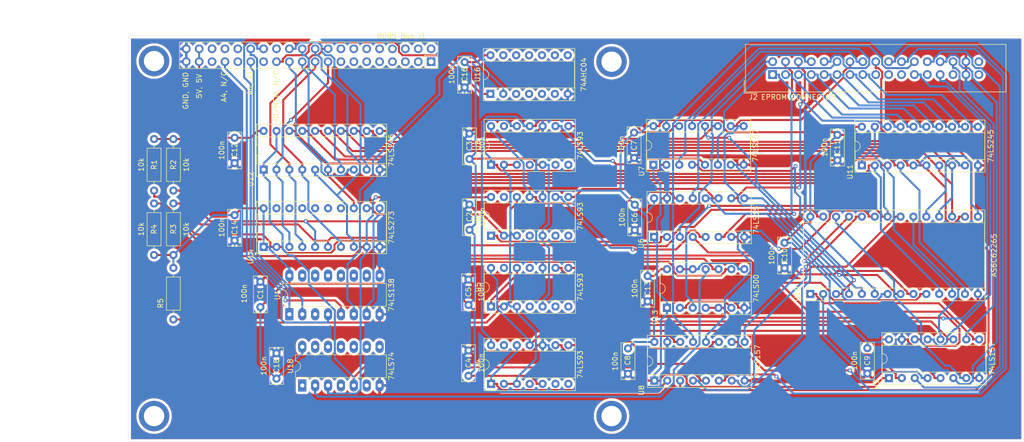
<source format=kicad_pcb>
(kicad_pcb (version 20171130) (host pcbnew "(5.1.5)-3")
  (layers (0 F.Cu signal hide) (31 B.Cu signal) (34 B.Paste user) (35 F.Paste user) (36 B.SilkS user) (37 F.SilkS user) (38 B.Mask user) (39 F.Mask user) (44 Edge.Cuts user))
  (net 0 "")
  (net 1 GND)
  (net 2 5V)
  (net 3 A4)
  (net 4 A0)
  (net 5 ~WR)
  (net 6 D6)
  (net 7 D7)
  (net 8 D4)
  (net 9 D5)
  (net 10 D2)
  (net 11 D3)
  (net 12 D0)
  (net 13 D1)
  (net 14 SA0)
  (net 15 SA1)
  (net 16 SA2)
  (net 17 SA3)
  (net 18 SA4)
  (net 19 SA5)
  (net 20 SA6)
  (net 21 SA7)
  (net 22 SA8)
  (net 23 SA9)
  (net 24 SA10)
  (net 25 SA11)
  (net 26 SA12)
  (net 27 SA13)
  (net 28 SA14)
  (net 29 ~SCE)
  (net 30 ~SOE)
  (net 31 SD7)
  (net 32 SD6)
  (net 33 SD5)
  (net 34 SD4)
  (net 35 SD3)
  (net 36 SD2)
  (net 37 SD1)
  (net 38 SD0)
  (net 39 ~Program)
  (net 40 ~write)
  (net 41 ~select)
  (net 42 ADD_CLK)
  (net 43 RESET_E)
  (net 44 PGM_TGT)
  (net 45 EA0)
  (net 46 EA3)
  (net 47 EA1)
  (net 48 EA2)
  (net 49 EA4)
  (net 50 EA7)
  (net 51 EA5)
  (net 52 EA6)
  (net 53 EA8)
  (net 54 EA11)
  (net 55 EA9)
  (net 56 EA10)
  (net 57 EA12)
  (net 58 EA13)
  (net 59 EA14)
  (net 60 "Net-(U10-Pad9)")
  (net 61 "Net-(U10-Pad7)")
  (net 62 "Net-(U10-Pad10)")
  (net 63 "Net-(U10-Pad8)")
  (net 64 "Net-(U10-Pad5)")
  (net 65 "Net-(U10-Pad3)")
  (net 66 "Net-(U10-Pad6)")
  (net 67 "Net-(U10-Pad4)")
  (net 68 "Net-(U10-Pad24)")
  (net 69 "Net-(U10-Pad23)")
  (net 70 "Net-(U10-Pad25)")
  (net 71 "Net-(U10-Pad21)")
  (net 72 "Net-(U10-Pad26)")
  (net 73 "Net-(U10-Pad20)")
  (net 74 "Net-(U10-Pad2)")
  (net 75 "Net-(U10-Pad1)")
  (net 76 "Net-(U10-Pad19)")
  (net 77 "Net-(U10-Pad18)")
  (net 78 "Net-(U10-Pad17)")
  (net 79 "Net-(U13-Pad2)")
  (net 80 IO~MEM)
  (net 81 A1)
  (net 82 ~DATA_PORT)
  (net 83 "Net-(U12-Pad1)")
  (net 84 "Net-(U13-Pad12)")
  (net 85 "Net-(U1-Pad6)")
  (net 86 "Net-(U10-Pad13)")
  (net 87 "Net-(U10-Pad12)")
  (net 88 "Net-(U10-Pad11)")
  (net 89 "Net-(U10-Pad22)")
  (net 90 "Net-(U10-Pad16)")
  (net 91 "Net-(U10-Pad15)")
  (net 92 "Net-(U13-Pad11)")
  (module Capacitor_THT:C_Rect_L7.0mm_W2.5mm_P5.00mm (layer F.Cu) (at 203.2 153.988 270)
    (fp_text reference C18 (at 2.5 0 90) (layer F.SilkS))
    (fp_text value 100n (at 2.5 2.5 90) (layer F.SilkS))
    (pad 2 thru_hole circle (at 5 0 270) (size 1.6 1.6) (drill 0.8) (layers *.Cu *.Mask) (net 2 5V))
    (pad 1 thru_hole circle (at 0 0 270) (size 1.6 1.6) (drill 0.8) (layers *.Cu *.Mask) (net 1 GND))
  )
  (module Package_DIP:DIP-14_W7.62mm_LongPads (layer F.Cu) (at 208.28 160.338 90)
    (fp_text reference U18 (at 3.81 -2.33 90) (layer F.SilkS))
    (fp_text value 74LS74 (at 3.81 17.57 90) (layer F.SilkS))
    (pad 14 thru_hole oval (at 7.62 0 90) (size 2.4 1.6) (drill 0.8) (layers *.Cu *.Mask) (net 2 5V))
    (pad 7 thru_hole oval (at 0 15.24 90) (size 2.4 1.6) (drill 0.8) (layers *.Cu *.Mask) (net 1 GND))
    (pad 13 thru_hole oval (at 7.62 2.54 90) (size 2.4 1.6) (drill 0.8) (layers *.Cu *.Mask))
    (pad 6 thru_hole oval (at 0 12.7 90) (size 2.4 1.6) (drill 0.8) (layers *.Cu *.Mask))
    (pad 12 thru_hole oval (at 7.62 5.08 90) (size 2.4 1.6) (drill 0.8) (layers *.Cu *.Mask))
    (pad 5 thru_hole oval (at 0 10.16 90) (size 2.4 1.6) (drill 0.8) (layers *.Cu *.Mask) (net 83 "Net-(U12-Pad1)"))
    (pad 11 thru_hole oval (at 7.62 7.62 90) (size 2.4 1.6) (drill 0.8) (layers *.Cu *.Mask))
    (pad 4 thru_hole oval (at 0 7.62 90) (size 2.4 1.6) (drill 0.8) (layers *.Cu *.Mask))
    (pad 10 thru_hole oval (at 7.62 10.16 90) (size 2.4 1.6) (drill 0.8) (layers *.Cu *.Mask))
    (pad 3 thru_hole oval (at 0 5.08 90) (size 2.4 1.6) (drill 0.8) (layers *.Cu *.Mask) (net 42 ADD_CLK))
    (pad 9 thru_hole oval (at 7.62 12.7 90) (size 2.4 1.6) (drill 0.8) (layers *.Cu *.Mask))
    (pad 2 thru_hole oval (at 0 2.54 90) (size 2.4 1.6) (drill 0.8) (layers *.Cu *.Mask) (net 92 "Net-(U13-Pad11)"))
    (pad 8 thru_hole oval (at 7.62 15.24 90) (size 2.4 1.6) (drill 0.8) (layers *.Cu *.Mask))
    (pad 1 thru_hole rect (at 0 0 90) (size 2.4 1.6) (drill 0.8) (layers *.Cu *.Mask))
  )
  (module Package_DIP:DIP-16_W7.62mm_LongPads (layer F.Cu) (at 205.74 146.304 90)
    (fp_text reference U1 (at 3.81 -2.33 90) (layer F.SilkS))
    (fp_text value 74LS138 (at 3.81 20.11 90) (layer F.SilkS))
    (pad 16 thru_hole oval (at 7.62 0 90) (size 2.4 1.6) (drill 0.8) (layers *.Cu *.Mask) (net 2 5V))
    (pad 8 thru_hole oval (at 0 17.78 90) (size 2.4 1.6) (drill 0.8) (layers *.Cu *.Mask) (net 1 GND))
    (pad 15 thru_hole oval (at 7.62 2.54 90) (size 2.4 1.6) (drill 0.8) (layers *.Cu *.Mask))
    (pad 7 thru_hole oval (at 0 15.24 90) (size 2.4 1.6) (drill 0.8) (layers *.Cu *.Mask) (net 44 PGM_TGT))
    (pad 14 thru_hole oval (at 7.62 5.08 90) (size 2.4 1.6) (drill 0.8) (layers *.Cu *.Mask))
    (pad 6 thru_hole oval (at 0 12.7 90) (size 2.4 1.6) (drill 0.8) (layers *.Cu *.Mask) (net 85 "Net-(U1-Pad6)"))
    (pad 13 thru_hole oval (at 7.62 7.62 90) (size 2.4 1.6) (drill 0.8) (layers *.Cu *.Mask))
    (pad 5 thru_hole oval (at 0 10.16 90) (size 2.4 1.6) (drill 0.8) (layers *.Cu *.Mask) (net 5 ~WR))
    (pad 12 thru_hole oval (at 7.62 10.16 90) (size 2.4 1.6) (drill 0.8) (layers *.Cu *.Mask))
    (pad 4 thru_hole oval (at 0 7.62 90) (size 2.4 1.6) (drill 0.8) (layers *.Cu *.Mask) (net 3 A4))
    (pad 11 thru_hole oval (at 7.62 12.7 90) (size 2.4 1.6) (drill 0.8) (layers *.Cu *.Mask))
    (pad 3 thru_hole oval (at 0 5.08 90) (size 2.4 1.6) (drill 0.8) (layers *.Cu *.Mask))
    (pad 10 thru_hole oval (at 7.62 15.24 90) (size 2.4 1.6) (drill 0.8) (layers *.Cu *.Mask))
    (pad 2 thru_hole oval (at 0 2.54 90) (size 2.4 1.6) (drill 0.8) (layers *.Cu *.Mask) (net 81 A1))
    (pad 9 thru_hole oval (at 7.62 17.78 90) (size 2.4 1.6) (drill 0.8) (layers *.Cu *.Mask) (net 82 ~DATA_PORT))
    (pad 1 thru_hole rect (at 0 0 90) (size 2.4 1.6) (drill 0.8) (layers *.Cu *.Mask) (net 4 A0))
  )
  (module Connector_IDC:IDC-Header_2x17_P2.54mm_Vertical (layer F.Cu) (at 300.99 99.06 90)
    (fp_text reference J2 (at -4.445 -3.81 180) (layer F.SilkS))
    (fp_text value "EPROM CONNECTOR" (at -4.445 5.08 180) (layer F.SilkS))
    (pad 34 thru_hole oval (at 2.54 40.64 90) (size 1.7272 1.7272) (drill 1.016) (layers *.Cu *.Mask))
    (pad 33 thru_hole oval (at 0 40.64 90) (size 1.7272 1.7272) (drill 1.016) (layers *.Cu *.Mask))
    (pad 32 thru_hole oval (at 2.54 38.1 90) (size 1.7272 1.7272) (drill 1.016) (layers *.Cu *.Mask) (net 1 GND))
    (pad 31 thru_hole oval (at 0 38.1 90) (size 1.7272 1.7272) (drill 1.016) (layers *.Cu *.Mask) (net 1 GND))
    (pad 30 thru_hole oval (at 2.54 35.56 90) (size 1.7272 1.7272) (drill 1.016) (layers *.Cu *.Mask) (net 28 SA14))
    (pad 29 thru_hole oval (at 0 35.56 90) (size 1.7272 1.7272) (drill 1.016) (layers *.Cu *.Mask))
    (pad 28 thru_hole oval (at 2.54 33.02 90) (size 1.7272 1.7272) (drill 1.016) (layers *.Cu *.Mask) (net 27 SA13))
    (pad 27 thru_hole oval (at 0 33.02 90) (size 1.7272 1.7272) (drill 1.016) (layers *.Cu *.Mask) (net 29 ~SCE))
    (pad 26 thru_hole oval (at 2.54 30.48 90) (size 1.7272 1.7272) (drill 1.016) (layers *.Cu *.Mask) (net 26 SA12))
    (pad 25 thru_hole oval (at 0 30.48 90) (size 1.7272 1.7272) (drill 1.016) (layers *.Cu *.Mask))
    (pad 24 thru_hole oval (at 2.54 27.94 90) (size 1.7272 1.7272) (drill 1.016) (layers *.Cu *.Mask) (net 25 SA11))
    (pad 23 thru_hole oval (at 0 27.94 90) (size 1.7272 1.7272) (drill 1.016) (layers *.Cu *.Mask) (net 30 ~SOE))
    (pad 22 thru_hole oval (at 2.54 25.4 90) (size 1.7272 1.7272) (drill 1.016) (layers *.Cu *.Mask) (net 24 SA10))
    (pad 21 thru_hole oval (at 0 25.4 90) (size 1.7272 1.7272) (drill 1.016) (layers *.Cu *.Mask))
    (pad 20 thru_hole oval (at 2.54 22.86 90) (size 1.7272 1.7272) (drill 1.016) (layers *.Cu *.Mask) (net 23 SA9))
    (pad 19 thru_hole oval (at 0 22.86 90) (size 1.7272 1.7272) (drill 1.016) (layers *.Cu *.Mask))
    (pad 18 thru_hole oval (at 2.54 20.32 90) (size 1.7272 1.7272) (drill 1.016) (layers *.Cu *.Mask) (net 22 SA8))
    (pad 17 thru_hole oval (at 0 20.32 90) (size 1.7272 1.7272) (drill 1.016) (layers *.Cu *.Mask))
    (pad 16 thru_hole oval (at 2.54 17.78 90) (size 1.7272 1.7272) (drill 1.016) (layers *.Cu *.Mask) (net 21 SA7))
    (pad 15 thru_hole oval (at 0 17.78 90) (size 1.7272 1.7272) (drill 1.016) (layers *.Cu *.Mask) (net 31 SD7))
    (pad 14 thru_hole oval (at 2.54 15.24 90) (size 1.7272 1.7272) (drill 1.016) (layers *.Cu *.Mask) (net 20 SA6))
    (pad 13 thru_hole oval (at 0 15.24 90) (size 1.7272 1.7272) (drill 1.016) (layers *.Cu *.Mask) (net 32 SD6))
    (pad 12 thru_hole oval (at 2.54 12.7 90) (size 1.7272 1.7272) (drill 1.016) (layers *.Cu *.Mask) (net 19 SA5))
    (pad 11 thru_hole oval (at 0 12.7 90) (size 1.7272 1.7272) (drill 1.016) (layers *.Cu *.Mask) (net 33 SD5))
    (pad 10 thru_hole oval (at 2.54 10.16 90) (size 1.7272 1.7272) (drill 1.016) (layers *.Cu *.Mask) (net 18 SA4))
    (pad 9 thru_hole oval (at 0 10.16 90) (size 1.7272 1.7272) (drill 1.016) (layers *.Cu *.Mask) (net 34 SD4))
    (pad 8 thru_hole oval (at 2.54 7.62 90) (size 1.7272 1.7272) (drill 1.016) (layers *.Cu *.Mask) (net 17 SA3))
    (pad 7 thru_hole oval (at 0 7.62 90) (size 1.7272 1.7272) (drill 1.016) (layers *.Cu *.Mask) (net 35 SD3))
    (pad 6 thru_hole oval (at 2.54 5.08 90) (size 1.7272 1.7272) (drill 1.016) (layers *.Cu *.Mask) (net 16 SA2))
    (pad 5 thru_hole oval (at 0 5.08 90) (size 1.7272 1.7272) (drill 1.016) (layers *.Cu *.Mask) (net 36 SD2))
    (pad 4 thru_hole oval (at 2.54 2.54 90) (size 1.7272 1.7272) (drill 1.016) (layers *.Cu *.Mask) (net 15 SA1))
    (pad 3 thru_hole oval (at 0 2.54 90) (size 1.7272 1.7272) (drill 1.016) (layers *.Cu *.Mask) (net 37 SD1))
    (pad 2 thru_hole oval (at 2.54 0 90) (size 1.7272 1.7272) (drill 1.016) (layers *.Cu *.Mask) (net 14 SA0))
    (pad 1 thru_hole rect (at 0 0 90) (size 1.7272 1.7272) (drill 1.016) (layers *.Cu *.Mask) (net 38 SD0))
  )
  (module Connector_PinSocket_2.54mm:PinSocket_2x20_P2.54mm_Vertical (layer F.Cu) (at 233.68 96.52 270)
    (fp_text reference J1 (at -5.08 1.905 180) (layer F.SilkS))
    (fp_text value 8085_Bus (at -5.08 6.985 180) (layer F.SilkS))
    (pad 40 thru_hole oval (at -2.54 48.26 270) (size 1.7 1.7) (drill 1) (layers *.Cu *.Mask) (net 1 GND))
    (pad 39 thru_hole oval (at 0 48.26 270) (size 1.7 1.7) (drill 1) (layers *.Cu *.Mask) (net 1 GND))
    (pad 38 thru_hole oval (at -2.54 45.72 270) (size 1.7 1.7) (drill 1) (layers *.Cu *.Mask) (net 2 5V))
    (pad 37 thru_hole oval (at 0 45.72 270) (size 1.7 1.7) (drill 1) (layers *.Cu *.Mask) (net 2 5V))
    (pad 36 thru_hole oval (at -2.54 43.18 270) (size 1.7 1.7) (drill 1) (layers *.Cu *.Mask))
    (pad 35 thru_hole oval (at 0 43.18 270) (size 1.7 1.7) (drill 1) (layers *.Cu *.Mask))
    (pad 34 thru_hole oval (at -2.54 40.64 270) (size 1.7 1.7) (drill 1) (layers *.Cu *.Mask))
    (pad 33 thru_hole oval (at 0 40.64 270) (size 1.7 1.7) (drill 1) (layers *.Cu *.Mask) (net 3 A4))
    (pad 32 thru_hole oval (at -2.54 38.1 270) (size 1.7 1.7) (drill 1) (layers *.Cu *.Mask))
    (pad 31 thru_hole oval (at 0 38.1 270) (size 1.7 1.7) (drill 1) (layers *.Cu *.Mask))
    (pad 30 thru_hole oval (at -2.54 35.56 270) (size 1.7 1.7) (drill 1) (layers *.Cu *.Mask) (net 81 A1))
    (pad 29 thru_hole oval (at 0 35.56 270) (size 1.7 1.7) (drill 1) (layers *.Cu *.Mask) (net 4 A0))
    (pad 28 thru_hole oval (at -2.54 33.02 270) (size 1.7 1.7) (drill 1) (layers *.Cu *.Mask) (net 5 ~WR))
    (pad 27 thru_hole oval (at 0 33.02 270) (size 1.7 1.7) (drill 1) (layers *.Cu *.Mask))
    (pad 26 thru_hole oval (at -2.54 30.48 270) (size 1.7 1.7) (drill 1) (layers *.Cu *.Mask))
    (pad 25 thru_hole oval (at 0 30.48 270) (size 1.7 1.7) (drill 1) (layers *.Cu *.Mask) (net 80 IO~MEM))
    (pad 24 thru_hole oval (at -2.54 27.94 270) (size 1.7 1.7) (drill 1) (layers *.Cu *.Mask) (net 7 D7))
    (pad 23 thru_hole oval (at 0 27.94 270) (size 1.7 1.7) (drill 1) (layers *.Cu *.Mask) (net 6 D6))
    (pad 22 thru_hole oval (at -2.54 25.4 270) (size 1.7 1.7) (drill 1) (layers *.Cu *.Mask) (net 9 D5))
    (pad 21 thru_hole oval (at 0 25.4 270) (size 1.7 1.7) (drill 1) (layers *.Cu *.Mask) (net 8 D4))
    (pad 20 thru_hole oval (at -2.54 22.86 270) (size 1.7 1.7) (drill 1) (layers *.Cu *.Mask) (net 11 D3))
    (pad 19 thru_hole oval (at 0 22.86 270) (size 1.7 1.7) (drill 1) (layers *.Cu *.Mask) (net 10 D2))
    (pad 18 thru_hole oval (at -2.54 20.32 270) (size 1.7 1.7) (drill 1) (layers *.Cu *.Mask) (net 13 D1))
    (pad 17 thru_hole oval (at 0 20.32 270) (size 1.7 1.7) (drill 1) (layers *.Cu *.Mask) (net 12 D0))
    (pad 16 thru_hole oval (at -2.54 17.78 270) (size 1.7 1.7) (drill 1) (layers *.Cu *.Mask))
    (pad 15 thru_hole oval (at 0 17.78 270) (size 1.7 1.7) (drill 1) (layers *.Cu *.Mask))
    (pad 14 thru_hole oval (at -2.54 15.24 270) (size 1.7 1.7) (drill 1) (layers *.Cu *.Mask))
    (pad 13 thru_hole oval (at 0 15.24 270) (size 1.7 1.7) (drill 1) (layers *.Cu *.Mask))
    (pad 12 thru_hole oval (at -2.54 12.7 270) (size 1.7 1.7) (drill 1) (layers *.Cu *.Mask))
    (pad 11 thru_hole oval (at 0 12.7 270) (size 1.7 1.7) (drill 1) (layers *.Cu *.Mask))
    (pad 10 thru_hole oval (at -2.54 10.16 270) (size 1.7 1.7) (drill 1) (layers *.Cu *.Mask))
    (pad 9 thru_hole oval (at 0 10.16 270) (size 1.7 1.7) (drill 1) (layers *.Cu *.Mask))
    (pad 8 thru_hole oval (at -2.54 7.62 270) (size 1.7 1.7) (drill 1) (layers *.Cu *.Mask))
    (pad 7 thru_hole oval (at 0 7.62 270) (size 1.7 1.7) (drill 1) (layers *.Cu *.Mask))
    (pad 6 thru_hole oval (at -2.54 5.08 270) (size 1.7 1.7) (drill 1) (layers *.Cu *.Mask))
    (pad 5 thru_hole oval (at 0 5.08 270) (size 1.7 1.7) (drill 1) (layers *.Cu *.Mask))
    (pad 4 thru_hole oval (at -2.54 2.54 270) (size 1.7 1.7) (drill 1) (layers *.Cu *.Mask))
    (pad 3 thru_hole oval (at 0 2.54 270) (size 1.7 1.7) (drill 1) (layers *.Cu *.Mask))
    (pad 2 thru_hole oval (at -2.54 0 270) (size 1.7 1.7) (drill 1) (layers *.Cu *.Mask))
    (pad 1 thru_hole rect (at 0 0 270) (size 1.7 1.7) (drill 1) (layers *.Cu *.Mask))
  )
  (module Package_DIP:DIP-16_W7.62mm_Socket (layer F.Cu) (at 277.495 116.84 90)
    (fp_text reference U7 (at -1.27 -2.33 90) (layer F.SilkS))
    (fp_text value 74LS157 (at 3.81 20.11 90) (layer F.SilkS))
    (pad 16 thru_hole oval (at 7.62 0 90) (size 1.6 1.6) (drill 0.8) (layers *.Cu *.Mask) (net 2 5V))
    (pad 8 thru_hole oval (at 0 17.78 90) (size 1.6 1.6) (drill 0.8) (layers *.Cu *.Mask) (net 1 GND))
    (pad 15 thru_hole oval (at 7.62 2.54 90) (size 1.6 1.6) (drill 0.8) (layers *.Cu *.Mask) (net 1 GND))
    (pad 7 thru_hole oval (at 0 15.24 90) (size 1.6 1.6) (drill 0.8) (layers *.Cu *.Mask) (net 64 "Net-(U10-Pad5)"))
    (pad 14 thru_hole oval (at 7.62 5.08 90) (size 1.6 1.6) (drill 0.8) (layers *.Cu *.Mask) (net 50 EA7))
    (pad 6 thru_hole oval (at 0 12.7 90) (size 1.6 1.6) (drill 0.8) (layers *.Cu *.Mask) (net 19 SA5))
    (pad 13 thru_hole oval (at 7.62 7.62 90) (size 1.6 1.6) (drill 0.8) (layers *.Cu *.Mask) (net 21 SA7))
    (pad 5 thru_hole oval (at 0 10.16 90) (size 1.6 1.6) (drill 0.8) (layers *.Cu *.Mask) (net 51 EA5))
    (pad 12 thru_hole oval (at 7.62 10.16 90) (size 1.6 1.6) (drill 0.8) (layers *.Cu *.Mask) (net 65 "Net-(U10-Pad3)"))
    (pad 4 thru_hole oval (at 0 7.62 90) (size 1.6 1.6) (drill 0.8) (layers *.Cu *.Mask) (net 66 "Net-(U10-Pad6)"))
    (pad 11 thru_hole oval (at 7.62 12.7 90) (size 1.6 1.6) (drill 0.8) (layers *.Cu *.Mask) (net 52 EA6))
    (pad 3 thru_hole oval (at 0 5.08 90) (size 1.6 1.6) (drill 0.8) (layers *.Cu *.Mask) (net 18 SA4))
    (pad 10 thru_hole oval (at 7.62 15.24 90) (size 1.6 1.6) (drill 0.8) (layers *.Cu *.Mask) (net 20 SA6))
    (pad 2 thru_hole oval (at 0 2.54 90) (size 1.6 1.6) (drill 0.8) (layers *.Cu *.Mask) (net 49 EA4))
    (pad 9 thru_hole oval (at 7.62 17.78 90) (size 1.6 1.6) (drill 0.8) (layers *.Cu *.Mask) (net 67 "Net-(U10-Pad4)"))
    (pad 1 thru_hole rect (at 0 0 90) (size 1.6 1.6) (drill 0.8) (layers *.Cu *.Mask) (net 83 "Net-(U12-Pad1)"))
  )
  (module Package_DIP:DIP-28_W15.24mm_Socket (layer F.Cu) (at 308.42 142.304 90)
    (fp_text reference U10 (at 0 -2.54 90) (layer F.SilkS))
    (fp_text value AS6C62265 (at 7.62 36.195 90) (layer F.SilkS))
    (pad 28 thru_hole oval (at 15.24 0 90) (size 1.6 1.6) (drill 0.8) (layers *.Cu *.Mask) (net 2 5V))
    (pad 14 thru_hole oval (at 0 33.02 90) (size 1.6 1.6) (drill 0.8) (layers *.Cu *.Mask) (net 1 GND))
    (pad 27 thru_hole oval (at 15.24 2.54 90) (size 1.6 1.6) (drill 0.8) (layers *.Cu *.Mask) (net 40 ~write))
    (pad 13 thru_hole oval (at 0 30.48 90) (size 1.6 1.6) (drill 0.8) (layers *.Cu *.Mask) (net 86 "Net-(U10-Pad13)"))
    (pad 26 thru_hole oval (at 15.24 5.08 90) (size 1.6 1.6) (drill 0.8) (layers *.Cu *.Mask) (net 72 "Net-(U10-Pad26)"))
    (pad 12 thru_hole oval (at 0 27.94 90) (size 1.6 1.6) (drill 0.8) (layers *.Cu *.Mask) (net 87 "Net-(U10-Pad12)"))
    (pad 25 thru_hole oval (at 15.24 7.62 90) (size 1.6 1.6) (drill 0.8) (layers *.Cu *.Mask) (net 70 "Net-(U10-Pad25)"))
    (pad 11 thru_hole oval (at 0 25.4 90) (size 1.6 1.6) (drill 0.8) (layers *.Cu *.Mask) (net 88 "Net-(U10-Pad11)"))
    (pad 24 thru_hole oval (at 15.24 10.16 90) (size 1.6 1.6) (drill 0.8) (layers *.Cu *.Mask) (net 68 "Net-(U10-Pad24)"))
    (pad 10 thru_hole oval (at 0 22.86 90) (size 1.6 1.6) (drill 0.8) (layers *.Cu *.Mask) (net 62 "Net-(U10-Pad10)"))
    (pad 23 thru_hole oval (at 15.24 12.7 90) (size 1.6 1.6) (drill 0.8) (layers *.Cu *.Mask) (net 69 "Net-(U10-Pad23)"))
    (pad 9 thru_hole oval (at 0 20.32 90) (size 1.6 1.6) (drill 0.8) (layers *.Cu *.Mask) (net 60 "Net-(U10-Pad9)"))
    (pad 22 thru_hole oval (at 15.24 15.24 90) (size 1.6 1.6) (drill 0.8) (layers *.Cu *.Mask) (net 89 "Net-(U10-Pad22)"))
    (pad 8 thru_hole oval (at 0 17.78 90) (size 1.6 1.6) (drill 0.8) (layers *.Cu *.Mask) (net 63 "Net-(U10-Pad8)"))
    (pad 21 thru_hole oval (at 15.24 17.78 90) (size 1.6 1.6) (drill 0.8) (layers *.Cu *.Mask) (net 71 "Net-(U10-Pad21)"))
    (pad 7 thru_hole oval (at 0 15.24 90) (size 1.6 1.6) (drill 0.8) (layers *.Cu *.Mask) (net 61 "Net-(U10-Pad7)"))
    (pad 20 thru_hole oval (at 15.24 20.32 90) (size 1.6 1.6) (drill 0.8) (layers *.Cu *.Mask) (net 73 "Net-(U10-Pad20)"))
    (pad 6 thru_hole oval (at 0 12.7 90) (size 1.6 1.6) (drill 0.8) (layers *.Cu *.Mask) (net 66 "Net-(U10-Pad6)"))
    (pad 19 thru_hole oval (at 15.24 22.86 90) (size 1.6 1.6) (drill 0.8) (layers *.Cu *.Mask) (net 76 "Net-(U10-Pad19)"))
    (pad 5 thru_hole oval (at 0 10.16 90) (size 1.6 1.6) (drill 0.8) (layers *.Cu *.Mask) (net 64 "Net-(U10-Pad5)"))
    (pad 18 thru_hole oval (at 15.24 25.4 90) (size 1.6 1.6) (drill 0.8) (layers *.Cu *.Mask) (net 77 "Net-(U10-Pad18)"))
    (pad 4 thru_hole oval (at 0 7.62 90) (size 1.6 1.6) (drill 0.8) (layers *.Cu *.Mask) (net 67 "Net-(U10-Pad4)"))
    (pad 17 thru_hole oval (at 15.24 27.94 90) (size 1.6 1.6) (drill 0.8) (layers *.Cu *.Mask) (net 78 "Net-(U10-Pad17)"))
    (pad 3 thru_hole oval (at 0 5.08 90) (size 1.6 1.6) (drill 0.8) (layers *.Cu *.Mask) (net 65 "Net-(U10-Pad3)"))
    (pad 16 thru_hole oval (at 15.24 30.48 90) (size 1.6 1.6) (drill 0.8) (layers *.Cu *.Mask) (net 90 "Net-(U10-Pad16)"))
    (pad 2 thru_hole oval (at 0 2.54 90) (size 1.6 1.6) (drill 0.8) (layers *.Cu *.Mask) (net 74 "Net-(U10-Pad2)"))
    (pad 15 thru_hole oval (at 15.24 33.02 90) (size 1.6 1.6) (drill 0.8) (layers *.Cu *.Mask) (net 91 "Net-(U10-Pad15)"))
    (pad 1 thru_hole rect (at 0 0 90) (size 1.6 1.6) (drill 0.8) (layers *.Cu *.Mask) (net 75 "Net-(U10-Pad1)"))
  )
  (module Package_DIP:DIP-14_W7.62mm_Socket (layer F.Cu) (at 245.364 102.87 90)
    (fp_text reference U16 (at 3.81 -2.54 90) (layer F.SilkS))
    (fp_text value 74AHC04 (at 3.81 18.415 270) (layer F.SilkS))
    (pad 14 thru_hole oval (at 7.62 0 90) (size 1.6 1.6) (drill 0.8) (layers *.Cu *.Mask) (net 2 5V))
    (pad 7 thru_hole oval (at 0 15.24 90) (size 1.6 1.6) (drill 0.8) (layers *.Cu *.Mask) (net 1 GND))
    (pad 13 thru_hole oval (at 7.62 2.54 90) (size 1.6 1.6) (drill 0.8) (layers *.Cu *.Mask))
    (pad 6 thru_hole oval (at 0 12.7 90) (size 1.6 1.6) (drill 0.8) (layers *.Cu *.Mask))
    (pad 12 thru_hole oval (at 7.62 5.08 90) (size 1.6 1.6) (drill 0.8) (layers *.Cu *.Mask))
    (pad 5 thru_hole oval (at 0 10.16 90) (size 1.6 1.6) (drill 0.8) (layers *.Cu *.Mask))
    (pad 11 thru_hole oval (at 7.62 7.62 90) (size 1.6 1.6) (drill 0.8) (layers *.Cu *.Mask))
    (pad 4 thru_hole oval (at 0 7.62 90) (size 1.6 1.6) (drill 0.8) (layers *.Cu *.Mask))
    (pad 10 thru_hole oval (at 7.62 10.16 90) (size 1.6 1.6) (drill 0.8) (layers *.Cu *.Mask))
    (pad 3 thru_hole oval (at 0 5.08 90) (size 1.6 1.6) (drill 0.8) (layers *.Cu *.Mask))
    (pad 9 thru_hole oval (at 7.62 12.7 90) (size 1.6 1.6) (drill 0.8) (layers *.Cu *.Mask))
    (pad 2 thru_hole oval (at 0 2.54 90) (size 1.6 1.6) (drill 0.8) (layers *.Cu *.Mask) (net 85 "Net-(U1-Pad6)"))
    (pad 8 thru_hole oval (at 7.62 15.24 90) (size 1.6 1.6) (drill 0.8) (layers *.Cu *.Mask))
    (pad 1 thru_hole rect (at 0 0 90) (size 1.6 1.6) (drill 0.8) (layers *.Cu *.Mask) (net 80 IO~MEM))
  )
  (module Capacitor_THT:C_Rect_L7.0mm_W2.5mm_P5.00mm (layer F.Cu) (at 276.352 143.764 90)
    (fp_text reference C13 (at 2.54 0 90) (layer F.SilkS))
    (fp_text value 100n (at 2.54 -2.54 90) (layer F.SilkS))
    (pad 2 thru_hole circle (at 5 0 90) (size 1.6 1.6) (drill 0.8) (layers *.Cu *.Mask) (net 2 5V))
    (pad 1 thru_hole circle (at 0 0 90) (size 1.6 1.6) (drill 0.8) (layers *.Cu *.Mask) (net 1 GND))
  )
  (module Capacitor_THT:C_Rect_L7.0mm_W2.5mm_P5.00mm (layer F.Cu) (at 303.34 137.224 90)
    (fp_text reference C10 (at 2.54 0 90) (layer F.SilkS))
    (fp_text value 100n (at 2.54 -2.54 90) (layer F.SilkS))
    (pad 2 thru_hole circle (at 5 0 90) (size 1.6 1.6) (drill 0.8) (layers *.Cu *.Mask) (net 2 5V))
    (pad 1 thru_hole circle (at 0 0 90) (size 1.6 1.6) (drill 0.8) (layers *.Cu *.Mask) (net 1 GND))
  )
  (module Capacitor_THT:C_Rect_L7.0mm_W2.5mm_P5.00mm (layer F.Cu) (at 194.945 116.522 90)
    (fp_text reference C12 (at 2.54 0 90) (layer F.SilkS))
    (fp_text value 100n (at 2.54 -2.54 90) (layer F.SilkS))
    (pad 2 thru_hole circle (at 5 0 90) (size 1.6 1.6) (drill 0.8) (layers *.Cu *.Mask) (net 2 5V))
    (pad 1 thru_hole circle (at 0 0 90) (size 1.6 1.6) (drill 0.8) (layers *.Cu *.Mask) (net 1 GND))
  )
  (module Resistor_THT:R_Axial_DIN0207_L6.3mm_D2.5mm_P10.16mm_Horizontal (layer F.Cu) (at 182.88 134.62 90)
    (fp_text reference R3 (at 5.08 0 90) (layer F.SilkS))
    (fp_text value 10k (at 5.08 2.54 90) (layer F.SilkS))
    (pad 2 thru_hole oval (at 10.16 0 90) (size 1.6 1.6) (drill 0.8) (layers *.Cu *.Mask) (net 41 ~select))
    (pad 1 thru_hole circle (at 0 0 90) (size 1.6 1.6) (drill 0.8) (layers *.Cu *.Mask) (net 2 5V))
  )
  (module Capacitor_THT:C_Rect_L7.0mm_W2.5mm_P5.00mm (layer F.Cu) (at 241.046 144.462 90)
    (fp_text reference C5 (at 2.54 0 90) (layer F.SilkS))
    (fp_text value 100n (at 2.54 2.5 90) (layer F.SilkS))
    (pad 2 thru_hole circle (at 5 0 90) (size 1.6 1.6) (drill 0.8) (layers *.Cu *.Mask) (net 1 GND))
    (pad 1 thru_hole circle (at 0 0 90) (size 1.6 1.6) (drill 0.8) (layers *.Cu *.Mask) (net 2 5V))
  )
  (module Resistor_THT:R_Axial_DIN0207_L6.3mm_D2.5mm_P10.16mm_Horizontal (layer F.Cu) (at 179.07 111.76 270)
    (fp_text reference R1 (at 5.08 0 90) (layer F.SilkS))
    (fp_text value 10k (at 5.08 2.54 90) (layer F.SilkS))
    (pad 2 thru_hole oval (at 10.16 0 270) (size 1.6 1.6) (drill 0.8) (layers *.Cu *.Mask) (net 39 ~Program))
    (pad 1 thru_hole circle (at 0 0 270) (size 1.6 1.6) (drill 0.8) (layers *.Cu *.Mask) (net 2 5V))
  )
  (module Capacitor_THT:C_Rect_L7.0mm_W2.5mm_P5.00mm (layer F.Cu) (at 273.812 124.714 270)
    (fp_text reference C6 (at 2.54 0 90) (layer F.SilkS))
    (fp_text value 100n (at 2.5 2.5 90) (layer F.SilkS))
    (pad 2 thru_hole circle (at 5 0 270) (size 1.6 1.6) (drill 0.8) (layers *.Cu *.Mask) (net 1 GND))
    (pad 1 thru_hole circle (at 0 0 270) (size 1.6 1.6) (drill 0.8) (layers *.Cu *.Mask) (net 2 5V))
  )
  (module Capacitor_THT:C_Rect_L7.0mm_W2.5mm_P5.00mm (layer F.Cu) (at 241.046 158.432 90)
    (fp_text reference C4 (at 2.54 0 90) (layer F.SilkS))
    (fp_text value 100n (at 2.54 2.5 90) (layer F.SilkS))
    (pad 2 thru_hole circle (at 5 0 90) (size 1.6 1.6) (drill 0.8) (layers *.Cu *.Mask) (net 1 GND))
    (pad 1 thru_hole circle (at 0 0 90) (size 1.6 1.6) (drill 0.8) (layers *.Cu *.Mask) (net 2 5V))
  )
  (module Resistor_THT:R_Axial_DIN0207_L6.3mm_D2.5mm_P10.16mm_Horizontal (layer F.Cu) (at 179.07 134.62 90)
    (fp_text reference R4 (at 5.08 0 90) (layer F.SilkS))
    (fp_text value 10k (at 5.08 -2.54 90) (layer F.SilkS))
    (pad 2 thru_hole oval (at 10.16 0 90) (size 1.6 1.6) (drill 0.8) (layers *.Cu *.Mask) (net 42 ADD_CLK))
    (pad 1 thru_hole circle (at 0 0 90) (size 1.6 1.6) (drill 0.8) (layers *.Cu *.Mask) (net 2 5V))
  )
  (module Resistor_THT:R_Axial_DIN0207_L6.3mm_D2.5mm_P10.16mm_Horizontal (layer F.Cu) (at 182.88 137.16 270)
    (fp_text reference R5 (at 6.985 2.54 90) (layer F.SilkS))
    (fp_text value 10k)
    (pad 2 thru_hole oval (at 10.16 0 270) (size 1.6 1.6) (drill 0.8) (layers *.Cu *.Mask) (net 43 RESET_E))
    (pad 1 thru_hole circle (at 0 0 270) (size 1.6 1.6) (drill 0.8) (layers *.Cu *.Mask) (net 2 5V))
  )
  (module Capacitor_THT:C_Rect_L7.0mm_W2.5mm_P5.00mm (layer F.Cu) (at 319.659 157.988 90)
    (fp_text reference C9 (at 2.54 0 90) (layer F.SilkS))
    (fp_text value 100n (at 2.54 -2.54 90) (layer F.SilkS))
    (pad 2 thru_hole circle (at 5 0 90) (size 1.6 1.6) (drill 0.8) (layers *.Cu *.Mask) (net 2 5V))
    (pad 1 thru_hole circle (at 0 0 90) (size 1.6 1.6) (drill 0.8) (layers *.Cu *.Mask) (net 1 GND))
  )
  (module Capacitor_THT:C_Rect_L7.0mm_W2.5mm_P5.00mm (layer F.Cu) (at 313.754 115.951 90)
    (fp_text reference C11 (at 2.54 0 90) (layer F.SilkS))
    (fp_text value 100n (at 2.54 -2.54 90) (layer F.SilkS))
    (pad 2 thru_hole circle (at 5 0 90) (size 1.6 1.6) (drill 0.8) (layers *.Cu *.Mask) (net 2 5V))
    (pad 1 thru_hole circle (at 0 0 90) (size 1.6 1.6) (drill 0.8) (layers *.Cu *.Mask) (net 1 GND))
  )
  (module Capacitor_THT:C_Rect_L7.0mm_W2.5mm_P5.00mm (layer F.Cu) (at 194.945 131.762 90)
    (fp_text reference C14 (at 2.54 0 90) (layer F.SilkS))
    (fp_text value 100n (at 2.54 -2.54 90) (layer F.SilkS))
    (pad 2 thru_hole circle (at 5 0 90) (size 1.6 1.6) (drill 0.8) (layers *.Cu *.Mask) (net 2 5V))
    (pad 1 thru_hole circle (at 0 0 90) (size 1.6 1.6) (drill 0.8) (layers *.Cu *.Mask) (net 1 GND))
  )
  (module Capacitor_THT:C_Rect_L7.0mm_W2.5mm_P5.00mm (layer F.Cu) (at 240.284 101.6 90)
    (fp_text reference C16 (at 2.54 0 90) (layer F.SilkS))
    (fp_text value 100n (at 2.54 -2.54 90) (layer F.SilkS))
    (pad 2 thru_hole circle (at 5 0 90) (size 1.6 1.6) (drill 0.8) (layers *.Cu *.Mask) (net 2 5V))
    (pad 1 thru_hole circle (at 0 0 90) (size 1.6 1.6) (drill 0.8) (layers *.Cu *.Mask) (net 1 GND))
  )
  (module Capacitor_THT:C_Rect_L7.0mm_W2.5mm_P5.00mm (layer F.Cu) (at 272.478 153.035 270)
    (fp_text reference C8 (at 2.3495 0.0635 90) (layer F.SilkS))
    (fp_text value 100n (at 2.54 2.54 90) (layer F.SilkS))
    (pad 2 thru_hole circle (at 5 0 270) (size 1.6 1.6) (drill 0.8) (layers *.Cu *.Mask) (net 1 GND))
    (pad 1 thru_hole circle (at 0 0 270) (size 1.6 1.6) (drill 0.8) (layers *.Cu *.Mask) (net 2 5V))
  )
  (module Capacitor_THT:C_Rect_L7.0mm_W2.5mm_P5.00mm (layer F.Cu) (at 273.685 110.49 270)
    (fp_text reference C7 (at 2.54 0 90) (layer F.SilkS))
    (fp_text value 100n (at 2.5 2.5 90) (layer F.SilkS))
    (pad 2 thru_hole circle (at 5 0 270) (size 1.6 1.6) (drill 0.8) (layers *.Cu *.Mask) (net 1 GND))
    (pad 1 thru_hole circle (at 0 0 270) (size 1.6 1.6) (drill 0.8) (layers *.Cu *.Mask) (net 2 5V))
  )
  (module Resistor_THT:R_Axial_DIN0207_L6.3mm_D2.5mm_P10.16mm_Horizontal (layer F.Cu) (at 182.88 111.76 270)
    (fp_text reference R2 (at 5.08 0 90) (layer F.SilkS))
    (fp_text value 10k (at 5.08 -2.54 90) (layer F.SilkS))
    (pad 2 thru_hole oval (at 10.16 0 270) (size 1.6 1.6) (drill 0.8) (layers *.Cu *.Mask) (net 40 ~write))
    (pad 1 thru_hole circle (at 0 0 270) (size 1.6 1.6) (drill 0.8) (layers *.Cu *.Mask) (net 2 5V))
  )
  (module Package_DIP:DIP-20_W7.62mm_Socket (layer F.Cu) (at 200.66 133.032 90)
    (fp_text reference U14 (at -1.905 -2.54 90) (layer F.SilkS))
    (fp_text value 74LS273 (at 3.81 25.19 90) (layer F.SilkS))
    (pad 20 thru_hole oval (at 7.62 0 90) (size 1.6 1.6) (drill 0.8) (layers *.Cu *.Mask) (net 2 5V))
    (pad 10 thru_hole oval (at 0 22.86 90) (size 1.6 1.6) (drill 0.8) (layers *.Cu *.Mask) (net 1 GND))
    (pad 19 thru_hole oval (at 7.62 2.54 90) (size 1.6 1.6) (drill 0.8) (layers *.Cu *.Mask))
    (pad 9 thru_hole oval (at 0 20.32 90) (size 1.6 1.6) (drill 0.8) (layers *.Cu *.Mask) (net 42 ADD_CLK))
    (pad 18 thru_hole oval (at 7.62 5.08 90) (size 1.6 1.6) (drill 0.8) (layers *.Cu *.Mask))
    (pad 8 thru_hole oval (at 0 17.78 90) (size 1.6 1.6) (drill 0.8) (layers *.Cu *.Mask) (net 11 D3))
    (pad 17 thru_hole oval (at 7.62 7.62 90) (size 1.6 1.6) (drill 0.8) (layers *.Cu *.Mask))
    (pad 7 thru_hole oval (at 0 15.24 90) (size 1.6 1.6) (drill 0.8) (layers *.Cu *.Mask) (net 10 D2))
    (pad 16 thru_hole oval (at 7.62 10.16 90) (size 1.6 1.6) (drill 0.8) (layers *.Cu *.Mask))
    (pad 6 thru_hole oval (at 0 12.7 90) (size 1.6 1.6) (drill 0.8) (layers *.Cu *.Mask) (net 41 ~select))
    (pad 15 thru_hole oval (at 7.62 12.7 90) (size 1.6 1.6) (drill 0.8) (layers *.Cu *.Mask))
    (pad 5 thru_hole oval (at 0 10.16 90) (size 1.6 1.6) (drill 0.8) (layers *.Cu *.Mask) (net 40 ~write))
    (pad 14 thru_hole oval (at 7.62 15.24 90) (size 1.6 1.6) (drill 0.8) (layers *.Cu *.Mask))
    (pad 4 thru_hole oval (at 0 7.62 90) (size 1.6 1.6) (drill 0.8) (layers *.Cu *.Mask) (net 13 D1))
    (pad 13 thru_hole oval (at 7.62 17.78 90) (size 1.6 1.6) (drill 0.8) (layers *.Cu *.Mask) (net 8 D4))
    (pad 3 thru_hole oval (at 0 5.08 90) (size 1.6 1.6) (drill 0.8) (layers *.Cu *.Mask) (net 12 D0))
    (pad 12 thru_hole oval (at 7.62 20.32 90) (size 1.6 1.6) (drill 0.8) (layers *.Cu *.Mask) (net 43 RESET_E))
    (pad 2 thru_hole oval (at 0 2.54 90) (size 1.6 1.6) (drill 0.8) (layers *.Cu *.Mask) (net 39 ~Program))
    (pad 11 thru_hole oval (at 7.62 22.86 90) (size 1.6 1.6) (drill 0.8) (layers *.Cu *.Mask) (net 44 PGM_TGT))
    (pad 1 thru_hole rect (at 0 0 90) (size 1.6 1.6) (drill 0.8) (layers *.Cu *.Mask) (net 2 5V))
  )
  (module Package_DIP:DIP-14_W7.62mm_Socket (layer F.Cu) (at 280.162 145.034 90)
    (fp_text reference U13 (at -1.905 -2.33 90) (layer F.SilkS))
    (fp_text value 74LS00 (at 3.81 17.57 90) (layer F.SilkS))
    (pad 14 thru_hole oval (at 7.62 0 90) (size 1.6 1.6) (drill 0.8) (layers *.Cu *.Mask) (net 2 5V))
    (pad 7 thru_hole oval (at 0 15.24 90) (size 1.6 1.6) (drill 0.8) (layers *.Cu *.Mask) (net 1 GND))
    (pad 13 thru_hole oval (at 7.62 2.54 90) (size 1.6 1.6) (drill 0.8) (layers *.Cu *.Mask) (net 84 "Net-(U13-Pad12)"))
    (pad 6 thru_hole oval (at 0 12.7 90) (size 1.6 1.6) (drill 0.8) (layers *.Cu *.Mask) (net 79 "Net-(U13-Pad2)"))
    (pad 12 thru_hole oval (at 7.62 5.08 90) (size 1.6 1.6) (drill 0.8) (layers *.Cu *.Mask) (net 84 "Net-(U13-Pad12)"))
    (pad 5 thru_hole oval (at 0 10.16 90) (size 1.6 1.6) (drill 0.8) (layers *.Cu *.Mask) (net 30 ~SOE))
    (pad 11 thru_hole oval (at 7.62 7.62 90) (size 1.6 1.6) (drill 0.8) (layers *.Cu *.Mask) (net 92 "Net-(U13-Pad11)"))
    (pad 4 thru_hole oval (at 0 7.62 90) (size 1.6 1.6) (drill 0.8) (layers *.Cu *.Mask) (net 30 ~SOE))
    (pad 10 thru_hole oval (at 7.62 10.16 90) (size 1.6 1.6) (drill 0.8) (layers *.Cu *.Mask) (net 39 ~Program))
    (pad 3 thru_hole oval (at 0 5.08 90) (size 1.6 1.6) (drill 0.8) (layers *.Cu *.Mask) (net 89 "Net-(U10-Pad22)"))
    (pad 9 thru_hole oval (at 7.62 12.7 90) (size 1.6 1.6) (drill 0.8) (layers *.Cu *.Mask) (net 82 ~DATA_PORT))
    (pad 2 thru_hole oval (at 0 2.54 90) (size 1.6 1.6) (drill 0.8) (layers *.Cu *.Mask) (net 79 "Net-(U13-Pad2)"))
    (pad 8 thru_hole oval (at 7.62 15.24 90) (size 1.6 1.6) (drill 0.8) (layers *.Cu *.Mask) (net 84 "Net-(U13-Pad12)"))
    (pad 1 thru_hole rect (at 0 0 90) (size 1.6 1.6) (drill 0.8) (layers *.Cu *.Mask) (net 83 "Net-(U12-Pad1)"))
  )
  (module Package_DIP:DIP-20_W7.62mm_Socket (layer F.Cu) (at 200.66 117.792 90)
    (fp_text reference U12 (at -1.905 -2.54 90) (layer F.SilkS))
    (fp_text value 74LS245 (at 3.81 25.19 90) (layer F.SilkS))
    (pad 20 thru_hole oval (at 7.62 0 90) (size 1.6 1.6) (drill 0.8) (layers *.Cu *.Mask) (net 2 5V))
    (pad 10 thru_hole oval (at 0 22.86 90) (size 1.6 1.6) (drill 0.8) (layers *.Cu *.Mask) (net 1 GND))
    (pad 19 thru_hole oval (at 7.62 2.54 90) (size 1.6 1.6) (drill 0.8) (layers *.Cu *.Mask) (net 83 "Net-(U12-Pad1)"))
    (pad 9 thru_hole oval (at 0 20.32 90) (size 1.6 1.6) (drill 0.8) (layers *.Cu *.Mask) (net 7 D7))
    (pad 18 thru_hole oval (at 7.62 5.08 90) (size 1.6 1.6) (drill 0.8) (layers *.Cu *.Mask) (net 88 "Net-(U10-Pad11)"))
    (pad 8 thru_hole oval (at 0 17.78 90) (size 1.6 1.6) (drill 0.8) (layers *.Cu *.Mask) (net 6 D6))
    (pad 17 thru_hole oval (at 7.62 7.62 90) (size 1.6 1.6) (drill 0.8) (layers *.Cu *.Mask) (net 87 "Net-(U10-Pad12)"))
    (pad 7 thru_hole oval (at 0 15.24 90) (size 1.6 1.6) (drill 0.8) (layers *.Cu *.Mask) (net 9 D5))
    (pad 16 thru_hole oval (at 7.62 10.16 90) (size 1.6 1.6) (drill 0.8) (layers *.Cu *.Mask) (net 86 "Net-(U10-Pad13)"))
    (pad 6 thru_hole oval (at 0 12.7 90) (size 1.6 1.6) (drill 0.8) (layers *.Cu *.Mask) (net 8 D4))
    (pad 15 thru_hole oval (at 7.62 12.7 90) (size 1.6 1.6) (drill 0.8) (layers *.Cu *.Mask) (net 91 "Net-(U10-Pad15)"))
    (pad 5 thru_hole oval (at 0 10.16 90) (size 1.6 1.6) (drill 0.8) (layers *.Cu *.Mask) (net 11 D3))
    (pad 14 thru_hole oval (at 7.62 15.24 90) (size 1.6 1.6) (drill 0.8) (layers *.Cu *.Mask) (net 90 "Net-(U10-Pad16)"))
    (pad 4 thru_hole oval (at 0 7.62 90) (size 1.6 1.6) (drill 0.8) (layers *.Cu *.Mask) (net 10 D2))
    (pad 13 thru_hole oval (at 7.62 17.78 90) (size 1.6 1.6) (drill 0.8) (layers *.Cu *.Mask) (net 78 "Net-(U10-Pad17)"))
    (pad 3 thru_hole oval (at 0 5.08 90) (size 1.6 1.6) (drill 0.8) (layers *.Cu *.Mask) (net 13 D1))
    (pad 12 thru_hole oval (at 7.62 20.32 90) (size 1.6 1.6) (drill 0.8) (layers *.Cu *.Mask) (net 77 "Net-(U10-Pad18)"))
    (pad 2 thru_hole oval (at 0 2.54 90) (size 1.6 1.6) (drill 0.8) (layers *.Cu *.Mask) (net 12 D0))
    (pad 11 thru_hole oval (at 7.62 22.86 90) (size 1.6 1.6) (drill 0.8) (layers *.Cu *.Mask) (net 76 "Net-(U10-Pad19)"))
    (pad 1 thru_hole rect (at 0 0 90) (size 1.6 1.6) (drill 0.8) (layers *.Cu *.Mask) (net 83 "Net-(U12-Pad1)"))
  )
  (module Package_DIP:DIP-20_W7.62mm_Socket (layer F.Cu) (at 318.58 116.967 90)
    (fp_text reference U11 (at -1.27 -2.33 90) (layer F.SilkS))
    (fp_text value 74LS245 (at 3.81 25.4 270) (layer F.SilkS))
    (pad 20 thru_hole oval (at 7.62 0 90) (size 1.6 1.6) (drill 0.8) (layers *.Cu *.Mask) (net 2 5V))
    (pad 10 thru_hole oval (at 0 22.86 90) (size 1.6 1.6) (drill 0.8) (layers *.Cu *.Mask) (net 1 GND))
    (pad 19 thru_hole oval (at 7.62 2.54 90) (size 1.6 1.6) (drill 0.8) (layers *.Cu *.Mask) (net 89 "Net-(U10-Pad22)"))
    (pad 9 thru_hole oval (at 0 20.32 90) (size 1.6 1.6) (drill 0.8) (layers *.Cu *.Mask) (net 76 "Net-(U10-Pad19)"))
    (pad 18 thru_hole oval (at 7.62 5.08 90) (size 1.6 1.6) (drill 0.8) (layers *.Cu *.Mask) (net 38 SD0))
    (pad 8 thru_hole oval (at 0 17.78 90) (size 1.6 1.6) (drill 0.8) (layers *.Cu *.Mask) (net 77 "Net-(U10-Pad18)"))
    (pad 17 thru_hole oval (at 7.62 7.62 90) (size 1.6 1.6) (drill 0.8) (layers *.Cu *.Mask) (net 37 SD1))
    (pad 7 thru_hole oval (at 0 15.24 90) (size 1.6 1.6) (drill 0.8) (layers *.Cu *.Mask) (net 78 "Net-(U10-Pad17)"))
    (pad 16 thru_hole oval (at 7.62 10.16 90) (size 1.6 1.6) (drill 0.8) (layers *.Cu *.Mask) (net 36 SD2))
    (pad 6 thru_hole oval (at 0 12.7 90) (size 1.6 1.6) (drill 0.8) (layers *.Cu *.Mask) (net 90 "Net-(U10-Pad16)"))
    (pad 15 thru_hole oval (at 7.62 12.7 90) (size 1.6 1.6) (drill 0.8) (layers *.Cu *.Mask) (net 35 SD3))
    (pad 5 thru_hole oval (at 0 10.16 90) (size 1.6 1.6) (drill 0.8) (layers *.Cu *.Mask) (net 91 "Net-(U10-Pad15)"))
    (pad 14 thru_hole oval (at 7.62 15.24 90) (size 1.6 1.6) (drill 0.8) (layers *.Cu *.Mask) (net 34 SD4))
    (pad 4 thru_hole oval (at 0 7.62 90) (size 1.6 1.6) (drill 0.8) (layers *.Cu *.Mask) (net 86 "Net-(U10-Pad13)"))
    (pad 13 thru_hole oval (at 7.62 17.78 90) (size 1.6 1.6) (drill 0.8) (layers *.Cu *.Mask) (net 33 SD5))
    (pad 3 thru_hole oval (at 0 5.08 90) (size 1.6 1.6) (drill 0.8) (layers *.Cu *.Mask) (net 87 "Net-(U10-Pad12)"))
    (pad 12 thru_hole oval (at 7.62 20.32 90) (size 1.6 1.6) (drill 0.8) (layers *.Cu *.Mask) (net 32 SD6))
    (pad 2 thru_hole oval (at 0 2.54 90) (size 1.6 1.6) (drill 0.8) (layers *.Cu *.Mask) (net 88 "Net-(U10-Pad11)"))
    (pad 11 thru_hole oval (at 7.62 22.86 90) (size 1.6 1.6) (drill 0.8) (layers *.Cu *.Mask) (net 31 SD7))
    (pad 1 thru_hole rect (at 0 0 90) (size 1.6 1.6) (drill 0.8) (layers *.Cu *.Mask) (net 89 "Net-(U10-Pad22)"))
  )
  (module Package_DIP:DIP-16_W7.62mm_Socket (layer F.Cu) (at 277.622 131.064 90)
    (fp_text reference U6 (at -1.27 -2.54 90) (layer F.SilkS))
    (fp_text value 74LS157 (at 3.81 20.11 90) (layer F.SilkS))
    (pad 16 thru_hole oval (at 7.62 0 90) (size 1.6 1.6) (drill 0.8) (layers *.Cu *.Mask) (net 2 5V))
    (pad 8 thru_hole oval (at 0 17.78 90) (size 1.6 1.6) (drill 0.8) (layers *.Cu *.Mask) (net 1 GND))
    (pad 15 thru_hole oval (at 7.62 2.54 90) (size 1.6 1.6) (drill 0.8) (layers *.Cu *.Mask) (net 1 GND))
    (pad 7 thru_hole oval (at 0 15.24 90) (size 1.6 1.6) (drill 0.8) (layers *.Cu *.Mask) (net 60 "Net-(U10-Pad9)"))
    (pad 14 thru_hole oval (at 7.62 5.08 90) (size 1.6 1.6) (drill 0.8) (layers *.Cu *.Mask) (net 46 EA3))
    (pad 6 thru_hole oval (at 0 12.7 90) (size 1.6 1.6) (drill 0.8) (layers *.Cu *.Mask) (net 15 SA1))
    (pad 13 thru_hole oval (at 7.62 7.62 90) (size 1.6 1.6) (drill 0.8) (layers *.Cu *.Mask) (net 17 SA3))
    (pad 5 thru_hole oval (at 0 10.16 90) (size 1.6 1.6) (drill 0.8) (layers *.Cu *.Mask) (net 47 EA1))
    (pad 12 thru_hole oval (at 7.62 10.16 90) (size 1.6 1.6) (drill 0.8) (layers *.Cu *.Mask) (net 61 "Net-(U10-Pad7)"))
    (pad 4 thru_hole oval (at 0 7.62 90) (size 1.6 1.6) (drill 0.8) (layers *.Cu *.Mask) (net 62 "Net-(U10-Pad10)"))
    (pad 11 thru_hole oval (at 7.62 12.7 90) (size 1.6 1.6) (drill 0.8) (layers *.Cu *.Mask) (net 48 EA2))
    (pad 3 thru_hole oval (at 0 5.08 90) (size 1.6 1.6) (drill 0.8) (layers *.Cu *.Mask) (net 14 SA0))
    (pad 10 thru_hole oval (at 7.62 15.24 90) (size 1.6 1.6) (drill 0.8) (layers *.Cu *.Mask) (net 16 SA2))
    (pad 2 thru_hole oval (at 0 2.54 90) (size 1.6 1.6) (drill 0.8) (layers *.Cu *.Mask) (net 45 EA0))
    (pad 9 thru_hole oval (at 7.62 17.78 90) (size 1.6 1.6) (drill 0.8) (layers *.Cu *.Mask) (net 63 "Net-(U10-Pad8)"))
    (pad 1 thru_hole rect (at 0 0 90) (size 1.6 1.6) (drill 0.8) (layers *.Cu *.Mask) (net 83 "Net-(U12-Pad1)"))
  )
  (module Package_DIP:DIP-16_W7.62mm_Socket (layer F.Cu) (at 323.914 158.877 90)
    (fp_text reference U9 (at -1.27 -2.54 90) (layer F.SilkS))
    (fp_text value 74LS157 (at 3.81 20.32 270) (layer F.SilkS))
    (pad 16 thru_hole oval (at 7.62 0 90) (size 1.6 1.6) (drill 0.8) (layers *.Cu *.Mask) (net 2 5V))
    (pad 8 thru_hole oval (at 0 17.78 90) (size 1.6 1.6) (drill 0.8) (layers *.Cu *.Mask) (net 1 GND))
    (pad 15 thru_hole oval (at 7.62 2.54 90) (size 1.6 1.6) (drill 0.8) (layers *.Cu *.Mask) (net 1 GND))
    (pad 7 thru_hole oval (at 0 15.24 90) (size 1.6 1.6) (drill 0.8) (layers *.Cu *.Mask) (net 72 "Net-(U10-Pad26)"))
    (pad 14 thru_hole oval (at 7.62 5.08 90) (size 1.6 1.6) (drill 0.8) (layers *.Cu *.Mask) (net 41 ~select))
    (pad 6 thru_hole oval (at 0 12.7 90) (size 1.6 1.6) (drill 0.8) (layers *.Cu *.Mask) (net 27 SA13))
    (pad 13 thru_hole oval (at 7.62 7.62 90) (size 1.6 1.6) (drill 0.8) (layers *.Cu *.Mask) (net 29 ~SCE))
    (pad 5 thru_hole oval (at 0 10.16 90) (size 1.6 1.6) (drill 0.8) (layers *.Cu *.Mask) (net 58 EA13))
    (pad 12 thru_hole oval (at 7.62 10.16 90) (size 1.6 1.6) (drill 0.8) (layers *.Cu *.Mask) (net 73 "Net-(U10-Pad20)"))
    (pad 4 thru_hole oval (at 0 7.62 90) (size 1.6 1.6) (drill 0.8) (layers *.Cu *.Mask) (net 74 "Net-(U10-Pad2)"))
    (pad 11 thru_hole oval (at 7.62 12.7 90) (size 1.6 1.6) (drill 0.8) (layers *.Cu *.Mask) (net 59 EA14))
    (pad 3 thru_hole oval (at 0 5.08 90) (size 1.6 1.6) (drill 0.8) (layers *.Cu *.Mask) (net 26 SA12))
    (pad 10 thru_hole oval (at 7.62 15.24 90) (size 1.6 1.6) (drill 0.8) (layers *.Cu *.Mask) (net 28 SA14))
    (pad 2 thru_hole oval (at 0 2.54 90) (size 1.6 1.6) (drill 0.8) (layers *.Cu *.Mask) (net 57 EA12))
    (pad 9 thru_hole oval (at 7.62 17.78 90) (size 1.6 1.6) (drill 0.8) (layers *.Cu *.Mask) (net 75 "Net-(U10-Pad1)"))
    (pad 1 thru_hole rect (at 0 0 90) (size 1.6 1.6) (drill 0.8) (layers *.Cu *.Mask) (net 83 "Net-(U12-Pad1)"))
  )
  (module Package_DIP:DIP-14_W7.62mm_Socket (layer F.Cu) (at 245.491 144.78 90)
    (fp_text reference U5 (at 3.81 -2.54 90) (layer F.SilkS))
    (fp_text value 74LS93 (at 3.81 17.57 90) (layer F.SilkS))
    (pad 14 thru_hole oval (at 7.62 0 90) (size 1.6 1.6) (drill 0.8) (layers *.Cu *.Mask) (net 54 EA11))
    (pad 7 thru_hole oval (at 0 15.24 90) (size 1.6 1.6) (drill 0.8) (layers *.Cu *.Mask))
    (pad 13 thru_hole oval (at 7.62 2.54 90) (size 1.6 1.6) (drill 0.8) (layers *.Cu *.Mask))
    (pad 6 thru_hole oval (at 0 12.7 90) (size 1.6 1.6) (drill 0.8) (layers *.Cu *.Mask))
    (pad 12 thru_hole oval (at 7.62 5.08 90) (size 1.6 1.6) (drill 0.8) (layers *.Cu *.Mask) (net 57 EA12))
    (pad 5 thru_hole oval (at 0 10.16 90) (size 1.6 1.6) (drill 0.8) (layers *.Cu *.Mask) (net 2 5V))
    (pad 11 thru_hole oval (at 7.62 7.62 90) (size 1.6 1.6) (drill 0.8) (layers *.Cu *.Mask))
    (pad 4 thru_hole oval (at 0 7.62 90) (size 1.6 1.6) (drill 0.8) (layers *.Cu *.Mask))
    (pad 10 thru_hole oval (at 7.62 10.16 90) (size 1.6 1.6) (drill 0.8) (layers *.Cu *.Mask) (net 1 GND))
    (pad 3 thru_hole oval (at 0 5.08 90) (size 1.6 1.6) (drill 0.8) (layers *.Cu *.Mask) (net 43 RESET_E))
    (pad 9 thru_hole oval (at 7.62 12.7 90) (size 1.6 1.6) (drill 0.8) (layers *.Cu *.Mask) (net 58 EA13))
    (pad 2 thru_hole oval (at 0 2.54 90) (size 1.6 1.6) (drill 0.8) (layers *.Cu *.Mask) (net 43 RESET_E))
    (pad 8 thru_hole oval (at 7.62 15.24 90) (size 1.6 1.6) (drill 0.8) (layers *.Cu *.Mask) (net 59 EA14))
    (pad 1 thru_hole rect (at 0 0 90) (size 1.6 1.6) (drill 0.8) (layers *.Cu *.Mask) (net 57 EA12))
  )
  (module Package_DIP:DIP-14_W7.62mm_Socket (layer F.Cu) (at 245.491 160.02 90)
    (fp_text reference U4 (at 3.81 -2.54 90) (layer F.SilkS))
    (fp_text value 74LS93 (at 3.81 17.57 90) (layer F.SilkS))
    (pad 14 thru_hole oval (at 7.62 0 90) (size 1.6 1.6) (drill 0.8) (layers *.Cu *.Mask) (net 50 EA7))
    (pad 7 thru_hole oval (at 0 15.24 90) (size 1.6 1.6) (drill 0.8) (layers *.Cu *.Mask))
    (pad 13 thru_hole oval (at 7.62 2.54 90) (size 1.6 1.6) (drill 0.8) (layers *.Cu *.Mask))
    (pad 6 thru_hole oval (at 0 12.7 90) (size 1.6 1.6) (drill 0.8) (layers *.Cu *.Mask))
    (pad 12 thru_hole oval (at 7.62 5.08 90) (size 1.6 1.6) (drill 0.8) (layers *.Cu *.Mask) (net 53 EA8))
    (pad 5 thru_hole oval (at 0 10.16 90) (size 1.6 1.6) (drill 0.8) (layers *.Cu *.Mask) (net 2 5V))
    (pad 11 thru_hole oval (at 7.62 7.62 90) (size 1.6 1.6) (drill 0.8) (layers *.Cu *.Mask) (net 54 EA11))
    (pad 4 thru_hole oval (at 0 7.62 90) (size 1.6 1.6) (drill 0.8) (layers *.Cu *.Mask))
    (pad 10 thru_hole oval (at 7.62 10.16 90) (size 1.6 1.6) (drill 0.8) (layers *.Cu *.Mask) (net 1 GND))
    (pad 3 thru_hole oval (at 0 5.08 90) (size 1.6 1.6) (drill 0.8) (layers *.Cu *.Mask) (net 43 RESET_E))
    (pad 9 thru_hole oval (at 7.62 12.7 90) (size 1.6 1.6) (drill 0.8) (layers *.Cu *.Mask) (net 55 EA9))
    (pad 2 thru_hole oval (at 0 2.54 90) (size 1.6 1.6) (drill 0.8) (layers *.Cu *.Mask) (net 43 RESET_E))
    (pad 8 thru_hole oval (at 7.62 15.24 90) (size 1.6 1.6) (drill 0.8) (layers *.Cu *.Mask) (net 56 EA10))
    (pad 1 thru_hole rect (at 0 0 90) (size 1.6 1.6) (drill 0.8) (layers *.Cu *.Mask) (net 53 EA8))
  )
  (module Package_DIP:DIP-14_W7.62mm_Socket (layer F.Cu) (at 245.491 116.84 90)
    (fp_text reference U3 (at 3.81 -2.54 90) (layer F.SilkS))
    (fp_text value 74LS93 (at 3.81 17.57 90) (layer F.SilkS))
    (pad 14 thru_hole oval (at 7.62 0 90) (size 1.6 1.6) (drill 0.8) (layers *.Cu *.Mask) (net 46 EA3))
    (pad 7 thru_hole oval (at 0 15.24 90) (size 1.6 1.6) (drill 0.8) (layers *.Cu *.Mask))
    (pad 13 thru_hole oval (at 7.62 2.54 90) (size 1.6 1.6) (drill 0.8) (layers *.Cu *.Mask))
    (pad 6 thru_hole oval (at 0 12.7 90) (size 1.6 1.6) (drill 0.8) (layers *.Cu *.Mask))
    (pad 12 thru_hole oval (at 7.62 5.08 90) (size 1.6 1.6) (drill 0.8) (layers *.Cu *.Mask) (net 49 EA4))
    (pad 5 thru_hole oval (at 0 10.16 90) (size 1.6 1.6) (drill 0.8) (layers *.Cu *.Mask) (net 2 5V))
    (pad 11 thru_hole oval (at 7.62 7.62 90) (size 1.6 1.6) (drill 0.8) (layers *.Cu *.Mask) (net 50 EA7))
    (pad 4 thru_hole oval (at 0 7.62 90) (size 1.6 1.6) (drill 0.8) (layers *.Cu *.Mask))
    (pad 10 thru_hole oval (at 7.62 10.16 90) (size 1.6 1.6) (drill 0.8) (layers *.Cu *.Mask) (net 1 GND))
    (pad 3 thru_hole oval (at 0 5.08 90) (size 1.6 1.6) (drill 0.8) (layers *.Cu *.Mask) (net 43 RESET_E))
    (pad 9 thru_hole oval (at 7.62 12.7 90) (size 1.6 1.6) (drill 0.8) (layers *.Cu *.Mask) (net 51 EA5))
    (pad 2 thru_hole oval (at 0 2.54 90) (size 1.6 1.6) (drill 0.8) (layers *.Cu *.Mask) (net 43 RESET_E))
    (pad 8 thru_hole oval (at 7.62 15.24 90) (size 1.6 1.6) (drill 0.8) (layers *.Cu *.Mask) (net 52 EA6))
    (pad 1 thru_hole rect (at 0 0 90) (size 1.6 1.6) (drill 0.8) (layers *.Cu *.Mask) (net 49 EA4))
  )
  (module Package_DIP:DIP-16_W7.62mm_Socket (layer F.Cu) (at 277.686 159.385 90)
    (fp_text reference U8 (at -1.905 -2.54 90) (layer F.SilkS))
    (fp_text value 74LS157 (at 3.81 20.32 270) (layer F.SilkS))
    (pad 16 thru_hole oval (at 7.62 0 90) (size 1.6 1.6) (drill 0.8) (layers *.Cu *.Mask) (net 2 5V))
    (pad 8 thru_hole oval (at 0 17.78 90) (size 1.6 1.6) (drill 0.8) (layers *.Cu *.Mask) (net 1 GND))
    (pad 15 thru_hole oval (at 7.62 2.54 90) (size 1.6 1.6) (drill 0.8) (layers *.Cu *.Mask) (net 1 GND))
    (pad 7 thru_hole oval (at 0 15.24 90) (size 1.6 1.6) (drill 0.8) (layers *.Cu *.Mask) (net 68 "Net-(U10-Pad24)"))
    (pad 14 thru_hole oval (at 7.62 5.08 90) (size 1.6 1.6) (drill 0.8) (layers *.Cu *.Mask) (net 54 EA11))
    (pad 6 thru_hole oval (at 0 12.7 90) (size 1.6 1.6) (drill 0.8) (layers *.Cu *.Mask) (net 23 SA9))
    (pad 13 thru_hole oval (at 7.62 7.62 90) (size 1.6 1.6) (drill 0.8) (layers *.Cu *.Mask) (net 25 SA11))
    (pad 5 thru_hole oval (at 0 10.16 90) (size 1.6 1.6) (drill 0.8) (layers *.Cu *.Mask) (net 55 EA9))
    (pad 12 thru_hole oval (at 7.62 10.16 90) (size 1.6 1.6) (drill 0.8) (layers *.Cu *.Mask) (net 69 "Net-(U10-Pad23)"))
    (pad 4 thru_hole oval (at 0 7.62 90) (size 1.6 1.6) (drill 0.8) (layers *.Cu *.Mask) (net 70 "Net-(U10-Pad25)"))
    (pad 11 thru_hole oval (at 7.62 12.7 90) (size 1.6 1.6) (drill 0.8) (layers *.Cu *.Mask) (net 56 EA10))
    (pad 3 thru_hole oval (at 0 5.08 90) (size 1.6 1.6) (drill 0.8) (layers *.Cu *.Mask) (net 22 SA8))
    (pad 10 thru_hole oval (at 7.62 15.24 90) (size 1.6 1.6) (drill 0.8) (layers *.Cu *.Mask) (net 24 SA10))
    (pad 2 thru_hole oval (at 0 2.54 90) (size 1.6 1.6) (drill 0.8) (layers *.Cu *.Mask) (net 53 EA8))
    (pad 9 thru_hole oval (at 7.62 17.78 90) (size 1.6 1.6) (drill 0.8) (layers *.Cu *.Mask) (net 71 "Net-(U10-Pad21)"))
    (pad 1 thru_hole rect (at 0 0 90) (size 1.6 1.6) (drill 0.8) (layers *.Cu *.Mask) (net 83 "Net-(U12-Pad1)"))
  )
  (module Package_DIP:DIP-14_W7.62mm_Socket (layer F.Cu) (at 245.491 130.81 90)
    (fp_text reference U2 (at 3.81 -2.54 90) (layer F.SilkS))
    (fp_text value 74LS93 (at 3.81 17.57 90) (layer F.SilkS))
    (pad 14 thru_hole oval (at 7.62 0 90) (size 1.6 1.6) (drill 0.8) (layers *.Cu *.Mask) (net 42 ADD_CLK))
    (pad 7 thru_hole oval (at 0 15.24 90) (size 1.6 1.6) (drill 0.8) (layers *.Cu *.Mask))
    (pad 13 thru_hole oval (at 7.62 2.54 90) (size 1.6 1.6) (drill 0.8) (layers *.Cu *.Mask))
    (pad 6 thru_hole oval (at 0 12.7 90) (size 1.6 1.6) (drill 0.8) (layers *.Cu *.Mask))
    (pad 12 thru_hole oval (at 7.62 5.08 90) (size 1.6 1.6) (drill 0.8) (layers *.Cu *.Mask) (net 45 EA0))
    (pad 5 thru_hole oval (at 0 10.16 90) (size 1.6 1.6) (drill 0.8) (layers *.Cu *.Mask) (net 2 5V))
    (pad 11 thru_hole oval (at 7.62 7.62 90) (size 1.6 1.6) (drill 0.8) (layers *.Cu *.Mask) (net 46 EA3))
    (pad 4 thru_hole oval (at 0 7.62 90) (size 1.6 1.6) (drill 0.8) (layers *.Cu *.Mask))
    (pad 10 thru_hole oval (at 7.62 10.16 90) (size 1.6 1.6) (drill 0.8) (layers *.Cu *.Mask) (net 1 GND))
    (pad 3 thru_hole oval (at 0 5.08 90) (size 1.6 1.6) (drill 0.8) (layers *.Cu *.Mask) (net 43 RESET_E))
    (pad 9 thru_hole oval (at 7.62 12.7 90) (size 1.6 1.6) (drill 0.8) (layers *.Cu *.Mask) (net 47 EA1))
    (pad 2 thru_hole oval (at 0 2.54 90) (size 1.6 1.6) (drill 0.8) (layers *.Cu *.Mask) (net 43 RESET_E))
    (pad 8 thru_hole oval (at 7.62 15.24 90) (size 1.6 1.6) (drill 0.8) (layers *.Cu *.Mask) (net 48 EA2))
    (pad 1 thru_hole rect (at 0 0 90) (size 1.6 1.6) (drill 0.8) (layers *.Cu *.Mask) (net 45 EA0))
  )
  (module Capacitor_THT:C_Rect_L7.0mm_W2.5mm_P5.00mm (layer F.Cu) (at 241.236 115.697 90)
    (fp_text reference C3 (at 2.54 0 90) (layer F.SilkS))
    (fp_text value 100n (at 2.54 2.54 90) (layer F.SilkS))
    (pad 2 thru_hole circle (at 5 0 90) (size 1.6 1.6) (drill 0.8) (layers *.Cu *.Mask) (net 1 GND))
    (pad 1 thru_hole circle (at 0 0 90) (size 1.6 1.6) (drill 0.8) (layers *.Cu *.Mask) (net 2 5V))
  )
  (module Capacitor_THT:C_Rect_L7.0mm_W2.5mm_P5.00mm (layer F.Cu) (at 200.025 144.89 90)
    (fp_text reference C1 (at 2.54 0 90) (layer F.SilkS))
    (fp_text value 100n (at 2.6505 -3.175 90) (layer F.SilkS))
    (pad 2 thru_hole circle (at 5 0 90) (size 1.6 1.6) (drill 0.8) (layers *.Cu *.Mask) (net 1 GND))
    (pad 1 thru_hole circle (at 0 0 90) (size 1.6 1.6) (drill 0.8) (layers *.Cu *.Mask) (net 2 5V))
  )
  (module Capacitor_THT:C_Rect_L7.0mm_W2.5mm_P5.00mm (layer F.Cu) (at 241.236 129.667 90)
    (fp_text reference C2 (at 2.54 0 90) (layer F.SilkS))
    (fp_text value 100n (at 2.54 2.54 90) (layer F.SilkS))
    (pad 2 thru_hole circle (at 5 0 90) (size 1.6 1.6) (drill 0.8) (layers *.Cu *.Mask) (net 1 GND))
    (pad 1 thru_hole circle (at 0 0 90) (size 1.6 1.6) (drill 0.8) (layers *.Cu *.Mask) (net 2 5V))
  )
  (gr_text "IO/MEM, N/C" (at 203.1365 103.1875 90) (layer F.SilkS) (effects (font (size 1 1))))
  (gr_text "A0, A1" (at 197.993 100.6475 90) (layer F.SilkS) (effects (font (size 1 1))))
  (gr_text "A4, N/C" (at 192.8495 101.4095 90) (layer F.SilkS) (effects (font (size 1 1))))
  (gr_text "5V, 5V" (at 187.96 101.346 90) (layer F.SilkS) (effects (font (size 1 1))))
  (gr_text "GND, GND" (at 185.293 102.235 90) (layer F.SilkS) (effects (font (size 1 1))))
  (gr_line (start 173.99 171.45) (end 350.52 171.45) (layer Edge.Cuts) (width 0.05))
  (gr_line (start 173.99 91.44) (end 350.52 91.44) (layer Edge.Cuts) (width 0.05))
  (gr_line (start 350.52 171.45) (end 350.52 91.44) (layer Edge.Cuts) (width 0.05))
  (gr_line (start 173.99 171.45) (end 173.99 91.44) (layer Edge.Cuts) (width 0.05))
  (segment (start 301.8509 138.7131) (end 303.34 137.224) (width 0.4) (layer B.Cu) (net 1))
  (segment (start 296.6023 145.034) (end 296.6023 143.9617) (width 0.4) (layer B.Cu) (net 1))
  (segment (start 296.6023 143.9617) (end 301.8509 138.7131) (width 0.4) (layer B.Cu) (net 1))
  (segment (start 295.402 132.2643) (end 301.8509 138.7131) (width 0.4) (layer B.Cu) (net 1))
  (segment (start 295.402 131.064) (end 295.402 132.2643) (width 0.4) (layer B.Cu) (net 1))
  (segment (start 295.402 145.034) (end 296.6023 145.034) (width 0.4) (layer B.Cu) (net 1))
  (segment (start 295.402 145.034) (end 295.402 146.2343) (width 0.4) (layer B.Cu) (net 1))
  (segment (start 295.402 146.2343) (end 294.2014 147.4349) (width 0.4) (layer B.Cu) (net 1))
  (segment (start 294.2014 147.4349) (end 294.2014 156.9201) (width 0.4) (layer B.Cu) (net 1))
  (segment (start 294.2014 156.9201) (end 295.466 158.1847) (width 0.4) (layer B.Cu) (net 1))
  (segment (start 295.466 159.385) (end 295.466 158.1847) (width 0.4) (layer B.Cu) (net 1))
  (segment (start 294.0747 116.84) (end 294.0747 116.467) (width 0.4) (layer F.Cu) (net 1))
  (segment (start 294.0747 116.467) (end 292.5853 114.9776) (width 0.4) (layer F.Cu) (net 1))
  (segment (start 292.5853 114.9776) (end 274.1974 114.9776) (width 0.4) (layer F.Cu) (net 1))
  (segment (start 274.1974 114.9776) (end 273.685 115.49) (width 0.4) (layer F.Cu) (net 1))
  (segment (start 295.275 116.84) (end 294.0747 116.84) (width 0.4) (layer F.Cu) (net 1))
  (segment (start 278.7791 115.49) (end 278.7791 111.6762) (width 0.4) (layer B.Cu) (net 1))
  (segment (start 278.7791 111.6762) (end 280.035 110.4203) (width 0.4) (layer B.Cu) (net 1))
  (segment (start 280.162 123.444) (end 280.162 118.7672) (width 0.4) (layer B.Cu) (net 1))
  (segment (start 280.162 118.7672) (end 278.7791 117.3843) (width 0.4) (layer B.Cu) (net 1))
  (segment (start 278.7791 117.3843) (end 278.7791 115.49) (width 0.4) (layer B.Cu) (net 1))
  (segment (start 278.7791 115.49) (end 273.685 115.49) (width 0.4) (layer B.Cu) (net 1))
  (segment (start 280.035 109.22) (end 280.035 110.4203) (width 0.4) (layer B.Cu) (net 1))
  (segment (start 294.2017 145.034) (end 294.2017 144.661) (width 0.4) (layer F.Cu) (net 1))
  (segment (start 294.2017 144.661) (end 292.7211 143.1804) (width 0.4) (layer F.Cu) (net 1))
  (segment (start 292.7211 143.1804) (end 276.9356 143.1804) (width 0.4) (layer F.Cu) (net 1))
  (segment (start 276.9356 143.1804) (end 276.352 143.764) (width 0.4) (layer F.Cu) (net 1))
  (segment (start 272.478 158.035) (end 271.2773 156.8343) (width 0.4) (layer B.Cu) (net 1))
  (segment (start 271.2773 156.8343) (end 271.2773 153.6308) (width 0.4) (layer B.Cu) (net 1))
  (segment (start 272.478 158.035) (end 275.0284 160.5854) (width 0.4) (layer B.Cu) (net 1))
  (segment (start 275.0284 160.5854) (end 278.6738 160.5854) (width 0.4) (layer B.Cu) (net 1))
  (segment (start 278.6738 160.5854) (end 278.8864 160.3728) (width 0.4) (layer B.Cu) (net 1))
  (segment (start 278.8864 160.3728) (end 278.8864 158.5088) (width 0.4) (layer B.Cu) (net 1))
  (segment (start 278.8864 158.5088) (end 280.226 157.1692) (width 0.4) (layer B.Cu) (net 1))
  (segment (start 280.226 157.1692) (end 280.226 151.765) (width 0.4) (layer B.Cu) (net 1))
  (segment (start 271.2773 153.6308) (end 271.2773 148.8387) (width 0.4) (layer B.Cu) (net 1))
  (segment (start 271.2773 148.8387) (end 276.352 143.764) (width 0.4) (layer B.Cu) (net 1))
  (segment (start 256.8513 152.4) (end 256.8513 152.7751) (width 0.4) (layer B.Cu) (net 1))
  (segment (start 256.8513 152.7751) (end 257.707 153.6308) (width 0.4) (layer B.Cu) (net 1))
  (segment (start 257.707 153.6308) (end 271.2773 153.6308) (width 0.4) (layer B.Cu) (net 1))
  (segment (start 255.651 152.4) (end 256.8513 152.4) (width 0.4) (layer B.Cu) (net 1))
  (segment (start 239.8456 149.1524) (end 239.8456 152.2316) (width 0.4) (layer B.Cu) (net 1))
  (segment (start 239.8456 152.2316) (end 241.046 153.432) (width 0.4) (layer B.Cu) (net 1))
  (segment (start 224.7681 149.1524) (end 239.8456 149.1524) (width 0.4) (layer B.Cu) (net 1))
  (segment (start 239.8456 149.1524) (end 239.8456 140.6624) (width 0.4) (layer B.Cu) (net 1))
  (segment (start 239.8456 140.6624) (end 241.046 139.462) (width 0.4) (layer B.Cu) (net 1))
  (segment (start 241.236 124.667) (end 240.0356 125.8674) (width 0.4) (layer B.Cu) (net 1))
  (segment (start 240.0356 125.8674) (end 240.0356 138.4516) (width 0.4) (layer B.Cu) (net 1))
  (segment (start 240.0356 138.4516) (end 241.046 139.462) (width 0.4) (layer B.Cu) (net 1))
  (segment (start 241.236 110.697) (end 240.0095 111.9235) (width 0.4) (layer B.Cu) (net 1))
  (segment (start 240.0095 111.9235) (end 240.0095 123.4405) (width 0.4) (layer B.Cu) (net 1))
  (segment (start 240.0095 123.4405) (end 241.236 124.667) (width 0.4) (layer B.Cu) (net 1))
  (segment (start 223.52 133.032) (end 223.52 131.8317) (width 0.4) (layer B.Cu) (net 1))
  (segment (start 223.52 117.792) (end 223.52 118.9923) (width 0.4) (layer B.Cu) (net 1))
  (segment (start 223.52 118.9923) (end 224.7204 120.1927) (width 0.4) (layer B.Cu) (net 1))
  (segment (start 224.7204 120.1927) (end 224.7204 130.6313) (width 0.4) (layer B.Cu) (net 1))
  (segment (start 224.7204 130.6313) (end 223.52 131.8317) (width 0.4) (layer B.Cu) (net 1))
  (segment (start 241.236 110.697) (end 240.284 109.745) (width 0.4) (layer B.Cu) (net 1))
  (segment (start 240.284 109.745) (end 240.284 101.6) (width 0.4) (layer B.Cu) (net 1))
  (segment (start 223.52 146.304) (end 223.52 144.7037) (width 0.4) (layer B.Cu) (net 1))
  (segment (start 223.52 133.032) (end 223.52 134.2323) (width 0.4) (layer B.Cu) (net 1))
  (segment (start 223.52 134.2323) (end 224.7203 135.4326) (width 0.4) (layer B.Cu) (net 1))
  (segment (start 224.7203 135.4326) (end 224.7203 143.5034) (width 0.4) (layer B.Cu) (net 1))
  (segment (start 224.7203 143.5034) (end 223.52 144.7037) (width 0.4) (layer B.Cu) (net 1))
  (segment (start 224.7681 149.1524) (end 224.7681 157.4896) (width 0.4) (layer B.Cu) (net 1))
  (segment (start 224.7681 157.4896) (end 223.52 158.7377) (width 0.4) (layer B.Cu) (net 1))
  (segment (start 223.52 147.9043) (end 224.7681 149.1524) (width 0.4) (layer B.Cu) (net 1))
  (segment (start 223.52 160.338) (end 223.52 158.7377) (width 0.4) (layer B.Cu) (net 1))
  (segment (start 223.52 146.304) (end 223.52 147.9043) (width 0.4) (layer B.Cu) (net 1))
  (segment (start 341.44 116.967) (end 341.44 118.1673) (width 0.4) (layer B.Cu) (net 1))
  (segment (start 341.44 142.304) (end 341.44 141.1037) (width 0.4) (layer B.Cu) (net 1))
  (segment (start 341.44 141.1037) (end 342.6677 139.876) (width 0.4) (layer B.Cu) (net 1))
  (segment (start 342.6677 139.876) (end 342.6677 119.395) (width 0.4) (layer B.Cu) (net 1))
  (segment (start 342.6677 119.395) (end 341.44 118.1673) (width 0.4) (layer B.Cu) (net 1))
  (segment (start 313.754 115.951) (end 297.3643 115.951) (width 0.4) (layer F.Cu) (net 1))
  (segment (start 297.3643 115.951) (end 296.4753 116.84) (width 0.4) (layer F.Cu) (net 1))
  (segment (start 295.402 145.034) (end 294.2017 145.034) (width 0.4) (layer F.Cu) (net 1))
  (segment (start 255.651 123.19) (end 255.651 121.9897) (width 0.4) (layer B.Cu) (net 1))
  (segment (start 255.651 109.22) (end 255.651 110.4203) (width 0.4) (layer B.Cu) (net 1))
  (segment (start 255.651 110.4203) (end 254.381 111.6903) (width 0.4) (layer B.Cu) (net 1))
  (segment (start 254.381 111.6903) (end 254.381 120.7197) (width 0.4) (layer B.Cu) (net 1))
  (segment (start 254.381 120.7197) (end 255.651 121.9897) (width 0.4) (layer B.Cu) (net 1))
  (segment (start 255.651 108.6198) (end 255.651 109.22) (width 0.4) (layer B.Cu) (net 1))
  (segment (start 255.651 108.6198) (end 255.651 108.0197) (width 0.4) (layer B.Cu) (net 1))
  (segment (start 255.651 137.16) (end 255.651 135.9597) (width 0.4) (layer B.Cu) (net 1))
  (segment (start 255.651 123.19) (end 255.651 124.3903) (width 0.4) (layer B.Cu) (net 1))
  (segment (start 255.651 124.3903) (end 254.3951 125.6462) (width 0.4) (layer B.Cu) (net 1))
  (segment (start 254.3951 125.6462) (end 254.3951 134.7038) (width 0.4) (layer B.Cu) (net 1))
  (segment (start 254.3951 134.7038) (end 255.651 135.9597) (width 0.4) (layer B.Cu) (net 1))
  (segment (start 200.025 139.89) (end 203.2 143.065) (width 0.4) (layer B.Cu) (net 1))
  (segment (start 203.2 143.065) (end 203.2 153.988) (width 0.4) (layer B.Cu) (net 1))
  (segment (start 194.945 116.522) (end 196.1454 117.7224) (width 0.4) (layer B.Cu) (net 1))
  (segment (start 196.1454 117.7224) (end 196.1454 130.5616) (width 0.4) (layer B.Cu) (net 1))
  (segment (start 196.1454 130.5616) (end 194.945 131.762) (width 0.4) (layer B.Cu) (net 1))
  (segment (start 338.3511 156.3613) (end 340.4937 158.504) (width 0.4) (layer F.Cu) (net 1))
  (segment (start 340.4937 158.504) (end 340.4937 158.877) (width 0.4) (layer F.Cu) (net 1))
  (segment (start 327.6543 151.257) (end 327.6543 151.6321) (width 0.4) (layer F.Cu) (net 1))
  (segment (start 327.6543 151.6321) (end 329.1323 153.1101) (width 0.4) (layer F.Cu) (net 1))
  (segment (start 329.1323 153.1101) (end 335.0998 153.1101) (width 0.4) (layer F.Cu) (net 1))
  (segment (start 335.0998 153.1101) (end 338.3511 156.3613) (width 0.4) (layer F.Cu) (net 1))
  (segment (start 341.44 143.5043) (end 342.9424 145.0067) (width 0.4) (layer F.Cu) (net 1))
  (segment (start 342.9424 145.0067) (end 342.9424 151.77) (width 0.4) (layer F.Cu) (net 1))
  (segment (start 342.9424 151.77) (end 338.3511 156.3613) (width 0.4) (layer F.Cu) (net 1))
  (segment (start 341.44 142.304) (end 341.44 143.5043) (width 0.4) (layer F.Cu) (net 1))
  (segment (start 341.694 158.877) (end 340.4937 158.877) (width 0.4) (layer F.Cu) (net 1))
  (segment (start 326.454 151.257) (end 327.6543 151.257) (width 0.4) (layer F.Cu) (net 1))
  (segment (start 326.454 151.257) (end 325.2537 151.257) (width 0.4) (layer B.Cu) (net 1))
  (segment (start 319.659 157.988) (end 325.2537 152.3933) (width 0.4) (layer B.Cu) (net 1))
  (segment (start 325.2537 152.3933) (end 325.2537 151.257) (width 0.4) (layer B.Cu) (net 1))
  (segment (start 200.025 139.89) (end 194.945 134.81) (width 0.4) (layer B.Cu) (net 1))
  (segment (start 194.945 134.81) (end 194.945 131.762) (width 0.4) (layer B.Cu) (net 1))
  (segment (start 280.162 123.444) (end 278.9617 123.444) (width 0.4) (layer F.Cu) (net 1))
  (segment (start 278.9617 123.444) (end 278.9617 124.5643) (width 0.4) (layer F.Cu) (net 1))
  (segment (start 278.9617 124.5643) (end 273.812 129.714) (width 0.4) (layer F.Cu) (net 1))
  (segment (start 194.945 116.522) (end 185.42 106.997) (width 0.4) (layer B.Cu) (net 1))
  (segment (start 185.42 106.997) (end 185.42 96.52) (width 0.4) (layer B.Cu) (net 1))
  (segment (start 273.812 129.714) (end 274.3924 130.2944) (width 0.4) (layer B.Cu) (net 1))
  (segment (start 274.3924 130.2944) (end 274.3924 141.8044) (width 0.4) (layer B.Cu) (net 1))
  (segment (start 274.3924 141.8044) (end 276.352 143.764) (width 0.4) (layer B.Cu) (net 1))
  (segment (start 223.52 133.032) (end 222.3197 133.032) (width 0.4) (layer F.Cu) (net 1))
  (segment (start 222.3197 133.032) (end 222.3197 133.4071) (width 0.4) (layer F.Cu) (net 1))
  (segment (start 222.3197 133.4071) (end 219.673 136.0538) (width 0.4) (layer F.Cu) (net 1))
  (segment (start 219.673 136.0538) (end 203.8612 136.0538) (width 0.4) (layer F.Cu) (net 1))
  (segment (start 203.8612 136.0538) (end 200.025 139.89) (width 0.4) (layer F.Cu) (net 1))
  (segment (start 339.09 99.06) (end 339.09 100.3239) (width 0.4) (layer F.Cu) (net 1))
  (segment (start 341.44 116.967) (end 341.44 114.2756) (width 0.4) (layer F.Cu) (net 1))
  (segment (start 341.44 114.2756) (end 340.17 113.0056) (width 0.4) (layer F.Cu) (net 1))
  (segment (start 340.17 113.0056) (end 340.17 101.4039) (width 0.4) (layer F.Cu) (net 1))
  (segment (start 340.17 101.4039) (end 339.09 100.3239) (width 0.4) (layer F.Cu) (net 1))
  (segment (start 295.275 116.84) (end 296.4753 116.84) (width 0.4) (layer F.Cu) (net 1))
  (segment (start 296.6663 159.385) (end 318.262 159.385) (width 0.4) (layer F.Cu) (net 1))
  (segment (start 318.262 159.385) (end 319.659 157.988) (width 0.4) (layer F.Cu) (net 1))
  (segment (start 295.466 159.385) (end 296.6663 159.385) (width 0.4) (layer F.Cu) (net 1))
  (segment (start 339.09 99.06) (end 339.09 96.52) (width 0.4) (layer F.Cu) (net 1))
  (segment (start 185.42 96.52) (end 185.42 93.98) (width 0.4) (layer B.Cu) (net 1))
  (segment (start 255.651 109.22) (end 254.174 110.697) (width 0.4) (layer F.Cu) (net 1))
  (segment (start 254.174 110.697) (end 241.236 110.697) (width 0.4) (layer F.Cu) (net 1))
  (segment (start 255.651 152.4) (end 254.4507 152.4) (width 0.4) (layer F.Cu) (net 1))
  (segment (start 254.4507 152.4) (end 254.4507 152.7751) (width 0.4) (layer F.Cu) (net 1))
  (segment (start 254.4507 152.7751) (end 253.5978 153.628) (width 0.4) (layer F.Cu) (net 1))
  (segment (start 253.5978 153.628) (end 241.242 153.628) (width 0.4) (layer F.Cu) (net 1))
  (segment (start 241.242 153.628) (end 241.046 153.432) (width 0.4) (layer F.Cu) (net 1))
  (segment (start 260.604 102.87) (end 260.604 104.0703) (width 0.4) (layer B.Cu) (net 1))
  (segment (start 255.651 108.0197) (end 259.6004 104.0703) (width 0.4) (layer B.Cu) (net 1))
  (segment (start 259.6004 104.0703) (end 260.604 104.0703) (width 0.4) (layer B.Cu) (net 1))
  (segment (start 269.24 96.52) (end 268.1543 96.52) (width 0.4) (layer B.Cu) (net 0))
  (via (at 269.24 96.52) (size 6) (drill 4) (layers F.Cu B.Cu) (net 0))
  (segment (start 241.236 115.697) (end 242.4604 116.9214) (width 0.4) (layer B.Cu) (net 2))
  (segment (start 242.4604 116.9214) (end 242.4604 128.4426) (width 0.4) (layer B.Cu) (net 2))
  (segment (start 242.4604 128.4426) (end 241.236 129.667) (width 0.4) (layer B.Cu) (net 2))
  (segment (start 241.236 115.697) (end 242.4451 114.4879) (width 0.4) (layer B.Cu) (net 2))
  (segment (start 242.4451 114.4879) (end 242.4451 98.7611) (width 0.4) (layer B.Cu) (net 2))
  (segment (start 242.4451 98.7611) (end 240.284 96.6) (width 0.4) (layer B.Cu) (net 2))
  (segment (start 241.236 129.667) (end 242.255 130.686) (width 0.4) (layer B.Cu) (net 2))
  (segment (start 242.255 130.686) (end 242.255 143.253) (width 0.4) (layer B.Cu) (net 2))
  (segment (start 242.255 143.253) (end 241.046 144.462) (width 0.4) (layer B.Cu) (net 2))
  (segment (start 280.162 137.414) (end 278.9617 137.414) (width 0.4) (layer F.Cu) (net 2))
  (segment (start 276.352 138.764) (end 277.6117 138.764) (width 0.4) (layer F.Cu) (net 2))
  (segment (start 277.6117 138.764) (end 278.9617 137.414) (width 0.4) (layer F.Cu) (net 2))
  (segment (start 273.685 110.49) (end 271.022 113.153) (width 0.4) (layer B.Cu) (net 2))
  (segment (start 271.022 113.153) (end 271.022 121.924) (width 0.4) (layer B.Cu) (net 2))
  (segment (start 273.685 110.49) (end 275.0247 110.49) (width 0.4) (layer B.Cu) (net 2))
  (segment (start 275.0247 110.49) (end 276.2947 109.22) (width 0.4) (layer B.Cu) (net 2))
  (segment (start 271.022 121.924) (end 273.812 124.714) (width 0.4) (layer B.Cu) (net 2))
  (segment (start 256.8513 121.924) (end 271.022 121.924) (width 0.4) (layer B.Cu) (net 2))
  (segment (start 256.8513 121.924) (end 256.8513 128.4094) (width 0.4) (layer B.Cu) (net 2))
  (segment (start 256.8513 128.4094) (end 255.651 129.6097) (width 0.4) (layer B.Cu) (net 2))
  (segment (start 256.8513 116.84) (end 256.8513 121.924) (width 0.4) (layer B.Cu) (net 2))
  (segment (start 303.34 132.224) (end 304.8021 132.224) (width 0.4) (layer B.Cu) (net 2))
  (segment (start 304.8021 132.224) (end 312.2299 139.6518) (width 0.4) (layer B.Cu) (net 2))
  (segment (start 312.2299 139.6518) (end 312.2299 144.3905) (width 0.4) (layer B.Cu) (net 2))
  (segment (start 312.2299 144.3905) (end 312.23 144.3905) (width 0.4) (layer B.Cu) (net 2))
  (segment (start 312.23 144.3905) (end 319.659 151.8195) (width 0.4) (layer B.Cu) (net 2))
  (segment (start 313.754 110.951) (end 308.42 116.285) (width 0.4) (layer B.Cu) (net 2))
  (segment (start 308.42 116.285) (end 308.42 127.064) (width 0.4) (layer B.Cu) (net 2))
  (segment (start 277.495 109.22) (end 278.6953 109.22) (width 0.4) (layer F.Cu) (net 2))
  (segment (start 278.6953 109.22) (end 278.6953 108.8449) (width 0.4) (layer F.Cu) (net 2))
  (segment (start 278.6953 108.8449) (end 279.5296 108.0106) (width 0.4) (layer F.Cu) (net 2))
  (segment (start 279.5296 108.0106) (end 290.6867 108.0106) (width 0.4) (layer F.Cu) (net 2))
  (segment (start 290.6867 108.0106) (end 291.3954 108.7193) (width 0.4) (layer F.Cu) (net 2))
  (segment (start 291.3954 108.7193) (end 291.3954 109.6155) (width 0.4) (layer F.Cu) (net 2))
  (segment (start 291.3954 109.6155) (end 292.2003 110.4204) (width 0.4) (layer F.Cu) (net 2))
  (segment (start 292.2003 110.4204) (end 313.2234 110.4204) (width 0.4) (layer F.Cu) (net 2))
  (segment (start 313.2234 110.4204) (end 313.754 110.951) (width 0.4) (layer F.Cu) (net 2))
  (segment (start 255.651 160.02) (end 254.4507 160.02) (width 0.4) (layer F.Cu) (net 2))
  (segment (start 241.046 158.432) (end 253.2357 158.432) (width 0.4) (layer F.Cu) (net 2))
  (segment (start 253.2357 158.432) (end 254.4507 159.647) (width 0.4) (layer F.Cu) (net 2))
  (segment (start 254.4507 159.647) (end 254.4507 160.02) (width 0.4) (layer F.Cu) (net 2))
  (segment (start 255.651 130.81) (end 255.651 129.6097) (width 0.4) (layer B.Cu) (net 2))
  (segment (start 241.046 144.462) (end 242.2516 145.6676) (width 0.4) (layer B.Cu) (net 2))
  (segment (start 242.2516 145.6676) (end 242.2516 157.2264) (width 0.4) (layer B.Cu) (net 2))
  (segment (start 242.2516 157.2264) (end 241.046 158.432) (width 0.4) (layer B.Cu) (net 2))
  (segment (start 241.046 144.462) (end 236.8683 140.2843) (width 0.4) (layer F.Cu) (net 2))
  (segment (start 236.8683 140.2843) (end 205.74 140.2843) (width 0.4) (layer F.Cu) (net 2))
  (segment (start 208.28 152.718) (end 208.28 154.3183) (width 0.4) (layer B.Cu) (net 2))
  (segment (start 203.2 158.988) (end 207.8697 154.3183) (width 0.4) (layer B.Cu) (net 2))
  (segment (start 207.8697 154.3183) (end 208.28 154.3183) (width 0.4) (layer B.Cu) (net 2))
  (segment (start 182.88 134.62) (end 182.88 137.16) (width 0.4) (layer B.Cu) (net 2))
  (segment (start 194.945 126.762) (end 190.738 126.762) (width 0.4) (layer B.Cu) (net 2))
  (segment (start 190.738 126.762) (end 182.88 134.62) (width 0.4) (layer B.Cu) (net 2))
  (segment (start 308.42 127.064) (end 308.42 128.2643) (width 0.4) (layer F.Cu) (net 2))
  (segment (start 308.42 128.2643) (end 307.2997 128.2643) (width 0.4) (layer F.Cu) (net 2))
  (segment (start 307.2997 128.2643) (end 303.34 132.224) (width 0.4) (layer F.Cu) (net 2))
  (segment (start 200.66 133.032) (end 201.8603 133.032) (width 0.4) (layer B.Cu) (net 2))
  (segment (start 205.74 138.684) (end 205.74 137.0837) (width 0.4) (layer B.Cu) (net 2))
  (segment (start 205.74 137.0837) (end 205.4829 137.0837) (width 0.4) (layer B.Cu) (net 2))
  (segment (start 205.4829 137.0837) (end 201.8603 133.4611) (width 0.4) (layer B.Cu) (net 2))
  (segment (start 201.8603 133.4611) (end 201.8603 133.032) (width 0.4) (layer B.Cu) (net 2))
  (segment (start 200.025 155.813) (end 200.025 144.89) (width 0.4) (layer B.Cu) (net 2))
  (segment (start 203.2 158.988) (end 200.025 155.813) (width 0.4) (layer B.Cu) (net 2))
  (segment (start 200.66 125.412) (end 200.66 133.032) (width 0.4) (layer B.Cu) (net 2))
  (segment (start 198.1097 125.412) (end 196.295 125.412) (width 0.4) (layer F.Cu) (net 2))
  (segment (start 196.295 125.412) (end 194.945 126.762) (width 0.4) (layer F.Cu) (net 2))
  (segment (start 200.36 125.412) (end 198.1097 125.412) (width 0.4) (layer F.Cu) (net 2))
  (segment (start 198.1097 125.412) (end 198.1097 111.522) (width 0.4) (layer F.Cu) (net 2))
  (segment (start 200.66 125.412) (end 200.36 125.412) (width 0.4) (layer F.Cu) (net 2))
  (segment (start 198.1097 111.522) (end 199.4597 110.172) (width 0.4) (layer F.Cu) (net 2))
  (segment (start 194.945 111.522) (end 198.1097 111.522) (width 0.4) (layer F.Cu) (net 2))
  (segment (start 319.659 151.8195) (end 322.1512 151.8195) (width 0.4) (layer B.Cu) (net 2))
  (segment (start 322.1512 151.8195) (end 322.7137 151.257) (width 0.4) (layer B.Cu) (net 2))
  (segment (start 319.659 151.8195) (end 319.659 152.988) (width 0.4) (layer B.Cu) (net 2))
  (segment (start 323.914 151.257) (end 322.7137 151.257) (width 0.4) (layer B.Cu) (net 2))
  (segment (start 182.88 111.76) (end 179.07 111.76) (width 0.4) (layer F.Cu) (net 2))
  (segment (start 187.96 111.522) (end 187.722 111.76) (width 0.4) (layer F.Cu) (net 2))
  (segment (start 187.722 111.76) (end 182.88 111.76) (width 0.4) (layer F.Cu) (net 2))
  (segment (start 277.495 109.22) (end 276.2947 109.22) (width 0.4) (layer B.Cu) (net 2))
  (segment (start 187.96 111.522) (end 187.96 96.52) (width 0.4) (layer F.Cu) (net 2))
  (segment (start 187.96 111.522) (end 194.945 111.522) (width 0.4) (layer F.Cu) (net 2))
  (segment (start 318.58 109.347) (end 317.3797 109.347) (width 0.4) (layer F.Cu) (net 2))
  (segment (start 317.3797 109.347) (end 315.7757 110.951) (width 0.4) (layer F.Cu) (net 2))
  (segment (start 315.7757 110.951) (end 313.754 110.951) (width 0.4) (layer F.Cu) (net 2))
  (segment (start 275.6822 126.5841) (end 273.812 124.714) (width 0.4) (layer B.Cu) (net 2))
  (segment (start 276.352 138.764) (end 276.352 127.254) (width 0.4) (layer B.Cu) (net 2))
  (segment (start 276.352 127.254) (end 275.6822 126.5841) (width 0.4) (layer B.Cu) (net 2))
  (segment (start 275.6822 126.5841) (end 277.622 124.6443) (width 0.4) (layer B.Cu) (net 2))
  (segment (start 277.622 123.444) (end 277.622 124.6443) (width 0.4) (layer B.Cu) (net 2))
  (segment (start 255.651 144.78) (end 255.651 143.5797) (width 0.4) (layer B.Cu) (net 2))
  (segment (start 255.651 130.81) (end 255.651 132.0103) (width 0.4) (layer B.Cu) (net 2))
  (segment (start 255.651 132.0103) (end 256.9069 133.2662) (width 0.4) (layer B.Cu) (net 2))
  (segment (start 256.9069 133.2662) (end 256.9069 142.3238) (width 0.4) (layer B.Cu) (net 2))
  (segment (start 256.9069 142.3238) (end 255.651 143.5797) (width 0.4) (layer B.Cu) (net 2))
  (segment (start 245.364 95.25) (end 244.1637 95.25) (width 0.4) (layer F.Cu) (net 2))
  (segment (start 240.284 96.6) (end 242.8137 96.6) (width 0.4) (layer F.Cu) (net 2))
  (segment (start 242.8137 96.6) (end 244.1637 95.25) (width 0.4) (layer F.Cu) (net 2))
  (segment (start 205.74 138.684) (end 205.74 140.2843) (width 0.4) (layer F.Cu) (net 2))
  (segment (start 200.025 144.89) (end 204.6307 140.2843) (width 0.4) (layer F.Cu) (net 2))
  (segment (start 204.6307 140.2843) (end 205.74 140.2843) (width 0.4) (layer F.Cu) (net 2))
  (segment (start 200.66 110.172) (end 199.4597 110.172) (width 0.4) (layer F.Cu) (net 2))
  (segment (start 277.6124 151.765) (end 277.6124 140.0244) (width 0.4) (layer B.Cu) (net 2))
  (segment (start 277.6124 140.0244) (end 276.352 138.764) (width 0.4) (layer B.Cu) (net 2))
  (segment (start 277.6124 151.765) (end 273.748 151.765) (width 0.4) (layer B.Cu) (net 2))
  (segment (start 273.748 151.765) (end 272.478 153.035) (width 0.4) (layer B.Cu) (net 2))
  (segment (start 277.686 151.765) (end 277.6124 151.765) (width 0.4) (layer B.Cu) (net 2))
  (segment (start 255.651 116.84) (end 256.8513 116.84) (width 0.4) (layer B.Cu) (net 2))
  (segment (start 187.96 93.98) (end 187.96 96.52) (width 0.4) (layer B.Cu) (net 2))
  (segment (start 255.651 116.84) (end 254.4507 116.84) (width 0.4) (layer F.Cu) (net 2))
  (segment (start 254.4507 116.84) (end 254.4507 116.4649) (width 0.4) (layer F.Cu) (net 2))
  (segment (start 254.4507 116.4649) (end 253.6254 115.6396) (width 0.4) (layer F.Cu) (net 2))
  (segment (start 253.6254 115.6396) (end 241.2934 115.6396) (width 0.4) (layer F.Cu) (net 2))
  (segment (start 241.2934 115.6396) (end 241.236 115.697) (width 0.4) (layer F.Cu) (net 2))
  (segment (start 179.07 134.62) (end 182.88 134.62) (width 0.4) (layer F.Cu) (net 2))
  (via (at 179.07 166.37) (size 6) (drill 4) (layers F.Cu B.Cu) (net 0))
  (segment (start 193.04 97.7703) (end 197.345 102.0753) (width 0.4) (layer B.Cu) (net 3))
  (segment (start 197.345 102.0753) (end 197.345 134.9333) (width 0.4) (layer B.Cu) (net 3))
  (segment (start 197.345 134.9333) (end 204.1545 141.7428) (width 0.4) (layer B.Cu) (net 3))
  (segment (start 204.1545 141.7428) (end 204.1545 147.3022) (width 0.4) (layer B.Cu) (net 3))
  (segment (start 204.1545 147.3022) (end 204.7566 147.9043) (width 0.4) (layer B.Cu) (net 3))
  (segment (start 204.7566 147.9043) (end 213.36 147.9043) (width 0.4) (layer B.Cu) (net 3))
  (segment (start 213.36 146.304) (end 213.36 147.9043) (width 0.4) (layer B.Cu) (net 3))
  (segment (start 193.04 96.52) (end 193.04 97.7703) (width 0.4) (layer B.Cu) (net 3))
  (segment (start 205.74 144.7037) (end 205.7551 144.6886) (width 0.4) (layer B.Cu) (net 4))
  (segment (start 205.7551 144.6886) (end 205.7551 141.6455) (width 0.4) (layer B.Cu) (net 4))
  (segment (start 205.7551 141.6455) (end 198.7203 134.6107) (width 0.4) (layer B.Cu) (net 4))
  (segment (start 198.7203 134.6107) (end 198.7203 98.3706) (width 0.4) (layer B.Cu) (net 4))
  (segment (start 198.7203 98.3706) (end 198.12 97.7703) (width 0.4) (layer B.Cu) (net 4))
  (segment (start 205.74 146.304) (end 205.74 144.7037) (width 0.4) (layer B.Cu) (net 4))
  (segment (start 198.12 96.52) (end 198.12 97.7703) (width 0.4) (layer B.Cu) (net 4))
  (segment (start 200.66 93.98) (end 199.4097 93.98) (width 0.4) (layer B.Cu) (net 5))
  (segment (start 215.9 146.304) (end 215.9 144.7037) (width 0.4) (layer F.Cu) (net 5))
  (segment (start 204.9548 143.572) (end 214.7683 143.572) (width 0.4) (layer F.Cu) (net 5))
  (segment (start 214.7683 143.572) (end 215.9 144.7037) (width 0.4) (layer F.Cu) (net 5))
  (segment (start 199.4097 93.98) (end 199.4097 93.433) (width 0.4) (layer B.Cu) (net 5))
  (segment (start 199.4097 93.433) (end 198.7032 92.7265) (width 0.4) (layer B.Cu) (net 5))
  (segment (start 198.7032 92.7265) (end 197.5926 92.7265) (width 0.4) (layer B.Cu) (net 5))
  (segment (start 197.5926 92.7265) (end 196.8304 93.4887) (width 0.4) (layer B.Cu) (net 5))
  (segment (start 196.8304 93.4887) (end 196.8304 99.6326) (width 0.4) (layer B.Cu) (net 5))
  (segment (start 196.8304 99.6326) (end 198.12 100.9222) (width 0.4) (layer B.Cu) (net 5))
  (segment (start 198.12 100.9222) (end 198.12 134.8593) (width 0.4) (layer B.Cu) (net 5))
  (segment (start 198.12 134.8593) (end 204.9548 141.6941) (width 0.4) (layer B.Cu) (net 5))
  (segment (start 204.9548 141.6941) (end 204.9548 143.572) (width 0.4) (layer B.Cu) (net 5))
  (via (at 204.9548 143.572) (size 0.8) (layers F.Cu B.Cu) (net 5))
  (segment (start 205.74 96.52) (end 205.74 97.7703) (width 0.4) (layer B.Cu) (net 6))
  (segment (start 218.44 117.792) (end 217.2397 117.792) (width 0.4) (layer B.Cu) (net 6))
  (segment (start 217.2397 117.792) (end 217.2397 118.1671) (width 0.4) (layer B.Cu) (net 6))
  (segment (start 217.2397 118.1671) (end 216.3903 119.0165) (width 0.4) (layer B.Cu) (net 6))
  (segment (start 216.3903 119.0165) (end 212.8811 119.0165) (width 0.4) (layer B.Cu) (net 6))
  (segment (start 212.8811 119.0165) (end 212.0536 118.189) (width 0.4) (layer B.Cu) (net 6))
  (segment (start 212.0536 118.189) (end 212.0536 116.1569) (width 0.4) (layer B.Cu) (net 6))
  (segment (start 212.0536 116.1569) (end 207.01 111.1133) (width 0.4) (layer B.Cu) (net 6))
  (segment (start 207.01 111.1133) (end 207.01 99.0403) (width 0.4) (layer B.Cu) (net 6))
  (segment (start 207.01 99.0403) (end 205.74 97.7703) (width 0.4) (layer B.Cu) (net 6))
  (segment (start 220.98 117.792) (end 220.98 116.5917) (width 0.4) (layer B.Cu) (net 7))
  (segment (start 205.74 93.98) (end 206.9903 93.98) (width 0.4) (layer B.Cu) (net 7))
  (segment (start 220.98 116.5917) (end 219.7797 115.3914) (width 0.4) (layer B.Cu) (net 7))
  (segment (start 219.7797 115.3914) (end 219.7797 104.8913) (width 0.4) (layer B.Cu) (net 7))
  (segment (start 219.7797 104.8913) (end 214.6104 99.722) (width 0.4) (layer B.Cu) (net 7))
  (segment (start 214.6104 99.722) (end 214.6104 95.9342) (width 0.4) (layer B.Cu) (net 7))
  (segment (start 214.6104 95.9342) (end 213.9262 95.25) (width 0.4) (layer B.Cu) (net 7))
  (segment (start 213.9262 95.25) (end 212.8543 95.25) (width 0.4) (layer B.Cu) (net 7))
  (segment (start 212.8543 95.25) (end 212.09 94.4857) (width 0.4) (layer B.Cu) (net 7))
  (segment (start 212.09 94.4857) (end 212.09 93.3881) (width 0.4) (layer B.Cu) (net 7))
  (segment (start 212.09 93.3881) (end 211.4243 92.7224) (width 0.4) (layer B.Cu) (net 7))
  (segment (start 211.4243 92.7224) (end 207.7298 92.7224) (width 0.4) (layer B.Cu) (net 7))
  (segment (start 207.7298 92.7224) (end 206.9903 93.4619) (width 0.4) (layer B.Cu) (net 7))
  (segment (start 206.9903 93.4619) (end 206.9903 93.98) (width 0.4) (layer B.Cu) (net 7))
  (segment (start 213.36 117.792) (end 213.36 118.9923) (width 0.4) (layer F.Cu) (net 8))
  (segment (start 213.36 118.9923) (end 218.44 124.0723) (width 0.4) (layer F.Cu) (net 8))
  (segment (start 218.44 124.0723) (end 218.44 125.412) (width 0.4) (layer F.Cu) (net 8))
  (segment (start 213.36 117.792) (end 213.36 116.5917) (width 0.4) (layer B.Cu) (net 8))
  (segment (start 208.28 96.52) (end 208.28 97.7703) (width 0.4) (layer B.Cu) (net 8))
  (segment (start 208.28 97.7703) (end 209.5303 99.0206) (width 0.4) (layer B.Cu) (net 8))
  (segment (start 209.5303 99.0206) (end 209.5303 112.762) (width 0.4) (layer B.Cu) (net 8))
  (segment (start 209.5303 112.762) (end 213.36 116.5917) (width 0.4) (layer B.Cu) (net 8))
  (segment (start 208.28 93.98) (end 208.28 95.2303) (width 0.4) (layer B.Cu) (net 9))
  (segment (start 215.9 117.792) (end 215.9 116.5917) (width 0.4) (layer B.Cu) (net 9))
  (segment (start 215.9 116.5917) (end 214.6997 115.3914) (width 0.4) (layer B.Cu) (net 9))
  (segment (start 214.6997 115.3914) (end 214.6997 103.0548) (width 0.4) (layer B.Cu) (net 9))
  (segment (start 214.6997 103.0548) (end 209.55 97.9051) (width 0.4) (layer B.Cu) (net 9))
  (segment (start 209.55 97.9051) (end 209.55 95.9822) (width 0.4) (layer B.Cu) (net 9))
  (segment (start 209.55 95.9822) (end 208.7981 95.2303) (width 0.4) (layer B.Cu) (net 9))
  (segment (start 208.7981 95.2303) (end 208.28 95.2303) (width 0.4) (layer B.Cu) (net 9))
  (segment (start 210.82 96.52) (end 210.82 97.7703) (width 0.4) (layer F.Cu) (net 10))
  (segment (start 208.28 117.792) (end 208.28 116.5917) (width 0.4) (layer F.Cu) (net 10))
  (segment (start 208.28 116.5917) (end 204.5328 112.8445) (width 0.4) (layer F.Cu) (net 10))
  (segment (start 204.5328 112.8445) (end 204.5328 104.0575) (width 0.4) (layer F.Cu) (net 10))
  (segment (start 204.5328 104.0575) (end 210.82 97.7703) (width 0.4) (layer F.Cu) (net 10))
  (segment (start 215.9 133.032) (end 215.9 131.8317) (width 0.4) (layer B.Cu) (net 10))
  (segment (start 208.28 117.792) (end 208.28 118.9923) (width 0.4) (layer B.Cu) (net 10))
  (segment (start 208.28 118.9923) (end 209.4803 120.1926) (width 0.4) (layer B.Cu) (net 10))
  (segment (start 209.4803 120.1926) (end 209.4803 125.7851) (width 0.4) (layer B.Cu) (net 10))
  (segment (start 209.4803 125.7851) (end 215.5269 131.8317) (width 0.4) (layer B.Cu) (net 10))
  (segment (start 215.5269 131.8317) (end 215.9 131.8317) (width 0.4) (layer B.Cu) (net 10))
  (segment (start 215.1075 122.8636) (end 217.1004 124.8565) (width 0.4) (layer B.Cu) (net 11))
  (segment (start 217.1004 124.8565) (end 217.1004 130.4921) (width 0.4) (layer B.Cu) (net 11))
  (segment (start 217.1004 130.4921) (end 218.44 131.8317) (width 0.4) (layer B.Cu) (net 11))
  (segment (start 210.82 118.9923) (end 211.2362 118.9923) (width 0.4) (layer B.Cu) (net 11))
  (segment (start 211.2362 118.9923) (end 215.1075 122.8636) (width 0.4) (layer B.Cu) (net 11))
  (segment (start 210.82 95.2303) (end 211.3812 95.2303) (width 0.4) (layer B.Cu) (net 11))
  (segment (start 211.3812 95.2303) (end 212.0899 95.939) (width 0.4) (layer B.Cu) (net 11))
  (segment (start 212.0899 95.939) (end 212.0899 98.0505) (width 0.4) (layer B.Cu) (net 11))
  (segment (start 212.0899 98.0505) (end 217.17 103.1306) (width 0.4) (layer B.Cu) (net 11))
  (segment (start 217.17 103.1306) (end 217.17 113.9272) (width 0.4) (layer B.Cu) (net 11))
  (segment (start 217.17 113.9272) (end 219.6407 116.3979) (width 0.4) (layer B.Cu) (net 11))
  (segment (start 219.6407 116.3979) (end 219.6407 118.3304) (width 0.4) (layer B.Cu) (net 11))
  (segment (start 219.6407 118.3304) (end 215.1075 122.8636) (width 0.4) (layer B.Cu) (net 11))
  (segment (start 210.82 93.98) (end 210.82 95.2303) (width 0.4) (layer B.Cu) (net 11))
  (segment (start 218.44 133.032) (end 218.44 131.8317) (width 0.4) (layer B.Cu) (net 11))
  (segment (start 210.82 117.792) (end 210.82 118.9923) (width 0.4) (layer B.Cu) (net 11))
  (segment (start 203.2 117.792) (end 203.2 118.9923) (width 0.4) (layer B.Cu) (net 12))
  (segment (start 203.2 117.792) (end 203.2 116.5917) (width 0.4) (layer B.Cu) (net 12))
  (segment (start 203.2 116.5917) (end 204.4003 115.3914) (width 0.4) (layer B.Cu) (net 12))
  (segment (start 204.4003 115.3914) (end 204.4003 109.6537) (width 0.4) (layer B.Cu) (net 12))
  (segment (start 204.4003 109.6537) (end 206.0596 107.9944) (width 0.4) (layer B.Cu) (net 12))
  (segment (start 203.2 118.9923) (end 204.4003 120.1926) (width 0.4) (layer B.Cu) (net 12))
  (segment (start 204.4003 120.1926) (end 204.4003 128.8499) (width 0.4) (layer B.Cu) (net 12))
  (segment (start 204.4003 128.8499) (end 205.74 130.1896) (width 0.4) (layer B.Cu) (net 12))
  (segment (start 205.74 130.1896) (end 205.74 131.8317) (width 0.4) (layer B.Cu) (net 12))
  (segment (start 206.0596 107.9944) (end 213.36 100.694) (width 0.4) (layer F.Cu) (net 12))
  (segment (start 213.36 100.694) (end 213.36 96.52) (width 0.4) (layer F.Cu) (net 12))
  (segment (start 205.74 133.032) (end 205.74 131.8317) (width 0.4) (layer B.Cu) (net 12))
  (via (at 206.0596 107.9944) (size 0.8) (layers F.Cu B.Cu) (net 12))
  (segment (start 213.36 93.98) (end 212.1097 93.98) (width 0.4) (layer F.Cu) (net 13))
  (segment (start 205.74 117.792) (end 205.74 116.5917) (width 0.4) (layer F.Cu) (net 13))
  (segment (start 205.74 116.5917) (end 201.9895 112.8412) (width 0.4) (layer F.Cu) (net 13))
  (segment (start 201.9895 112.8412) (end 201.9895 104.7107) (width 0.4) (layer F.Cu) (net 13))
  (segment (start 201.9895 104.7107) (end 209.55 97.1502) (width 0.4) (layer F.Cu) (net 13))
  (segment (start 209.55 97.1502) (end 209.55 96.0149) (width 0.4) (layer F.Cu) (net 13))
  (segment (start 209.55 96.0149) (end 210.3149 95.25) (width 0.4) (layer F.Cu) (net 13))
  (segment (start 210.3149 95.25) (end 211.3578 95.25) (width 0.4) (layer F.Cu) (net 13))
  (segment (start 211.3578 95.25) (end 212.1097 94.4981) (width 0.4) (layer F.Cu) (net 13))
  (segment (start 212.1097 94.4981) (end 212.1097 93.98) (width 0.4) (layer F.Cu) (net 13))
  (segment (start 208.28 133.032) (end 208.28 131.8317) (width 0.4) (layer B.Cu) (net 13))
  (segment (start 205.74 117.792) (end 205.74 118.9923) (width 0.4) (layer B.Cu) (net 13))
  (segment (start 205.74 118.9923) (end 206.9403 120.1926) (width 0.4) (layer B.Cu) (net 13))
  (segment (start 206.9403 120.1926) (end 206.9403 130.492) (width 0.4) (layer B.Cu) (net 13))
  (segment (start 206.9403 130.492) (end 208.28 131.8317) (width 0.4) (layer B.Cu) (net 13))
  (segment (start 300.99 96.52) (end 299.7261 96.52) (width 0.4) (layer B.Cu) (net 14))
  (segment (start 282.702 131.064) (end 282.702 129.0763) (width 0.4) (layer B.Cu) (net 14))
  (segment (start 282.702 129.0763) (end 286.512 125.2663) (width 0.4) (layer B.Cu) (net 14))
  (segment (start 286.512 125.2663) (end 286.512 122.4219) (width 0.4) (layer B.Cu) (net 14))
  (segment (start 286.512 122.4219) (end 288.949 119.9849) (width 0.4) (layer B.Cu) (net 14))
  (segment (start 288.949 119.9849) (end 288.949 114.5139) (width 0.4) (layer B.Cu) (net 14))
  (segment (start 288.949 114.5139) (end 289.1796 114.2833) (width 0.4) (layer B.Cu) (net 14))
  (segment (start 289.1796 114.2833) (end 289.1796 110.8638) (width 0.4) (layer B.Cu) (net 14))
  (segment (start 289.1796 110.8638) (end 288.9886 110.6728) (width 0.4) (layer B.Cu) (net 14))
  (segment (start 288.9886 110.6728) (end 288.9886 107.2575) (width 0.4) (layer B.Cu) (net 14))
  (segment (start 288.9886 107.2575) (end 299.7261 96.52) (width 0.4) (layer B.Cu) (net 14))
  (segment (start 304.8 103.3282) (end 304.7051 103.4231) (width 0.4) (layer B.Cu) (net 15))
  (segment (start 304.7051 103.4231) (end 304.7051 126.006) (width 0.4) (layer B.Cu) (net 15))
  (segment (start 304.7051 126.006) (end 305.2173 126.5182) (width 0.4) (layer B.Cu) (net 15))
  (segment (start 291.5223 131.064) (end 291.5223 130.6889) (width 0.4) (layer F.Cu) (net 15))
  (segment (start 291.5223 130.6889) (end 295.693 126.5182) (width 0.4) (layer F.Cu) (net 15))
  (segment (start 295.693 126.5182) (end 305.2173 126.5182) (width 0.4) (layer F.Cu) (net 15))
  (segment (start 304.8 103.3282) (end 304.8 98.5302) (width 0.4) (layer F.Cu) (net 15))
  (segment (start 304.8 98.5302) (end 304.0537 97.7839) (width 0.4) (layer F.Cu) (net 15))
  (segment (start 304.0537 97.7839) (end 303.53 97.7839) (width 0.4) (layer F.Cu) (net 15))
  (segment (start 290.322 131.064) (end 291.5223 131.064) (width 0.4) (layer F.Cu) (net 15))
  (segment (start 303.53 96.52) (end 303.53 97.7839) (width 0.4) (layer F.Cu) (net 15))
  (via (at 304.8 103.3282) (size 0.8) (layers F.Cu B.Cu) (net 15))
  (via (at 305.2173 126.5182) (size 0.8) (layers F.Cu B.Cu) (net 15))
  (segment (start 306.2108 121.3244) (end 306.4274 121.1078) (width 0.4) (layer B.Cu) (net 16))
  (segment (start 306.4274 121.1078) (end 306.4274 104.9387) (width 0.4) (layer B.Cu) (net 16))
  (segment (start 294.0623 123.444) (end 294.0623 123.0689) (width 0.4) (layer F.Cu) (net 16))
  (segment (start 294.0623 123.0689) (end 295.8068 121.3244) (width 0.4) (layer F.Cu) (net 16))
  (segment (start 295.8068 121.3244) (end 306.2108 121.3244) (width 0.4) (layer F.Cu) (net 16))
  (segment (start 292.862 123.444) (end 294.0623 123.444) (width 0.4) (layer F.Cu) (net 16))
  (segment (start 306.4274 104.9387) (end 307.334 104.0321) (width 0.4) (layer F.Cu) (net 16))
  (segment (start 307.334 104.0321) (end 307.334 98.5242) (width 0.4) (layer F.Cu) (net 16))
  (segment (start 307.334 98.5242) (end 306.5937 97.7839) (width 0.4) (layer F.Cu) (net 16))
  (segment (start 306.5937 97.7839) (end 306.07 97.7839) (width 0.4) (layer F.Cu) (net 16))
  (segment (start 306.07 96.52) (end 306.07 97.7839) (width 0.4) (layer F.Cu) (net 16))
  (via (at 306.4274 104.9387) (size 0.8) (layers F.Cu B.Cu) (net 16))
  (via (at 306.2108 121.3244) (size 0.8) (layers F.Cu B.Cu) (net 16))
  (segment (start 307.3461 96.52) (end 307.3461 95.9963) (width 0.4) (layer B.Cu) (net 17))
  (segment (start 307.3461 95.9963) (end 306.5646 95.2148) (width 0.4) (layer B.Cu) (net 17))
  (segment (start 306.5646 95.2148) (end 299.9474 95.2148) (width 0.4) (layer B.Cu) (net 17))
  (segment (start 299.9474 95.2148) (end 286.328 108.8342) (width 0.4) (layer B.Cu) (net 17))
  (segment (start 286.328 108.8342) (end 286.328 121.1577) (width 0.4) (layer B.Cu) (net 17))
  (segment (start 286.328 121.1577) (end 285.242 122.2437) (width 0.4) (layer B.Cu) (net 17))
  (segment (start 308.61 96.52) (end 307.3461 96.52) (width 0.4) (layer B.Cu) (net 17))
  (segment (start 285.242 123.444) (end 285.242 122.2437) (width 0.4) (layer B.Cu) (net 17))
  (segment (start 311.15 96.52) (end 312.4139 96.52) (width 0.4) (layer B.Cu) (net 18))
  (segment (start 282.575 116.84) (end 282.575 115.6397) (width 0.4) (layer B.Cu) (net 18))
  (segment (start 282.575 115.6397) (end 283.7753 114.4394) (width 0.4) (layer B.Cu) (net 18))
  (segment (start 283.7753 114.4394) (end 283.7753 108.4432) (width 0.4) (layer B.Cu) (net 18))
  (segment (start 283.7753 108.4432) (end 298.2591 93.9594) (width 0.4) (layer B.Cu) (net 18))
  (segment (start 298.2591 93.9594) (end 318.0106 93.9594) (width 0.4) (layer B.Cu) (net 18))
  (segment (start 318.0106 93.9594) (end 320.04 95.9888) (width 0.4) (layer B.Cu) (net 18))
  (segment (start 320.04 95.9888) (end 320.04 97.1109) (width 0.4) (layer B.Cu) (net 18))
  (segment (start 320.04 97.1109) (end 319.3611 97.7898) (width 0.4) (layer B.Cu) (net 18))
  (segment (start 319.3611 97.7898) (end 315.66 97.7898) (width 0.4) (layer B.Cu) (net 18))
  (segment (start 315.66 97.7898) (end 314.96 97.0898) (width 0.4) (layer B.Cu) (net 18))
  (segment (start 314.96 97.0898) (end 314.96 95.9553) (width 0.4) (layer B.Cu) (net 18))
  (segment (start 314.96 95.9553) (end 314.2494 95.2447) (width 0.4) (layer B.Cu) (net 18))
  (segment (start 314.2494 95.2447) (end 313.1655 95.2447) (width 0.4) (layer B.Cu) (net 18))
  (segment (start 313.1655 95.2447) (end 312.4139 95.9963) (width 0.4) (layer B.Cu) (net 18))
  (segment (start 312.4139 95.9963) (end 312.4139 96.52) (width 0.4) (layer B.Cu) (net 18))
  (segment (start 313.69 96.52) (end 312.42 97.79) (width 0.4) (layer B.Cu) (net 19))
  (segment (start 312.42 97.79) (end 299.96 97.79) (width 0.4) (layer B.Cu) (net 19))
  (segment (start 299.96 97.79) (end 291.3953 106.3547) (width 0.4) (layer B.Cu) (net 19))
  (segment (start 291.3953 106.3547) (end 291.3953 110.1614) (width 0.4) (layer B.Cu) (net 19))
  (segment (start 291.3953 110.1614) (end 290.195 111.3617) (width 0.4) (layer B.Cu) (net 19))
  (segment (start 290.195 111.3617) (end 290.195 115.6397) (width 0.4) (layer B.Cu) (net 19))
  (segment (start 290.195 116.84) (end 290.195 115.6397) (width 0.4) (layer B.Cu) (net 19))
  (segment (start 316.23 96.52) (end 316.23 97.7839) (width 0.4) (layer F.Cu) (net 20))
  (segment (start 292.735 109.22) (end 293.9353 109.22) (width 0.4) (layer F.Cu) (net 20))
  (segment (start 293.9353 109.22) (end 293.9353 108.8448) (width 0.4) (layer F.Cu) (net 20))
  (segment (start 293.9353 108.8448) (end 294.7604 108.0197) (width 0.4) (layer F.Cu) (net 20))
  (segment (start 294.7604 108.0197) (end 306.5647 108.0197) (width 0.4) (layer F.Cu) (net 20))
  (segment (start 306.5647 108.0197) (end 314.96 99.6244) (width 0.4) (layer F.Cu) (net 20))
  (segment (start 314.96 99.6244) (end 314.96 98.5302) (width 0.4) (layer F.Cu) (net 20))
  (segment (start 314.96 98.5302) (end 315.7063 97.7839) (width 0.4) (layer F.Cu) (net 20))
  (segment (start 315.7063 97.7839) (end 316.23 97.7839) (width 0.4) (layer F.Cu) (net 20))
  (segment (start 318.77 96.52) (end 317.5061 96.52) (width 0.4) (layer B.Cu) (net 21))
  (segment (start 285.115 109.22) (end 285.115 108.0197) (width 0.4) (layer B.Cu) (net 21))
  (segment (start 285.115 108.0197) (end 298.5749 94.5598) (width 0.4) (layer B.Cu) (net 21))
  (segment (start 298.5749 94.5598) (end 316.0696 94.5598) (width 0.4) (layer B.Cu) (net 21))
  (segment (start 316.0696 94.5598) (end 317.5061 95.9963) (width 0.4) (layer B.Cu) (net 21))
  (segment (start 317.5061 95.9963) (end 317.5061 96.52) (width 0.4) (layer B.Cu) (net 21))
  (segment (start 282.766 160.5853) (end 283.4398 161.2591) (width 0.4) (layer F.Cu) (net 22))
  (segment (start 283.4398 161.2591) (end 341.0277 161.2591) (width 0.4) (layer F.Cu) (net 22))
  (segment (start 341.0277 161.2591) (end 343.5428 158.744) (width 0.4) (layer F.Cu) (net 22))
  (segment (start 343.5428 158.744) (end 343.5428 133.8191) (width 0.4) (layer F.Cu) (net 22))
  (segment (start 343.5428 133.8191) (end 340.17 130.4463) (width 0.4) (layer F.Cu) (net 22))
  (segment (start 340.17 130.4463) (end 340.17 116.4849) (width 0.4) (layer F.Cu) (net 22))
  (segment (start 340.17 116.4849) (end 335.2462 111.5611) (width 0.4) (layer F.Cu) (net 22))
  (segment (start 335.2462 111.5611) (end 324.1752 111.5611) (width 0.4) (layer F.Cu) (net 22))
  (segment (start 324.1752 111.5611) (end 322.39 109.7759) (width 0.4) (layer F.Cu) (net 22))
  (segment (start 322.39 109.7759) (end 322.39 99.9074) (width 0.4) (layer F.Cu) (net 22))
  (segment (start 322.39 99.9074) (end 322.58 99.7174) (width 0.4) (layer F.Cu) (net 22))
  (segment (start 322.58 99.7174) (end 322.58 98.5302) (width 0.4) (layer F.Cu) (net 22))
  (segment (start 322.58 98.5302) (end 321.8337 97.7839) (width 0.4) (layer F.Cu) (net 22))
  (segment (start 321.8337 97.7839) (end 321.31 97.7839) (width 0.4) (layer F.Cu) (net 22))
  (segment (start 321.31 96.52) (end 321.31 97.7839) (width 0.4) (layer F.Cu) (net 22))
  (segment (start 282.766 159.385) (end 282.766 160.5853) (width 0.4) (layer F.Cu) (net 22))
  (segment (start 301.7121 158.559) (end 305.0853 161.9322) (width 0.4) (layer B.Cu) (net 23))
  (segment (start 305.0853 161.9322) (end 342.04 161.9322) (width 0.4) (layer B.Cu) (net 23))
  (segment (start 342.04 161.9322) (end 346.977 156.9952) (width 0.4) (layer B.Cu) (net 23))
  (segment (start 346.977 156.9952) (end 346.977 99.1438) (width 0.4) (layer B.Cu) (net 23))
  (segment (start 346.977 99.1438) (end 341.2159 93.3827) (width 0.4) (layer B.Cu) (net 23))
  (segment (start 341.2159 93.3827) (end 327.7275 93.3827) (width 0.4) (layer B.Cu) (net 23))
  (segment (start 327.7275 93.3827) (end 325.1139 95.9963) (width 0.4) (layer B.Cu) (net 23))
  (segment (start 325.1139 95.9963) (end 325.1139 96.52) (width 0.4) (layer B.Cu) (net 23))
  (segment (start 323.85 96.52) (end 325.1139 96.52) (width 0.4) (layer B.Cu) (net 23))
  (segment (start 290.386 159.385) (end 291.5863 159.385) (width 0.4) (layer F.Cu) (net 23))
  (segment (start 291.5863 159.385) (end 291.5863 159.0099) (width 0.4) (layer F.Cu) (net 23))
  (segment (start 291.5863 159.0099) (end 292.4312 158.165) (width 0.4) (layer F.Cu) (net 23))
  (segment (start 292.4312 158.165) (end 301.3181 158.165) (width 0.4) (layer F.Cu) (net 23))
  (segment (start 301.3181 158.165) (end 301.7121 158.559) (width 0.4) (layer F.Cu) (net 23))
  (via (at 301.7121 158.559) (size 0.8) (layers F.Cu B.Cu) (net 23))
  (segment (start 316.2215 157.3698) (end 320.1836 161.3319) (width 0.4) (layer B.Cu) (net 24))
  (segment (start 320.1836 161.3319) (end 341.7914 161.3319) (width 0.4) (layer B.Cu) (net 24))
  (segment (start 341.7914 161.3319) (end 346.3767 156.7466) (width 0.4) (layer B.Cu) (net 24))
  (segment (start 346.3767 156.7466) (end 346.3767 99.4513) (width 0.4) (layer B.Cu) (net 24))
  (segment (start 346.3767 99.4513) (end 340.9084 93.983) (width 0.4) (layer B.Cu) (net 24))
  (segment (start 340.9084 93.983) (end 329.6379 93.983) (width 0.4) (layer B.Cu) (net 24))
  (segment (start 329.6379 93.983) (end 327.6539 95.967) (width 0.4) (layer B.Cu) (net 24))
  (segment (start 327.6539 95.967) (end 327.6539 96.52) (width 0.4) (layer B.Cu) (net 24))
  (segment (start 326.39 96.52) (end 327.6539 96.52) (width 0.4) (layer B.Cu) (net 24))
  (segment (start 292.926 151.765) (end 294.1263 151.765) (width 0.4) (layer F.Cu) (net 24))
  (segment (start 316.2215 157.3698) (end 299.358 157.3698) (width 0.4) (layer F.Cu) (net 24))
  (segment (start 299.358 157.3698) (end 294.1263 152.1381) (width 0.4) (layer F.Cu) (net 24))
  (segment (start 294.1263 152.1381) (end 294.1263 151.765) (width 0.4) (layer F.Cu) (net 24))
  (via (at 316.2215 157.3698) (size 0.8) (layers F.Cu B.Cu) (net 24))
  (segment (start 328.93 96.52) (end 327.66 97.79) (width 0.4) (layer B.Cu) (net 25))
  (segment (start 327.66 97.79) (end 323.3279 97.79) (width 0.4) (layer B.Cu) (net 25))
  (segment (start 323.3279 97.79) (end 322.586 97.0481) (width 0.4) (layer B.Cu) (net 25))
  (segment (start 322.586 97.0481) (end 322.586 95.9626) (width 0.4) (layer B.Cu) (net 25))
  (segment (start 322.586 95.9626) (end 319.9825 93.3591) (width 0.4) (layer B.Cu) (net 25))
  (segment (start 319.9825 93.3591) (end 296.7238 93.3591) (width 0.4) (layer B.Cu) (net 25))
  (segment (start 296.7238 93.3591) (end 281.3624 108.7205) (width 0.4) (layer B.Cu) (net 25))
  (segment (start 281.3624 108.7205) (end 281.3624 146.6211) (width 0.4) (layer B.Cu) (net 25))
  (segment (start 281.3624 146.6211) (end 285.306 150.5647) (width 0.4) (layer B.Cu) (net 25))
  (segment (start 285.306 151.765) (end 285.306 150.5647) (width 0.4) (layer B.Cu) (net 25))
  (segment (start 331.47 96.52) (end 332.7339 96.52) (width 0.4) (layer B.Cu) (net 26))
  (segment (start 328.994 158.877) (end 330.8486 160.7316) (width 0.4) (layer B.Cu) (net 26))
  (segment (start 330.8486 160.7316) (end 341.5428 160.7316) (width 0.4) (layer B.Cu) (net 26))
  (segment (start 341.5428 160.7316) (end 345.7764 156.498) (width 0.4) (layer B.Cu) (net 26))
  (segment (start 345.7764 156.498) (end 345.7764 101.4163) (width 0.4) (layer B.Cu) (net 26))
  (segment (start 345.7764 101.4163) (end 342.1501 97.79) (width 0.4) (layer B.Cu) (net 26))
  (segment (start 342.1501 97.79) (end 341.043 97.79) (width 0.4) (layer B.Cu) (net 26))
  (segment (start 341.043 97.79) (end 340.36 97.107) (width 0.4) (layer B.Cu) (net 26))
  (segment (start 340.36 97.107) (end 340.36 95.954) (width 0.4) (layer B.Cu) (net 26))
  (segment (start 340.36 95.954) (end 338.9893 94.5833) (width 0.4) (layer B.Cu) (net 26))
  (segment (start 338.9893 94.5833) (end 334.1591 94.5833) (width 0.4) (layer B.Cu) (net 26))
  (segment (start 334.1591 94.5833) (end 332.7339 96.0085) (width 0.4) (layer B.Cu) (net 26))
  (segment (start 332.7339 96.0085) (end 332.7339 96.52) (width 0.4) (layer B.Cu) (net 26))
  (segment (start 334.01 96.52) (end 335.2739 96.52) (width 0.4) (layer B.Cu) (net 27))
  (segment (start 336.614 158.877) (end 337.818 160.081) (width 0.4) (layer B.Cu) (net 27))
  (segment (start 337.818 160.081) (end 339.7354 160.081) (width 0.4) (layer B.Cu) (net 27))
  (segment (start 339.7354 160.081) (end 340.424 159.3924) (width 0.4) (layer B.Cu) (net 27))
  (segment (start 340.424 159.3924) (end 340.424 156.4918) (width 0.4) (layer B.Cu) (net 27))
  (segment (start 340.424 156.4918) (end 345.1609 151.7549) (width 0.4) (layer B.Cu) (net 27))
  (segment (start 345.1609 151.7549) (end 345.1609 104.5183) (width 0.4) (layer B.Cu) (net 27))
  (segment (start 345.1609 104.5183) (end 340.354 99.7114) (width 0.4) (layer B.Cu) (net 27))
  (segment (start 340.354 99.7114) (end 340.354 98.5105) (width 0.4) (layer B.Cu) (net 27))
  (segment (start 340.354 98.5105) (end 339.6335 97.79) (width 0.4) (layer B.Cu) (net 27))
  (segment (start 339.6335 97.79) (end 338.5551 97.79) (width 0.4) (layer B.Cu) (net 27))
  (segment (start 338.5551 97.79) (end 337.82 97.0549) (width 0.4) (layer B.Cu) (net 27))
  (segment (start 337.82 97.0549) (end 337.82 95.9336) (width 0.4) (layer B.Cu) (net 27))
  (segment (start 337.82 95.9336) (end 337.1289 95.2425) (width 0.4) (layer B.Cu) (net 27))
  (segment (start 337.1289 95.2425) (end 336.0277 95.2425) (width 0.4) (layer B.Cu) (net 27))
  (segment (start 336.0277 95.2425) (end 335.2739 95.9963) (width 0.4) (layer B.Cu) (net 27))
  (segment (start 335.2739 95.9963) (end 335.2739 96.52) (width 0.4) (layer B.Cu) (net 27))
  (segment (start 336.55 97.7839) (end 337.0737 97.7839) (width 0.4) (layer B.Cu) (net 28))
  (segment (start 337.0737 97.7839) (end 337.82 98.5302) (width 0.4) (layer B.Cu) (net 28))
  (segment (start 337.82 98.5302) (end 337.82 102.0669) (width 0.4) (layer B.Cu) (net 28))
  (segment (start 337.82 102.0669) (end 344.5605 108.8074) (width 0.4) (layer B.Cu) (net 28))
  (segment (start 344.5605 108.8074) (end 344.5605 144.6502) (width 0.4) (layer B.Cu) (net 28))
  (segment (start 344.5605 144.6502) (end 339.154 150.0567) (width 0.4) (layer B.Cu) (net 28))
  (segment (start 336.55 96.52) (end 336.55 97.7839) (width 0.4) (layer B.Cu) (net 28))
  (segment (start 339.154 151.257) (end 339.154 150.0567) (width 0.4) (layer B.Cu) (net 28))
  (segment (start 334.01 100.3239) (end 335.0369 100.3239) (width 0.4) (layer B.Cu) (net 29))
  (segment (start 335.0369 100.3239) (end 343.8969 109.1839) (width 0.4) (layer B.Cu) (net 29))
  (segment (start 343.8969 109.1839) (end 343.8969 142.4263) (width 0.4) (layer B.Cu) (net 29))
  (segment (start 343.8969 142.4263) (end 337.0989 149.2243) (width 0.4) (layer B.Cu) (net 29))
  (segment (start 337.0989 149.2243) (end 336.8794 149.2243) (width 0.4) (layer B.Cu) (net 29))
  (segment (start 336.8794 149.2243) (end 335.344 150.7597) (width 0.4) (layer B.Cu) (net 29))
  (segment (start 335.344 150.7597) (end 335.344 151.7337) (width 0.4) (layer B.Cu) (net 29))
  (segment (start 335.344 151.7337) (end 334.574 152.5037) (width 0.4) (layer B.Cu) (net 29))
  (segment (start 334.574 152.5037) (end 333.6079 152.5037) (width 0.4) (layer B.Cu) (net 29))
  (segment (start 333.6079 152.5037) (end 332.7343 151.6301) (width 0.4) (layer B.Cu) (net 29))
  (segment (start 332.7343 151.6301) (end 332.7343 151.257) (width 0.4) (layer B.Cu) (net 29))
  (segment (start 331.534 151.257) (end 332.7343 151.257) (width 0.4) (layer B.Cu) (net 29))
  (segment (start 334.01 99.06) (end 334.01 100.3239) (width 0.4) (layer B.Cu) (net 29))
  (segment (start 330.1939 99.06) (end 330.1939 99.5837) (width 0.4) (layer B.Cu) (net 30))
  (segment (start 330.1939 99.5837) (end 332.0118 101.4016) (width 0.4) (layer B.Cu) (net 30))
  (segment (start 332.0118 101.4016) (end 335.2631 101.4016) (width 0.4) (layer B.Cu) (net 30))
  (segment (start 335.2631 101.4016) (end 343.2716 109.4101) (width 0.4) (layer B.Cu) (net 30))
  (segment (start 343.2716 109.4101) (end 343.2716 142.1906) (width 0.4) (layer B.Cu) (net 30))
  (segment (start 343.2716 142.1906) (end 338.337 147.1252) (width 0.4) (layer B.Cu) (net 30))
  (segment (start 338.337 147.1252) (end 334.6153 147.1252) (width 0.4) (layer B.Cu) (net 30))
  (segment (start 290.322 145.034) (end 291.5223 145.034) (width 0.4) (layer F.Cu) (net 30))
  (segment (start 291.5223 145.034) (end 291.5223 145.4091) (width 0.4) (layer F.Cu) (net 30))
  (segment (start 291.5223 145.4091) (end 293.1091 146.9959) (width 0.4) (layer F.Cu) (net 30))
  (segment (start 293.1091 146.9959) (end 334.486 146.9959) (width 0.4) (layer F.Cu) (net 30))
  (segment (start 334.486 146.9959) (end 334.6153 147.1252) (width 0.4) (layer F.Cu) (net 30))
  (segment (start 287.782 145.034) (end 290.322 145.034) (width 0.4) (layer F.Cu) (net 30))
  (segment (start 328.93 99.06) (end 330.1939 99.06) (width 0.4) (layer B.Cu) (net 30))
  (via (at 334.6153 147.1252) (size 0.8) (layers F.Cu B.Cu) (net 30))
  (segment (start 340.2397 109.347) (end 340.2397 108.9719) (width 0.4) (layer B.Cu) (net 31))
  (segment (start 340.2397 108.9719) (end 334.3117 103.0439) (width 0.4) (layer B.Cu) (net 31))
  (segment (start 334.3117 103.0439) (end 323.4941 103.0439) (width 0.4) (layer B.Cu) (net 31))
  (segment (start 323.4941 103.0439) (end 320.0339 99.5837) (width 0.4) (layer B.Cu) (net 31))
  (segment (start 320.0339 99.5837) (end 320.0339 99.06) (width 0.4) (layer B.Cu) (net 31))
  (segment (start 318.77 99.06) (end 320.0339 99.06) (width 0.4) (layer B.Cu) (net 31))
  (segment (start 341.44 109.347) (end 340.2397 109.347) (width 0.4) (layer B.Cu) (net 31))
  (segment (start 316.23 99.06) (end 317.4939 99.06) (width 0.4) (layer B.Cu) (net 32))
  (segment (start 338.9 109.347) (end 337.6997 109.347) (width 0.4) (layer B.Cu) (net 32))
  (segment (start 337.6997 109.347) (end 337.6997 108.9719) (width 0.4) (layer B.Cu) (net 32))
  (segment (start 337.6997 108.9719) (end 332.6721 103.9443) (width 0.4) (layer B.Cu) (net 32))
  (segment (start 332.6721 103.9443) (end 321.8545 103.9443) (width 0.4) (layer B.Cu) (net 32))
  (segment (start 321.8545 103.9443) (end 317.4939 99.5837) (width 0.4) (layer B.Cu) (net 32))
  (segment (start 317.4939 99.5837) (end 317.4939 99.06) (width 0.4) (layer B.Cu) (net 32))
  (segment (start 335.1597 109.347) (end 335.1597 108.9719) (width 0.4) (layer B.Cu) (net 33))
  (segment (start 335.1597 108.9719) (end 330.7327 104.5449) (width 0.4) (layer B.Cu) (net 33))
  (segment (start 330.7327 104.5449) (end 319.9151 104.5449) (width 0.4) (layer B.Cu) (net 33))
  (segment (start 319.9151 104.5449) (end 314.9539 99.5837) (width 0.4) (layer B.Cu) (net 33))
  (segment (start 314.9539 99.5837) (end 314.9539 99.06) (width 0.4) (layer B.Cu) (net 33))
  (segment (start 313.69 99.06) (end 314.9539 99.06) (width 0.4) (layer B.Cu) (net 33))
  (segment (start 336.36 109.347) (end 335.1597 109.347) (width 0.4) (layer B.Cu) (net 33))
  (segment (start 332.6197 109.347) (end 332.6197 108.9719) (width 0.4) (layer B.Cu) (net 34))
  (segment (start 332.6197 108.9719) (end 328.793 105.1452) (width 0.4) (layer B.Cu) (net 34))
  (segment (start 328.793 105.1452) (end 317.9754 105.1452) (width 0.4) (layer B.Cu) (net 34))
  (segment (start 317.9754 105.1452) (end 312.4139 99.5837) (width 0.4) (layer B.Cu) (net 34))
  (segment (start 312.4139 99.5837) (end 312.4139 99.06) (width 0.4) (layer B.Cu) (net 34))
  (segment (start 311.15 99.06) (end 312.4139 99.06) (width 0.4) (layer B.Cu) (net 34))
  (segment (start 333.82 109.347) (end 332.6197 109.347) (width 0.4) (layer B.Cu) (net 34))
  (segment (start 330.0797 109.347) (end 330.0797 108.9719) (width 0.4) (layer B.Cu) (net 35))
  (segment (start 330.0797 108.9719) (end 326.8533 105.7455) (width 0.4) (layer B.Cu) (net 35))
  (segment (start 326.8533 105.7455) (end 316.0357 105.7455) (width 0.4) (layer B.Cu) (net 35))
  (segment (start 316.0357 105.7455) (end 309.8739 99.5837) (width 0.4) (layer B.Cu) (net 35))
  (segment (start 309.8739 99.5837) (end 309.8739 99.06) (width 0.4) (layer B.Cu) (net 35))
  (segment (start 308.61 99.06) (end 309.8739 99.06) (width 0.4) (layer B.Cu) (net 35))
  (segment (start 331.28 109.347) (end 330.0797 109.347) (width 0.4) (layer B.Cu) (net 35))
  (segment (start 306.07 99.06) (end 307.3339 99.06) (width 0.4) (layer B.Cu) (net 36))
  (segment (start 328.74 109.347) (end 327.5397 109.347) (width 0.4) (layer B.Cu) (net 36))
  (segment (start 327.5397 109.347) (end 327.5397 108.9719) (width 0.4) (layer B.Cu) (net 36))
  (segment (start 327.5397 108.9719) (end 325.5138 106.946) (width 0.4) (layer B.Cu) (net 36))
  (segment (start 325.5138 106.946) (end 314.6962 106.946) (width 0.4) (layer B.Cu) (net 36))
  (segment (start 314.6962 106.946) (end 307.3339 99.5837) (width 0.4) (layer B.Cu) (net 36))
  (segment (start 307.3339 99.5837) (end 307.3339 99.06) (width 0.4) (layer B.Cu) (net 36))
  (segment (start 304.7939 99.06) (end 304.7939 99.5837) (width 0.4) (layer B.Cu) (net 37))
  (segment (start 304.7939 99.5837) (end 312.7566 107.5464) (width 0.4) (layer B.Cu) (net 37))
  (segment (start 312.7566 107.5464) (end 323.5743 107.5464) (width 0.4) (layer B.Cu) (net 37))
  (segment (start 323.5743 107.5464) (end 324.9997 108.9718) (width 0.4) (layer B.Cu) (net 37))
  (segment (start 324.9997 108.9718) (end 324.9997 109.347) (width 0.4) (layer B.Cu) (net 37))
  (segment (start 303.53 99.06) (end 304.7939 99.06) (width 0.4) (layer B.Cu) (net 37))
  (segment (start 326.2 109.347) (end 324.9997 109.347) (width 0.4) (layer B.Cu) (net 37))
  (segment (start 300.99 99.06) (end 302.2539 99.06) (width 0.4) (layer B.Cu) (net 38))
  (segment (start 323.66 109.347) (end 322.4597 109.347) (width 0.4) (layer B.Cu) (net 38))
  (segment (start 322.4597 109.347) (end 322.4597 108.9718) (width 0.4) (layer B.Cu) (net 38))
  (segment (start 322.4597 108.9718) (end 321.6346 108.1467) (width 0.4) (layer B.Cu) (net 38))
  (segment (start 321.6346 108.1467) (end 310.7876 108.1467) (width 0.4) (layer B.Cu) (net 38))
  (segment (start 310.7876 108.1467) (end 302.2539 99.613) (width 0.4) (layer B.Cu) (net 38))
  (segment (start 302.2539 99.613) (end 302.2539 99.06) (width 0.4) (layer B.Cu) (net 38))
  (segment (start 203.2 133.032) (end 201.9997 133.032) (width 0.4) (layer F.Cu) (net 39))
  (segment (start 203.2 133.032) (end 204.4003 133.032) (width 0.4) (layer F.Cu) (net 39))
  (segment (start 290.322 137.414) (end 289.1217 137.414) (width 0.4) (layer F.Cu) (net 39))
  (segment (start 289.1217 137.414) (end 289.1217 137.0389) (width 0.4) (layer F.Cu) (net 39))
  (segment (start 289.1217 137.0389) (end 287.436 135.3532) (width 0.4) (layer F.Cu) (net 39))
  (segment (start 287.436 135.3532) (end 238.8754 135.3532) (width 0.4) (layer F.Cu) (net 39))
  (segment (start 238.8754 135.3532) (end 235.3539 131.8317) (width 0.4) (layer F.Cu) (net 39))
  (segment (start 235.3539 131.8317) (end 215.4013 131.8317) (width 0.4) (layer F.Cu) (net 39))
  (segment (start 215.4013 131.8317) (end 214.63 132.603) (width 0.4) (layer F.Cu) (net 39))
  (segment (start 214.63 132.603) (end 214.63 133.5206) (width 0.4) (layer F.Cu) (net 39))
  (segment (start 214.63 133.5206) (end 213.9165 134.2341) (width 0.4) (layer F.Cu) (net 39))
  (segment (start 213.9165 134.2341) (end 205.2293 134.2341) (width 0.4) (layer F.Cu) (net 39))
  (segment (start 205.2293 134.2341) (end 204.4003 133.4051) (width 0.4) (layer F.Cu) (net 39))
  (segment (start 204.4003 133.4051) (end 204.4003 133.032) (width 0.4) (layer F.Cu) (net 39))
  (segment (start 201.9997 133.032) (end 201.9997 132.1318) (width 0.4) (layer F.Cu) (net 39))
  (segment (start 201.9997 132.1318) (end 200.4296 130.5617) (width 0.4) (layer F.Cu) (net 39))
  (segment (start 200.4296 130.5617) (end 187.2213 130.5617) (width 0.4) (layer F.Cu) (net 39))
  (segment (start 187.2213 130.5617) (end 179.7799 123.1203) (width 0.4) (layer F.Cu) (net 39))
  (segment (start 179.7799 123.1203) (end 179.07 123.1203) (width 0.4) (layer F.Cu) (net 39))
  (segment (start 179.07 121.92) (end 179.07 123.1203) (width 0.4) (layer F.Cu) (net 39))
  (segment (start 309.7597 127.064) (end 309.7597 126.6889) (width 0.4) (layer F.Cu) (net 40))
  (segment (start 309.7597 126.6889) (end 308.7843 125.7135) (width 0.4) (layer F.Cu) (net 40))
  (segment (start 308.7843 125.7135) (end 288.8948 125.7135) (width 0.4) (layer F.Cu) (net 40))
  (segment (start 288.8948 125.7135) (end 285.5231 129.0852) (width 0.4) (layer F.Cu) (net 40))
  (segment (start 285.5231 129.0852) (end 282.9654 129.0852) (width 0.4) (layer F.Cu) (net 40))
  (segment (start 282.9654 129.0852) (end 281.432 130.6186) (width 0.4) (layer F.Cu) (net 40))
  (segment (start 281.432 130.6186) (end 281.432 131.517) (width 0.4) (layer F.Cu) (net 40))
  (segment (start 281.432 131.517) (end 280.0594 132.8896) (width 0.4) (layer F.Cu) (net 40))
  (segment (start 280.0594 132.8896) (end 273.9333 132.8896) (width 0.4) (layer F.Cu) (net 40))
  (segment (start 273.9333 132.8896) (end 273.7579 132.7142) (width 0.4) (layer F.Cu) (net 40))
  (segment (start 273.7579 132.7142) (end 238.4279 132.7142) (width 0.4) (layer F.Cu) (net 40))
  (segment (start 238.4279 132.7142) (end 233.6967 127.983) (width 0.4) (layer F.Cu) (net 40))
  (segment (start 233.6967 127.983) (end 208.9514 127.983) (width 0.4) (layer F.Cu) (net 40))
  (segment (start 310.96 127.064) (end 309.7597 127.064) (width 0.4) (layer F.Cu) (net 40))
  (segment (start 210.82 131.8317) (end 210.82 129.8516) (width 0.4) (layer B.Cu) (net 40))
  (segment (start 210.82 129.8516) (end 208.9514 127.983) (width 0.4) (layer B.Cu) (net 40))
  (segment (start 208.9514 127.983) (end 190.1433 127.983) (width 0.4) (layer F.Cu) (net 40))
  (segment (start 190.1433 127.983) (end 184.0803 121.92) (width 0.4) (layer F.Cu) (net 40))
  (segment (start 182.88 121.92) (end 184.0803 121.92) (width 0.4) (layer F.Cu) (net 40))
  (segment (start 210.82 133.032) (end 210.82 131.8317) (width 0.4) (layer B.Cu) (net 40))
  (via (at 208.9514 127.983) (size 0.8) (layers F.Cu B.Cu) (net 40))
  (segment (start 213.36 131.8317) (end 213.9603 131.2314) (width 0.4) (layer F.Cu) (net 41))
  (segment (start 213.9603 131.2314) (end 235.6025 131.2314) (width 0.4) (layer F.Cu) (net 41))
  (segment (start 235.6025 131.2314) (end 239.099 134.7279) (width 0.4) (layer F.Cu) (net 41))
  (segment (start 239.099 134.7279) (end 296.9745 134.7279) (width 0.4) (layer F.Cu) (net 41))
  (segment (start 296.9745 134.7279) (end 308.0419 145.7953) (width 0.4) (layer F.Cu) (net 41))
  (segment (start 308.0419 145.7953) (end 334.4226 145.7953) (width 0.4) (layer F.Cu) (net 41))
  (segment (start 334.4226 145.7953) (end 337.8243 149.197) (width 0.4) (layer F.Cu) (net 41))
  (segment (start 337.8243 149.197) (end 337.8243 151.8178) (width 0.4) (layer F.Cu) (net 41))
  (segment (start 337.8243 151.8178) (end 337.1324 152.5097) (width 0.4) (layer F.Cu) (net 41))
  (segment (start 337.1324 152.5097) (end 331.0739 152.5097) (width 0.4) (layer F.Cu) (net 41))
  (segment (start 331.0739 152.5097) (end 330.1943 151.6301) (width 0.4) (layer F.Cu) (net 41))
  (segment (start 330.1943 151.6301) (end 330.1943 151.257) (width 0.4) (layer F.Cu) (net 41))
  (segment (start 213.36 131.8317) (end 210.6821 131.8317) (width 0.4) (layer F.Cu) (net 41))
  (segment (start 210.6821 131.8317) (end 207.4439 128.5935) (width 0.4) (layer F.Cu) (net 41))
  (segment (start 207.4439 128.5935) (end 188.2138 128.5935) (width 0.4) (layer F.Cu) (net 41))
  (segment (start 188.2138 128.5935) (end 184.0803 124.46) (width 0.4) (layer F.Cu) (net 41))
  (segment (start 213.36 133.032) (end 213.36 131.8317) (width 0.4) (layer F.Cu) (net 41))
  (segment (start 182.88 124.46) (end 184.0803 124.46) (width 0.4) (layer F.Cu) (net 41))
  (segment (start 328.994 151.257) (end 330.1943 151.257) (width 0.4) (layer F.Cu) (net 41))
  (segment (start 245.491 123.19) (end 244.2907 123.19) (width 0.4) (layer F.Cu) (net 42))
  (segment (start 222.7696 123.2536) (end 244.2271 123.2536) (width 0.4) (layer F.Cu) (net 42))
  (segment (start 244.2271 123.2536) (end 244.2907 123.19) (width 0.4) (layer F.Cu) (net 42))
  (segment (start 220.98 133.032) (end 220.98 128.0242) (width 0.4) (layer B.Cu) (net 42))
  (segment (start 220.98 128.0242) (end 222.1804 126.8238) (width 0.4) (layer B.Cu) (net 42))
  (segment (start 222.1804 126.8238) (end 222.1804 123.8428) (width 0.4) (layer B.Cu) (net 42))
  (segment (start 222.1804 123.8428) (end 222.7696 123.2536) (width 0.4) (layer B.Cu) (net 42))
  (segment (start 220.98 133.4896) (end 220.98 133.032) (width 0.4) (layer B.Cu) (net 42))
  (segment (start 180.2703 124.46) (end 190.6447 134.8344) (width 0.4) (layer F.Cu) (net 42))
  (segment (start 190.6447 134.8344) (end 218.3524 134.8344) (width 0.4) (layer F.Cu) (net 42))
  (segment (start 218.3524 134.8344) (end 219.7797 133.4071) (width 0.4) (layer F.Cu) (net 42))
  (segment (start 219.7797 133.4071) (end 219.7797 133.032) (width 0.4) (layer F.Cu) (net 42))
  (segment (start 179.07 124.46) (end 180.2703 124.46) (width 0.4) (layer F.Cu) (net 42))
  (segment (start 220.98 133.032) (end 219.7797 133.032) (width 0.4) (layer F.Cu) (net 42))
  (segment (start 220.98 133.4896) (end 220.98 134.2323) (width 0.4) (layer B.Cu) (net 42))
  (segment (start 213.36 160.338) (end 213.36 161.9383) (width 0.4) (layer B.Cu) (net 42))
  (segment (start 220.98 134.2323) (end 219.7797 135.4326) (width 0.4) (layer B.Cu) (net 42))
  (segment (start 219.7797 135.4326) (end 219.7797 161.1326) (width 0.4) (layer B.Cu) (net 42))
  (segment (start 219.7797 161.1326) (end 218.974 161.9383) (width 0.4) (layer B.Cu) (net 42))
  (segment (start 218.974 161.9383) (end 213.36 161.9383) (width 0.4) (layer B.Cu) (net 42))
  (via (at 222.7696 123.2536) (size 0.8) (layers F.Cu B.Cu) (net 42))
  (segment (start 248.7705 144.1798) (end 249.3707 144.78) (width 0.4) (layer B.Cu) (net 43))
  (segment (start 248.031 144.1798) (end 248.7705 144.1798) (width 0.4) (layer B.Cu) (net 43))
  (segment (start 248.7705 144.1798) (end 249.2313 143.719) (width 0.4) (layer B.Cu) (net 43))
  (segment (start 249.2313 143.719) (end 249.2313 130.81) (width 0.4) (layer B.Cu) (net 43))
  (segment (start 249.6011 130.4402) (end 249.301 130.1401) (width 0.4) (layer B.Cu) (net 43))
  (segment (start 249.301 130.1401) (end 249.301 119.3103) (width 0.4) (layer B.Cu) (net 43))
  (segment (start 249.301 119.3103) (end 248.031 118.0403) (width 0.4) (layer B.Cu) (net 43))
  (segment (start 249.9709 130.81) (end 249.6011 130.4402) (width 0.4) (layer B.Cu) (net 43))
  (segment (start 249.2313 130.81) (end 249.6011 130.4402) (width 0.4) (layer B.Cu) (net 43))
  (segment (start 248.031 130.81) (end 249.2313 130.81) (width 0.4) (layer B.Cu) (net 43))
  (segment (start 248.031 116.84) (end 248.031 118.0403) (width 0.4) (layer B.Cu) (net 43))
  (segment (start 250.571 130.81) (end 249.9709 130.81) (width 0.4) (layer B.Cu) (net 43))
  (segment (start 220.98 125.412) (end 222.1803 125.412) (width 0.4) (layer F.Cu) (net 43))
  (segment (start 222.1803 125.412) (end 222.1803 125.7872) (width 0.4) (layer F.Cu) (net 43))
  (segment (start 222.1803 125.7872) (end 223.0054 126.6123) (width 0.4) (layer F.Cu) (net 43))
  (segment (start 223.0054 126.6123) (end 243.8333 126.6123) (width 0.4) (layer F.Cu) (net 43))
  (segment (start 243.8333 126.6123) (end 248.031 130.81) (width 0.4) (layer F.Cu) (net 43))
  (segment (start 250.571 160.02) (end 248.031 160.02) (width 0.4) (layer F.Cu) (net 43))
  (segment (start 182.88 147.32) (end 184.0803 147.32) (width 0.4) (layer F.Cu) (net 43))
  (segment (start 248.031 144.78) (end 246.8307 144.78) (width 0.4) (layer F.Cu) (net 43))
  (segment (start 246.8307 144.78) (end 246.8307 145.6802) (width 0.4) (layer F.Cu) (net 43))
  (segment (start 246.8307 145.6802) (end 244.5747 147.9362) (width 0.4) (layer F.Cu) (net 43))
  (segment (start 244.5747 147.9362) (end 184.6965 147.9362) (width 0.4) (layer F.Cu) (net 43))
  (segment (start 184.6965 147.9362) (end 184.0803 147.32) (width 0.4) (layer F.Cu) (net 43))
  (segment (start 250.571 144.78) (end 249.3707 144.78) (width 0.4) (layer B.Cu) (net 43))
  (segment (start 248.031 144.78) (end 248.031 144.1798) (width 0.4) (layer B.Cu) (net 43))
  (segment (start 250.571 160.02) (end 250.571 158.8197) (width 0.4) (layer B.Cu) (net 43))
  (segment (start 250.571 144.78) (end 250.571 145.9803) (width 0.4) (layer B.Cu) (net 43))
  (segment (start 250.571 145.9803) (end 254.3203 149.7296) (width 0.4) (layer B.Cu) (net 43))
  (segment (start 254.3203 149.7296) (end 254.3203 155.0704) (width 0.4) (layer B.Cu) (net 43))
  (segment (start 254.3203 155.0704) (end 250.571 158.8197) (width 0.4) (layer B.Cu) (net 43))
  (segment (start 248.031 116.84) (end 250.571 116.84) (width 0.4) (layer F.Cu) (net 43))
  (segment (start 220.98 146.304) (end 220.98 144.7037) (width 0.4) (layer B.Cu) (net 44))
  (segment (start 223.52 125.412) (end 223.52 126.6123) (width 0.4) (layer B.Cu) (net 44))
  (segment (start 223.52 126.6123) (end 222.3197 127.8126) (width 0.4) (layer B.Cu) (net 44))
  (segment (start 222.3197 127.8126) (end 222.3197 143.364) (width 0.4) (layer B.Cu) (net 44))
  (segment (start 222.3197 143.364) (end 220.98 144.7037) (width 0.4) (layer B.Cu) (net 44))
  (segment (start 250.571 123.19) (end 250.571 124.3903) (width 0.4) (layer F.Cu) (net 45))
  (segment (start 249.301 132.0103) (end 249.301 125.6603) (width 0.4) (layer F.Cu) (net 45))
  (segment (start 249.301 125.6603) (end 250.571 124.3903) (width 0.4) (layer F.Cu) (net 45))
  (segment (start 249.301 132.0103) (end 247.5164 132.0103) (width 0.4) (layer F.Cu) (net 45))
  (segment (start 247.5164 132.0103) (end 246.6913 131.1852) (width 0.4) (layer F.Cu) (net 45))
  (segment (start 246.6913 131.1852) (end 246.6913 130.81) (width 0.4) (layer F.Cu) (net 45))
  (segment (start 278.9617 131.064) (end 278.9617 131.9128) (width 0.4) (layer F.Cu) (net 45))
  (segment (start 278.9617 131.9128) (end 278.6008 132.2737) (width 0.4) (layer F.Cu) (net 45))
  (segment (start 278.6008 132.2737) (end 274.1663 132.2737) (width 0.4) (layer F.Cu) (net 45))
  (segment (start 274.1663 132.2737) (end 273.9029 132.0103) (width 0.4) (layer F.Cu) (net 45))
  (segment (start 273.9029 132.0103) (end 249.301 132.0103) (width 0.4) (layer F.Cu) (net 45))
  (segment (start 245.491 130.81) (end 246.6913 130.81) (width 0.4) (layer F.Cu) (net 45))
  (segment (start 280.162 131.064) (end 278.9617 131.064) (width 0.4) (layer F.Cu) (net 45))
  (segment (start 282.702 123.444) (end 281.5017 123.444) (width 0.4) (layer F.Cu) (net 46))
  (segment (start 253.111 123.19) (end 254.3113 123.19) (width 0.4) (layer F.Cu) (net 46))
  (segment (start 254.3113 123.19) (end 254.3113 123.5651) (width 0.4) (layer F.Cu) (net 46))
  (segment (start 254.3113 123.5651) (end 255.1755 124.4293) (width 0.4) (layer F.Cu) (net 46))
  (segment (start 255.1755 124.4293) (end 272.0338 124.4293) (width 0.4) (layer F.Cu) (net 46))
  (segment (start 272.0338 124.4293) (end 274.2711 122.192) (width 0.4) (layer F.Cu) (net 46))
  (segment (start 274.2711 122.192) (end 280.6227 122.192) (width 0.4) (layer F.Cu) (net 46))
  (segment (start 280.6227 122.192) (end 281.5017 123.071) (width 0.4) (layer F.Cu) (net 46))
  (segment (start 281.5017 123.071) (end 281.5017 123.444) (width 0.4) (layer F.Cu) (net 46))
  (segment (start 245.491 109.22) (end 245.491 110.4203) (width 0.4) (layer B.Cu) (net 46))
  (segment (start 253.111 123.19) (end 253.111 121.9897) (width 0.4) (layer B.Cu) (net 46))
  (segment (start 253.111 121.9897) (end 251.9107 120.7894) (width 0.4) (layer B.Cu) (net 46))
  (segment (start 251.9107 120.7894) (end 251.9107 116.467) (width 0.4) (layer B.Cu) (net 46))
  (segment (start 251.9107 116.467) (end 245.864 110.4203) (width 0.4) (layer B.Cu) (net 46))
  (segment (start 245.864 110.4203) (end 245.491 110.4203) (width 0.4) (layer B.Cu) (net 46))
  (segment (start 287.782 131.064) (end 286.5817 131.064) (width 0.4) (layer F.Cu) (net 47))
  (segment (start 258.191 123.19) (end 259.3913 123.19) (width 0.4) (layer B.Cu) (net 47))
  (segment (start 273.447 133.5351) (end 281.9336 133.5351) (width 0.4) (layer F.Cu) (net 47))
  (segment (start 281.9336 133.5351) (end 283.9024 131.5663) (width 0.4) (layer F.Cu) (net 47))
  (segment (start 283.9024 131.5663) (end 283.9024 130.7059) (width 0.4) (layer F.Cu) (net 47))
  (segment (start 283.9024 130.7059) (end 284.7965 129.8118) (width 0.4) (layer F.Cu) (net 47))
  (segment (start 284.7965 129.8118) (end 285.7025 129.8118) (width 0.4) (layer F.Cu) (net 47))
  (segment (start 285.7025 129.8118) (end 286.5817 130.691) (width 0.4) (layer F.Cu) (net 47))
  (segment (start 286.5817 130.691) (end 286.5817 131.064) (width 0.4) (layer F.Cu) (net 47))
  (segment (start 259.3913 123.19) (end 259.3913 123.5651) (width 0.4) (layer B.Cu) (net 47))
  (segment (start 259.3913 123.5651) (end 269.0479 133.2217) (width 0.4) (layer B.Cu) (net 47))
  (segment (start 269.0479 133.2217) (end 273.1337 133.2217) (width 0.4) (layer B.Cu) (net 47))
  (segment (start 273.1337 133.2217) (end 273.1337 133.2218) (width 0.4) (layer B.Cu) (net 47))
  (segment (start 273.1337 133.2218) (end 273.447 133.5351) (width 0.4) (layer B.Cu) (net 47))
  (via (at 273.447 133.5351) (size 0.8) (layers F.Cu B.Cu) (net 47))
  (segment (start 289.1217 123.444) (end 289.1217 123.071) (width 0.4) (layer F.Cu) (net 48))
  (segment (start 289.1217 123.071) (end 287.6423 121.5916) (width 0.4) (layer F.Cu) (net 48))
  (segment (start 287.6423 121.5916) (end 263.5297 121.5916) (width 0.4) (layer F.Cu) (net 48))
  (segment (start 263.5297 121.5916) (end 261.9313 123.19) (width 0.4) (layer F.Cu) (net 48))
  (segment (start 290.322 123.444) (end 289.1217 123.444) (width 0.4) (layer F.Cu) (net 48))
  (segment (start 260.731 123.19) (end 261.9313 123.19) (width 0.4) (layer F.Cu) (net 48))
  (segment (start 250.571 109.22) (end 249.3707 109.22) (width 0.4) (layer B.Cu) (net 49))
  (segment (start 245.491 116.84) (end 245.491 115.6397) (width 0.4) (layer B.Cu) (net 49))
  (segment (start 245.491 115.6397) (end 244.2791 114.4278) (width 0.4) (layer B.Cu) (net 49))
  (segment (start 244.2791 114.4278) (end 244.2791 108.7247) (width 0.4) (layer B.Cu) (net 49))
  (segment (start 244.2791 108.7247) (end 245.0081 107.9957) (width 0.4) (layer B.Cu) (net 49))
  (segment (start 245.0081 107.9957) (end 248.5194 107.9957) (width 0.4) (layer B.Cu) (net 49))
  (segment (start 248.5194 107.9957) (end 249.3707 108.847) (width 0.4) (layer B.Cu) (net 49))
  (segment (start 249.3707 108.847) (end 249.3707 109.22) (width 0.4) (layer B.Cu) (net 49))
  (segment (start 280.035 116.84) (end 278.8347 116.84) (width 0.4) (layer F.Cu) (net 49))
  (segment (start 245.491 116.84) (end 246.6913 116.84) (width 0.4) (layer F.Cu) (net 49))
  (segment (start 246.6913 116.84) (end 246.6913 117.2152) (width 0.4) (layer F.Cu) (net 49))
  (segment (start 246.6913 117.2152) (end 247.5164 118.0403) (width 0.4) (layer F.Cu) (net 49))
  (segment (start 247.5164 118.0403) (end 278.4608 118.0403) (width 0.4) (layer F.Cu) (net 49))
  (segment (start 278.4608 118.0403) (end 278.8347 117.6664) (width 0.4) (layer F.Cu) (net 49))
  (segment (start 278.8347 117.6664) (end 278.8347 116.84) (width 0.4) (layer F.Cu) (net 49))
  (segment (start 282.575 109.22) (end 281.3747 109.22) (width 0.4) (layer F.Cu) (net 50))
  (segment (start 253.111 109.22) (end 254.3113 109.22) (width 0.4) (layer F.Cu) (net 50))
  (segment (start 254.3113 109.22) (end 254.3113 108.8449) (width 0.4) (layer F.Cu) (net 50))
  (segment (start 254.3113 108.8449) (end 255.1454 108.0108) (width 0.4) (layer F.Cu) (net 50))
  (segment (start 255.1454 108.0108) (end 272.9863 108.0108) (width 0.4) (layer F.Cu) (net 50))
  (segment (start 272.9863 108.0108) (end 275.3992 110.4237) (width 0.4) (layer F.Cu) (net 50))
  (segment (start 275.3992 110.4237) (end 280.544 110.4237) (width 0.4) (layer F.Cu) (net 50))
  (segment (start 280.544 110.4237) (end 281.3747 109.593) (width 0.4) (layer F.Cu) (net 50))
  (segment (start 281.3747 109.593) (end 281.3747 109.22) (width 0.4) (layer F.Cu) (net 50))
  (segment (start 245.491 152.4) (end 245.491 151.1997) (width 0.4) (layer B.Cu) (net 50))
  (segment (start 253.111 109.22) (end 251.9107 109.22) (width 0.4) (layer B.Cu) (net 50))
  (segment (start 251.9107 109.22) (end 251.9107 108.8449) (width 0.4) (layer B.Cu) (net 50))
  (segment (start 251.9107 108.8449) (end 250.4211 107.3553) (width 0.4) (layer B.Cu) (net 50))
  (segment (start 250.4211 107.3553) (end 244.7972 107.3553) (width 0.4) (layer B.Cu) (net 50))
  (segment (start 244.7972 107.3553) (end 243.6788 108.4737) (width 0.4) (layer B.Cu) (net 50))
  (segment (start 243.6788 108.4737) (end 243.6788 149.3875) (width 0.4) (layer B.Cu) (net 50))
  (segment (start 243.6788 149.3875) (end 245.491 151.1997) (width 0.4) (layer B.Cu) (net 50))
  (segment (start 258.191 109.22) (end 259.3913 109.22) (width 0.4) (layer B.Cu) (net 51))
  (segment (start 269.4848 116.0769) (end 270.1601 116.7522) (width 0.4) (layer F.Cu) (net 51))
  (segment (start 270.1601 116.7522) (end 274.5893 116.7522) (width 0.4) (layer F.Cu) (net 51))
  (segment (start 274.5893 116.7522) (end 275.7202 115.6213) (width 0.4) (layer F.Cu) (net 51))
  (segment (start 275.7202 115.6213) (end 286.4363 115.6213) (width 0.4) (layer F.Cu) (net 51))
  (segment (start 286.4363 115.6213) (end 287.655 116.84) (width 0.4) (layer F.Cu) (net 51))
  (segment (start 259.3913 109.22) (end 259.3913 109.5951) (width 0.4) (layer B.Cu) (net 51))
  (segment (start 259.3913 109.5951) (end 265.8731 116.0769) (width 0.4) (layer B.Cu) (net 51))
  (segment (start 265.8731 116.0769) (end 269.4848 116.0769) (width 0.4) (layer B.Cu) (net 51))
  (via (at 269.4848 116.0769) (size 0.8) (layers F.Cu B.Cu) (net 51))
  (segment (start 290.195 109.22) (end 288.9947 109.22) (width 0.4) (layer F.Cu) (net 52))
  (segment (start 260.731 109.22) (end 261.9313 109.22) (width 0.4) (layer F.Cu) (net 52))
  (segment (start 261.9313 109.22) (end 264.4236 111.7123) (width 0.4) (layer F.Cu) (net 52))
  (segment (start 264.4236 111.7123) (end 286.8754 111.7123) (width 0.4) (layer F.Cu) (net 52))
  (segment (start 286.8754 111.7123) (end 288.9947 109.593) (width 0.4) (layer F.Cu) (net 52))
  (segment (start 288.9947 109.593) (end 288.9947 109.22) (width 0.4) (layer F.Cu) (net 52))
  (segment (start 250.571 152.4) (end 250.571 153.6003) (width 0.4) (layer B.Cu) (net 53))
  (segment (start 245.491 160.02) (end 245.491 158.6803) (width 0.4) (layer B.Cu) (net 53))
  (segment (start 245.491 158.6803) (end 250.571 153.6003) (width 0.4) (layer B.Cu) (net 53))
  (segment (start 245.491 160.02) (end 246.6913 160.02) (width 0.4) (layer F.Cu) (net 53))
  (segment (start 246.6913 160.02) (end 246.6913 160.3951) (width 0.4) (layer F.Cu) (net 53))
  (segment (start 246.6913 160.3951) (end 247.5259 161.2297) (width 0.4) (layer F.Cu) (net 53))
  (segment (start 247.5259 161.2297) (end 278.3813 161.2297) (width 0.4) (layer F.Cu) (net 53))
  (segment (start 278.3813 161.2297) (end 280.226 159.385) (width 0.4) (layer F.Cu) (net 53))
  (segment (start 245.491 137.16) (end 245.491 138.3603) (width 0.4) (layer B.Cu) (net 54))
  (segment (start 253.111 152.4) (end 253.111 151.1997) (width 0.4) (layer B.Cu) (net 54))
  (segment (start 253.111 151.1997) (end 252.7359 151.1997) (width 0.4) (layer B.Cu) (net 54))
  (segment (start 252.7359 151.1997) (end 246.6914 145.1552) (width 0.4) (layer B.Cu) (net 54))
  (segment (start 246.6914 145.1552) (end 246.6914 139.5607) (width 0.4) (layer B.Cu) (net 54))
  (segment (start 246.6914 139.5607) (end 245.491 138.3603) (width 0.4) (layer B.Cu) (net 54))
  (segment (start 282.766 151.765) (end 281.5657 151.765) (width 0.4) (layer F.Cu) (net 54))
  (segment (start 253.111 152.4) (end 254.9477 150.5633) (width 0.4) (layer F.Cu) (net 54))
  (segment (start 254.9477 150.5633) (end 280.737 150.5633) (width 0.4) (layer F.Cu) (net 54))
  (segment (start 280.737 150.5633) (end 281.5657 151.392) (width 0.4) (layer F.Cu) (net 54))
  (segment (start 281.5657 151.392) (end 281.5657 151.765) (width 0.4) (layer F.Cu) (net 54))
  (segment (start 287.846 159.385) (end 286.6457 159.385) (width 0.4) (layer F.Cu) (net 55))
  (segment (start 258.191 152.4) (end 259.3913 152.4) (width 0.4) (layer F.Cu) (net 55))
  (segment (start 259.3913 152.4) (end 259.3913 152.7751) (width 0.4) (layer F.Cu) (net 55))
  (segment (start 259.3913 152.7751) (end 262.696 156.0798) (width 0.4) (layer F.Cu) (net 55))
  (segment (start 262.696 156.0798) (end 283.7135 156.0798) (width 0.4) (layer F.Cu) (net 55))
  (segment (start 283.7135 156.0798) (end 286.6457 159.012) (width 0.4) (layer F.Cu) (net 55))
  (segment (start 286.6457 159.012) (end 286.6457 159.385) (width 0.4) (layer F.Cu) (net 55))
  (segment (start 260.731 152.4) (end 261.9313 152.4) (width 0.4) (layer F.Cu) (net 56))
  (segment (start 290.386 151.765) (end 289.1857 151.765) (width 0.4) (layer F.Cu) (net 56))
  (segment (start 289.1857 151.765) (end 289.1857 152.1401) (width 0.4) (layer F.Cu) (net 56))
  (segment (start 289.1857 152.1401) (end 288.3063 153.0195) (width 0.4) (layer F.Cu) (net 56))
  (segment (start 288.3063 153.0195) (end 274.2817 153.0195) (width 0.4) (layer F.Cu) (net 56))
  (segment (start 274.2817 153.0195) (end 273.0303 151.7681) (width 0.4) (layer F.Cu) (net 56))
  (segment (start 273.0303 151.7681) (end 262.5632 151.7681) (width 0.4) (layer F.Cu) (net 56))
  (segment (start 262.5632 151.7681) (end 261.9313 152.4) (width 0.4) (layer F.Cu) (net 56))
  (segment (start 250.571 138.4997) (end 250.571 137.16) (width 0.4) (layer F.Cu) (net 57))
  (segment (start 245.491 143.5797) (end 250.571 138.4997) (width 0.4) (layer F.Cu) (net 57))
  (segment (start 250.571 138.4997) (end 258.1279 138.4997) (width 0.4) (layer F.Cu) (net 57))
  (segment (start 258.1279 138.4997) (end 269.201 149.5728) (width 0.4) (layer F.Cu) (net 57))
  (segment (start 269.201 149.5728) (end 312.6738 149.5728) (width 0.4) (layer F.Cu) (net 57))
  (segment (start 312.6738 149.5728) (end 319.3627 156.2617) (width 0.4) (layer F.Cu) (net 57))
  (segment (start 319.3627 156.2617) (end 323.4872 156.2617) (width 0.4) (layer F.Cu) (net 57))
  (segment (start 323.4872 156.2617) (end 325.2537 158.0282) (width 0.4) (layer F.Cu) (net 57))
  (segment (start 325.2537 158.0282) (end 325.2537 158.877) (width 0.4) (layer F.Cu) (net 57))
  (segment (start 326.454 158.877) (end 325.2537 158.877) (width 0.4) (layer F.Cu) (net 57))
  (segment (start 245.491 144.78) (end 245.491 143.5797) (width 0.4) (layer F.Cu) (net 57))
  (segment (start 332.8737 158.877) (end 332.8737 158.504) (width 0.4) (layer F.Cu) (net 58))
  (segment (start 332.8737 158.504) (end 328.6162 154.2465) (width 0.4) (layer F.Cu) (net 58))
  (segment (start 328.6162 154.2465) (end 318.2432 154.2465) (width 0.4) (layer F.Cu) (net 58))
  (segment (start 318.2432 154.2465) (end 312.4021 148.4054) (width 0.4) (layer F.Cu) (net 58))
  (segment (start 312.4021 148.4054) (end 270.2616 148.4054) (width 0.4) (layer F.Cu) (net 58))
  (segment (start 270.2616 148.4054) (end 259.3913 137.5351) (width 0.4) (layer F.Cu) (net 58))
  (segment (start 259.3913 137.5351) (end 259.3913 137.16) (width 0.4) (layer F.Cu) (net 58))
  (segment (start 334.074 158.877) (end 332.8737 158.877) (width 0.4) (layer F.Cu) (net 58))
  (segment (start 258.191 137.16) (end 259.3913 137.16) (width 0.4) (layer F.Cu) (net 58))
  (segment (start 335.4137 151.257) (end 335.4137 150.884) (width 0.4) (layer F.Cu) (net 59))
  (segment (start 335.4137 150.884) (end 332.2498 147.7201) (width 0.4) (layer F.Cu) (net 59))
  (segment (start 332.2498 147.7201) (end 272.4914 147.7201) (width 0.4) (layer F.Cu) (net 59))
  (segment (start 272.4914 147.7201) (end 261.9313 137.16) (width 0.4) (layer F.Cu) (net 59))
  (segment (start 336.614 151.257) (end 335.4137 151.257) (width 0.4) (layer F.Cu) (net 59))
  (segment (start 260.731 137.16) (end 261.9313 137.16) (width 0.4) (layer F.Cu) (net 59))
  (segment (start 294.0623 131.064) (end 294.0623 131.4371) (width 0.4) (layer F.Cu) (net 60))
  (segment (start 294.0623 131.4371) (end 295.402 132.7768) (width 0.4) (layer F.Cu) (net 60))
  (segment (start 295.402 132.7768) (end 300.166 132.7768) (width 0.4) (layer F.Cu) (net 60))
  (segment (start 300.166 132.7768) (end 302.0767 134.6875) (width 0.4) (layer F.Cu) (net 60))
  (segment (start 302.0767 134.6875) (end 302.7383 134.6875) (width 0.4) (layer F.Cu) (net 60))
  (segment (start 302.7383 134.6875) (end 306.4823 138.4315) (width 0.4) (layer F.Cu) (net 60))
  (segment (start 306.4823 138.4315) (end 313.122 138.4315) (width 0.4) (layer F.Cu) (net 60))
  (segment (start 313.122 138.4315) (end 313.7882 137.7653) (width 0.4) (layer F.Cu) (net 60))
  (segment (start 313.7882 137.7653) (end 323.3588 137.7653) (width 0.4) (layer F.Cu) (net 60))
  (segment (start 323.3588 137.7653) (end 327.5396 141.9461) (width 0.4) (layer F.Cu) (net 60))
  (segment (start 327.5396 141.9461) (end 327.5396 142.304) (width 0.4) (layer F.Cu) (net 60))
  (segment (start 327.5396 142.304) (end 327.5397 142.304) (width 0.4) (layer F.Cu) (net 60))
  (segment (start 292.862 131.064) (end 294.0623 131.064) (width 0.4) (layer F.Cu) (net 60))
  (segment (start 328.74 142.304) (end 327.5397 142.304) (width 0.4) (layer F.Cu) (net 60))
  (segment (start 322.4597 142.304) (end 322.4597 142.6791) (width 0.4) (layer B.Cu) (net 61))
  (segment (start 322.4597 142.6791) (end 321.5716 143.5672) (width 0.4) (layer B.Cu) (net 61))
  (segment (start 321.5716 143.5672) (end 315.5588 143.5672) (width 0.4) (layer B.Cu) (net 61))
  (segment (start 315.5588 143.5672) (end 314.791 142.7994) (width 0.4) (layer B.Cu) (net 61))
  (segment (start 314.791 142.7994) (end 314.791 141.3639) (width 0.4) (layer B.Cu) (net 61))
  (segment (start 314.791 141.3639) (end 299.9184 126.4913) (width 0.4) (layer B.Cu) (net 61))
  (segment (start 299.9184 126.4913) (end 291.6565 126.4913) (width 0.4) (layer B.Cu) (net 61))
  (segment (start 291.6565 126.4913) (end 288.9823 123.8171) (width 0.4) (layer B.Cu) (net 61))
  (segment (start 288.9823 123.8171) (end 288.9823 123.444) (width 0.4) (layer B.Cu) (net 61))
  (segment (start 287.782 123.444) (end 288.9823 123.444) (width 0.4) (layer B.Cu) (net 61))
  (segment (start 323.66 142.304) (end 322.4597 142.304) (width 0.4) (layer B.Cu) (net 61))
  (segment (start 331.28 142.304) (end 330.0797 142.304) (width 0.4) (layer F.Cu) (net 62))
  (segment (start 330.0797 142.304) (end 330.0797 142.6791) (width 0.4) (layer F.Cu) (net 62))
  (segment (start 330.0797 142.6791) (end 329.2218 143.537) (width 0.4) (layer F.Cu) (net 62))
  (segment (start 329.2218 143.537) (end 313.0215 143.537) (width 0.4) (layer F.Cu) (net 62))
  (segment (start 313.0215 143.537) (end 312.23 142.7455) (width 0.4) (layer F.Cu) (net 62))
  (segment (start 312.23 142.7455) (end 312.23 141.8219) (width 0.4) (layer F.Cu) (net 62))
  (segment (start 312.23 141.8219) (end 310.5086 140.1005) (width 0.4) (layer F.Cu) (net 62))
  (segment (start 310.5086 140.1005) (end 303.2936 140.1005) (width 0.4) (layer F.Cu) (net 62))
  (segment (start 303.2936 140.1005) (end 297.3206 134.1275) (width 0.4) (layer F.Cu) (net 62))
  (segment (start 297.3206 134.1275) (end 288.3055 134.1275) (width 0.4) (layer F.Cu) (net 62))
  (segment (start 288.3055 134.1275) (end 285.242 131.064) (width 0.4) (layer F.Cu) (net 62))
  (segment (start 326.2 142.304) (end 324.9997 142.304) (width 0.4) (layer F.Cu) (net 63))
  (segment (start 314.1196 138.5656) (end 298.998 123.444) (width 0.4) (layer B.Cu) (net 63))
  (segment (start 298.998 123.444) (end 295.402 123.444) (width 0.4) (layer B.Cu) (net 63))
  (segment (start 324.9997 142.304) (end 324.9997 141.9289) (width 0.4) (layer F.Cu) (net 63))
  (segment (start 324.9997 141.9289) (end 321.6364 138.5656) (width 0.4) (layer F.Cu) (net 63))
  (segment (start 321.6364 138.5656) (end 314.1196 138.5656) (width 0.4) (layer F.Cu) (net 63))
  (via (at 314.1196 138.5656) (size 0.8) (layers F.Cu B.Cu) (net 63))
  (segment (start 318.58 141.1037) (end 317.3797 141.1037) (width 0.4) (layer B.Cu) (net 64))
  (segment (start 317.3797 141.1037) (end 314.9199 138.6439) (width 0.4) (layer B.Cu) (net 64))
  (segment (start 314.9199 138.6439) (end 314.9199 138.2341) (width 0.4) (layer B.Cu) (net 64))
  (segment (start 314.9199 138.2341) (end 293.9353 117.2495) (width 0.4) (layer B.Cu) (net 64))
  (segment (start 293.9353 117.2495) (end 293.9353 116.84) (width 0.4) (layer B.Cu) (net 64))
  (segment (start 318.58 142.304) (end 318.58 141.1037) (width 0.4) (layer B.Cu) (net 64))
  (segment (start 292.735 116.84) (end 293.9353 116.84) (width 0.4) (layer B.Cu) (net 64))
  (segment (start 317.0232 139.579) (end 317.0232 139.4885) (width 0.4) (layer B.Cu) (net 65))
  (segment (start 317.0232 139.4885) (end 297.7473 120.2126) (width 0.4) (layer B.Cu) (net 65))
  (segment (start 297.7473 120.2126) (end 297.7473 116.8288) (width 0.4) (layer B.Cu) (net 65))
  (segment (start 297.7473 116.8288) (end 292.4291 111.5106) (width 0.4) (layer B.Cu) (net 65))
  (segment (start 288.3336 111.5106) (end 292.4291 111.5106) (width 0.4) (layer F.Cu) (net 65))
  (segment (start 287.655 109.22) (end 287.655 110.832) (width 0.4) (layer B.Cu) (net 65))
  (segment (start 287.655 110.832) (end 288.3336 111.5106) (width 0.4) (layer B.Cu) (net 65))
  (segment (start 314.7003 142.304) (end 314.7003 141.9019) (width 0.4) (layer F.Cu) (net 65))
  (segment (start 314.7003 141.9019) (end 317.0232 139.579) (width 0.4) (layer F.Cu) (net 65))
  (segment (start 313.5 142.304) (end 314.7003 142.304) (width 0.4) (layer F.Cu) (net 65))
  (via (at 288.3336 111.5106) (size 0.8) (layers F.Cu B.Cu) (net 65))
  (via (at 292.4291 111.5106) (size 0.8) (layers F.Cu B.Cu) (net 65))
  (via (at 317.0232 139.579) (size 0.8) (layers F.Cu B.Cu) (net 65))
  (segment (start 321.12 142.304) (end 321.12 141.1037) (width 0.4) (layer B.Cu) (net 66))
  (segment (start 285.115 116.84) (end 286.3153 116.84) (width 0.4) (layer F.Cu) (net 66))
  (segment (start 305.5054 117.1133) (end 304.5739 118.0448) (width 0.4) (layer F.Cu) (net 66))
  (segment (start 304.5739 118.0448) (end 287.147 118.0448) (width 0.4) (layer F.Cu) (net 66))
  (segment (start 287.147 118.0448) (end 286.3153 117.2131) (width 0.4) (layer F.Cu) (net 66))
  (segment (start 286.3153 117.2131) (end 286.3153 116.84) (width 0.4) (layer F.Cu) (net 66))
  (segment (start 321.12 141.1037) (end 320.7449 141.1037) (width 0.4) (layer B.Cu) (net 66))
  (segment (start 320.7449 141.1037) (end 306.4106 126.7694) (width 0.4) (layer B.Cu) (net 66))
  (segment (start 306.4106 126.7694) (end 306.4106 123.2317) (width 0.4) (layer B.Cu) (net 66))
  (segment (start 306.4106 123.2317) (end 305.4104 122.2315) (width 0.4) (layer B.Cu) (net 66))
  (segment (start 305.4104 122.2315) (end 305.4104 117.2083) (width 0.4) (layer B.Cu) (net 66))
  (segment (start 305.4104 117.2083) (end 305.5054 117.1133) (width 0.4) (layer B.Cu) (net 66))
  (via (at 305.5054 117.1133) (size 0.8) (layers F.Cu B.Cu) (net 66))
  (segment (start 295.275 109.22) (end 294.0747 109.22) (width 0.4) (layer B.Cu) (net 67))
  (segment (start 316.04 142.304) (end 316.04 141.1037) (width 0.4) (layer B.Cu) (net 67))
  (segment (start 316.04 141.1037) (end 315.5038 141.1037) (width 0.4) (layer B.Cu) (net 67))
  (segment (start 315.5038 141.1037) (end 299.2226 124.8225) (width 0.4) (layer B.Cu) (net 67))
  (segment (start 299.2226 124.8225) (end 295.0817 124.8225) (width 0.4) (layer B.Cu) (net 67))
  (segment (start 295.0817 124.8225) (end 294.2016 123.9424) (width 0.4) (layer B.Cu) (net 67))
  (segment (start 294.2016 123.9424) (end 294.2016 122.8725) (width 0.4) (layer B.Cu) (net 67))
  (segment (start 294.2016 122.8725) (end 291.5266 120.1975) (width 0.4) (layer B.Cu) (net 67))
  (segment (start 291.5266 120.1975) (end 291.5266 111.2298) (width 0.4) (layer B.Cu) (net 67))
  (segment (start 291.5266 111.2298) (end 292.1174 110.639) (width 0.4) (layer B.Cu) (net 67))
  (segment (start 292.1174 110.639) (end 293.0287 110.639) (width 0.4) (layer B.Cu) (net 67))
  (segment (start 293.0287 110.639) (end 294.0747 109.593) (width 0.4) (layer B.Cu) (net 67))
  (segment (start 294.0747 109.593) (end 294.0747 109.22) (width 0.4) (layer B.Cu) (net 67))
  (segment (start 307.558 136.9608) (end 307.6184 137.0212) (width 0.4) (layer B.Cu) (net 68))
  (segment (start 307.6184 137.0212) (end 307.6184 139.1712) (width 0.4) (layer B.Cu) (net 68))
  (segment (start 307.6184 139.1712) (end 297.3388 149.4508) (width 0.4) (layer B.Cu) (net 68))
  (segment (start 297.3388 149.4508) (end 297.3388 159.232) (width 0.4) (layer B.Cu) (net 68))
  (segment (start 297.3388 159.232) (end 295.9695 160.6013) (width 0.4) (layer B.Cu) (net 68))
  (segment (start 295.9695 160.6013) (end 294.9675 160.6013) (width 0.4) (layer B.Cu) (net 68))
  (segment (start 294.9675 160.6013) (end 294.1263 159.7601) (width 0.4) (layer B.Cu) (net 68))
  (segment (start 294.1263 159.7601) (end 294.1263 159.385) (width 0.4) (layer B.Cu) (net 68))
  (segment (start 317.3797 127.064) (end 317.3797 127.4454) (width 0.4) (layer F.Cu) (net 68))
  (segment (start 317.3797 127.4454) (end 308.7018 136.1233) (width 0.4) (layer F.Cu) (net 68))
  (segment (start 308.7018 136.1233) (end 308.3955 136.1233) (width 0.4) (layer F.Cu) (net 68))
  (segment (start 308.3955 136.1233) (end 307.558 136.9608) (width 0.4) (layer F.Cu) (net 68))
  (segment (start 292.926 159.385) (end 294.1263 159.385) (width 0.4) (layer B.Cu) (net 68))
  (segment (start 318.58 127.064) (end 317.3797 127.064) (width 0.4) (layer F.Cu) (net 68))
  (via (at 307.558 136.9608) (size 0.8) (layers F.Cu B.Cu) (net 68))
  (segment (start 321.12 127.064) (end 319.9197 127.064) (width 0.4) (layer F.Cu) (net 69))
  (segment (start 287.846 151.765) (end 287.846 150.5647) (width 0.4) (layer B.Cu) (net 69))
  (segment (start 319.9197 127.064) (end 319.9197 126.6889) (width 0.4) (layer F.Cu) (net 69))
  (segment (start 319.9197 126.6889) (end 319.0889 125.8581) (width 0.4) (layer F.Cu) (net 69))
  (segment (start 319.0889 125.8581) (end 312.9596 125.8581) (width 0.4) (layer F.Cu) (net 69))
  (segment (start 312.9596 125.8581) (end 312.23 126.5877) (width 0.4) (layer F.Cu) (net 69))
  (segment (start 312.23 126.5877) (end 312.23 127.5216) (width 0.4) (layer F.Cu) (net 69))
  (segment (start 312.23 127.5216) (end 306.3272 133.4244) (width 0.4) (layer F.Cu) (net 69))
  (segment (start 306.3272 133.4244) (end 302.2528 133.4244) (width 0.4) (layer F.Cu) (net 69))
  (segment (start 287.846 150.5647) (end 291.592 146.8187) (width 0.4) (layer B.Cu) (net 69))
  (segment (start 291.592 146.8187) (end 291.592 142.962) (width 0.4) (layer B.Cu) (net 69))
  (segment (start 291.592 142.962) (end 296.6226 137.9314) (width 0.4) (layer B.Cu) (net 69))
  (segment (start 296.6226 137.9314) (end 296.6226 135.9433) (width 0.4) (layer B.Cu) (net 69))
  (segment (start 296.6226 135.9433) (end 294.132 133.4527) (width 0.4) (layer B.Cu) (net 69))
  (segment (start 294.132 133.4527) (end 294.132 130.5736) (width 0.4) (layer B.Cu) (net 69))
  (segment (start 294.132 130.5736) (end 294.858 129.8476) (width 0.4) (layer B.Cu) (net 69))
  (segment (start 294.858 129.8476) (end 298.676 129.8476) (width 0.4) (layer B.Cu) (net 69))
  (segment (start 298.676 129.8476) (end 302.2528 133.4244) (width 0.4) (layer B.Cu) (net 69))
  (via (at 302.2528 133.4244) (size 0.8) (layers F.Cu B.Cu) (net 69))
  (segment (start 307.2751 135.8289) (end 307.5581 135.8289) (width 0.4) (layer B.Cu) (net 70))
  (segment (start 307.5581 135.8289) (end 308.3803 136.6511) (width 0.4) (layer B.Cu) (net 70))
  (segment (start 308.3803 136.6511) (end 308.3803 139.6536) (width 0.4) (layer B.Cu) (net 70))
  (segment (start 308.3803 139.6536) (end 306.8014 141.2325) (width 0.4) (layer B.Cu) (net 70))
  (segment (start 306.8014 141.2325) (end 306.8014 150.6185) (width 0.4) (layer B.Cu) (net 70))
  (segment (start 306.8014 150.6185) (end 296.1621 161.2578) (width 0.4) (layer B.Cu) (net 70))
  (segment (start 296.1621 161.2578) (end 288.006 161.2578) (width 0.4) (layer B.Cu) (net 70))
  (segment (start 288.006 161.2578) (end 286.5063 159.7581) (width 0.4) (layer B.Cu) (net 70))
  (segment (start 286.5063 159.7581) (end 286.5063 159.385) (width 0.4) (layer B.Cu) (net 70))
  (segment (start 316.04 127.064) (end 307.2751 135.8289) (width 0.4) (layer F.Cu) (net 70))
  (segment (start 285.306 159.385) (end 286.5063 159.385) (width 0.4) (layer B.Cu) (net 70))
  (via (at 307.2751 135.8289) (size 0.8) (layers F.Cu B.Cu) (net 70))
  (segment (start 306.8137 137.6312) (end 306.9436 137.7611) (width 0.4) (layer F.Cu) (net 71))
  (segment (start 306.9436 137.7611) (end 307.8895 137.7611) (width 0.4) (layer F.Cu) (net 71))
  (segment (start 307.8895 137.7611) (end 308.727 136.9236) (width 0.4) (layer F.Cu) (net 71))
  (segment (start 308.727 136.9236) (end 315.5152 136.9236) (width 0.4) (layer F.Cu) (net 71))
  (segment (start 315.5152 136.9236) (end 324.9997 127.4391) (width 0.4) (layer F.Cu) (net 71))
  (segment (start 324.9997 127.4391) (end 324.9997 127.064) (width 0.4) (layer F.Cu) (net 71))
  (segment (start 306.8137 137.6312) (end 295.466 148.9789) (width 0.4) (layer B.Cu) (net 71))
  (segment (start 295.466 148.9789) (end 295.466 151.765) (width 0.4) (layer B.Cu) (net 71))
  (segment (start 326.2 127.064) (end 324.9997 127.064) (width 0.4) (layer F.Cu) (net 71))
  (via (at 306.8137 137.6312) (size 0.8) (layers F.Cu B.Cu) (net 71))
  (segment (start 339.154 158.877) (end 337.9537 158.877) (width 0.4) (layer B.Cu) (net 72))
  (segment (start 313.5 127.064) (end 313.5 128.2643) (width 0.4) (layer B.Cu) (net 72))
  (segment (start 313.5 128.2643) (end 324.93 139.6943) (width 0.4) (layer B.Cu) (net 72))
  (segment (start 324.93 139.6943) (end 324.93 142.7893) (width 0.4) (layer B.Cu) (net 72))
  (segment (start 324.93 142.7893) (end 330.264 148.1233) (width 0.4) (layer B.Cu) (net 72))
  (segment (start 330.264 148.1233) (end 330.264 151.7281) (width 0.4) (layer B.Cu) (net 72))
  (segment (start 330.264 151.7281) (end 334.9425 156.4066) (width 0.4) (layer B.Cu) (net 72))
  (segment (start 334.9425 156.4066) (end 335.8563 156.4066) (width 0.4) (layer B.Cu) (net 72))
  (segment (start 335.8563 156.4066) (end 337.9537 158.504) (width 0.4) (layer B.Cu) (net 72))
  (segment (start 337.9537 158.504) (end 337.9537 158.877) (width 0.4) (layer B.Cu) (net 72))
  (segment (start 334.074 151.257) (end 334.074 150.0567) (width 0.4) (layer B.Cu) (net 73))
  (segment (start 328.74 127.064) (end 328.74 132.5835) (width 0.4) (layer B.Cu) (net 73))
  (segment (start 328.74 132.5835) (end 337.5643 141.4078) (width 0.4) (layer B.Cu) (net 73))
  (segment (start 337.5643 141.4078) (end 337.5643 142.8396) (width 0.4) (layer B.Cu) (net 73))
  (segment (start 337.5643 142.8396) (end 333.7968 146.6071) (width 0.4) (layer B.Cu) (net 73))
  (segment (start 333.7968 146.6071) (end 333.7968 149.7795) (width 0.4) (layer B.Cu) (net 73))
  (segment (start 333.7968 149.7795) (end 334.074 150.0567) (width 0.4) (layer B.Cu) (net 73))
  (segment (start 331.534 158.877) (end 330.3337 158.877) (width 0.4) (layer B.Cu) (net 74))
  (segment (start 310.96 142.304) (end 310.96 150.562) (width 0.4) (layer B.Cu) (net 74))
  (segment (start 310.96 150.562) (end 317.7863 157.3883) (width 0.4) (layer B.Cu) (net 74))
  (segment (start 317.7863 157.3883) (end 317.7863 157.8239) (width 0.4) (layer B.Cu) (net 74))
  (segment (start 317.7863 157.8239) (end 319.1796 159.2172) (width 0.4) (layer B.Cu) (net 74))
  (segment (start 319.1796 159.2172) (end 320.6763 159.2172) (width 0.4) (layer B.Cu) (net 74))
  (segment (start 320.6763 159.2172) (end 322.219 157.6745) (width 0.4) (layer B.Cu) (net 74))
  (segment (start 322.219 157.6745) (end 329.5042 157.6745) (width 0.4) (layer B.Cu) (net 74))
  (segment (start 329.5042 157.6745) (end 330.3337 158.504) (width 0.4) (layer B.Cu) (net 74))
  (segment (start 330.3337 158.504) (end 330.3337 158.877) (width 0.4) (layer B.Cu) (net 74))
  (segment (start 341.694 151.257) (end 340.4937 151.257) (width 0.4) (layer F.Cu) (net 75))
  (segment (start 308.42 142.304) (end 309.6203 142.304) (width 0.4) (layer F.Cu) (net 75))
  (segment (start 309.6203 142.304) (end 309.6203 142.6791) (width 0.4) (layer F.Cu) (net 75))
  (segment (start 309.6203 142.6791) (end 311.0786 144.1374) (width 0.4) (layer F.Cu) (net 75))
  (segment (start 311.0786 144.1374) (end 333.7471 144.1374) (width 0.4) (layer F.Cu) (net 75))
  (segment (start 333.7471 144.1374) (end 340.4937 150.884) (width 0.4) (layer F.Cu) (net 75))
  (segment (start 340.4937 150.884) (end 340.4937 151.257) (width 0.4) (layer F.Cu) (net 75))
  (via (at 269.24 166.37) (size 6) (drill 4) (layers F.Cu B.Cu) (net 0))
  (via (at 179.07 96.393) (size 6) (drill 4) (layers F.Cu B.Cu) (net 0))
  (segment (start 337.6997 116.967) (end 337.6997 116.5919) (width 0.4) (layer F.Cu) (net 76))
  (segment (start 337.6997 116.5919) (end 333.2692 112.1614) (width 0.4) (layer F.Cu) (net 76))
  (segment (start 333.2692 112.1614) (end 316.0191 112.1614) (width 0.4) (layer F.Cu) (net 76))
  (segment (start 316.0191 112.1614) (end 315.8678 112.3127) (width 0.4) (layer F.Cu) (net 76))
  (segment (start 315.8678 112.3127) (end 228.15 112.3127) (width 0.4) (layer F.Cu) (net 76))
  (segment (start 228.15 112.3127) (end 226.0093 110.172) (width 0.4) (layer F.Cu) (net 76))
  (segment (start 226.0093 110.172) (end 224.7203 110.172) (width 0.4) (layer F.Cu) (net 76))
  (segment (start 331.28 127.064) (end 331.28 125.8637) (width 0.4) (layer B.Cu) (net 76))
  (segment (start 338.9 116.967) (end 337.6997 116.967) (width 0.4) (layer B.Cu) (net 76))
  (segment (start 337.6997 116.967) (end 337.6997 116.5919) (width 0.4) (layer B.Cu) (net 76))
  (segment (start 337.6997 116.5919) (end 336.8265 115.7187) (width 0.4) (layer B.Cu) (net 76))
  (segment (start 336.8265 115.7187) (end 335.8891 115.7187) (width 0.4) (layer B.Cu) (net 76))
  (segment (start 335.8891 115.7187) (end 335.09 116.5178) (width 0.4) (layer B.Cu) (net 76))
  (segment (start 335.09 116.5178) (end 335.09 122.0537) (width 0.4) (layer B.Cu) (net 76))
  (segment (start 335.09 122.0537) (end 331.28 125.8637) (width 0.4) (layer B.Cu) (net 76))
  (segment (start 223.52 110.172) (end 224.7203 110.172) (width 0.4) (layer F.Cu) (net 76))
  (segment (start 338.9 116.967) (end 337.6997 116.967) (width 0.4) (layer F.Cu) (net 76))
  (segment (start 335.1597 116.967) (end 335.1597 116.594) (width 0.4) (layer F.Cu) (net 77))
  (segment (start 335.1597 116.594) (end 331.3274 112.7617) (width 0.4) (layer F.Cu) (net 77))
  (segment (start 331.3274 112.7617) (end 316.2677 112.7617) (width 0.4) (layer F.Cu) (net 77))
  (segment (start 316.2677 112.7617) (end 316.1164 112.913) (width 0.4) (layer F.Cu) (net 77))
  (segment (start 316.1164 112.913) (end 227.9014 112.913) (width 0.4) (layer F.Cu) (net 77))
  (segment (start 227.9014 112.913) (end 227.3187 112.3303) (width 0.4) (layer F.Cu) (net 77))
  (segment (start 227.3187 112.3303) (end 223.9635 112.3303) (width 0.4) (layer F.Cu) (net 77))
  (segment (start 223.9635 112.3303) (end 222.1803 110.5471) (width 0.4) (layer F.Cu) (net 77))
  (segment (start 222.1803 110.5471) (end 222.1803 110.172) (width 0.4) (layer F.Cu) (net 77))
  (segment (start 333.82 127.064) (end 333.82 125.8637) (width 0.4) (layer B.Cu) (net 77))
  (segment (start 336.36 116.967) (end 336.36 123.3237) (width 0.4) (layer B.Cu) (net 77))
  (segment (start 336.36 123.3237) (end 333.82 125.8637) (width 0.4) (layer B.Cu) (net 77))
  (segment (start 336.36 116.967) (end 335.1597 116.967) (width 0.4) (layer F.Cu) (net 77))
  (segment (start 220.98 110.172) (end 222.1803 110.172) (width 0.4) (layer F.Cu) (net 77))
  (segment (start 333.82 117.5671) (end 329.6149 113.362) (width 0.4) (layer F.Cu) (net 78))
  (segment (start 329.6149 113.362) (end 316.5163 113.362) (width 0.4) (layer F.Cu) (net 78))
  (segment (start 316.5163 113.362) (end 316.365 113.5133) (width 0.4) (layer F.Cu) (net 78))
  (segment (start 316.365 113.5133) (end 227.6528 113.5133) (width 0.4) (layer F.Cu) (net 78))
  (segment (start 227.6528 113.5133) (end 227.0701 112.9306) (width 0.4) (layer F.Cu) (net 78))
  (segment (start 227.0701 112.9306) (end 222.0258 112.9306) (width 0.4) (layer F.Cu) (net 78))
  (segment (start 222.0258 112.9306) (end 219.6403 110.5451) (width 0.4) (layer F.Cu) (net 78))
  (segment (start 219.6403 110.5451) (end 219.6403 110.172) (width 0.4) (layer F.Cu) (net 78))
  (segment (start 218.44 110.172) (end 219.6403 110.172) (width 0.4) (layer F.Cu) (net 78))
  (segment (start 333.82 117.5671) (end 333.82 118.1673) (width 0.4) (layer F.Cu) (net 78))
  (segment (start 333.82 116.967) (end 333.82 117.5671) (width 0.4) (layer F.Cu) (net 78))
  (segment (start 333.82 118.1673) (end 336.36 120.7073) (width 0.4) (layer F.Cu) (net 78))
  (segment (start 336.36 120.7073) (end 336.36 127.064) (width 0.4) (layer F.Cu) (net 78))
  (segment (start 282.702 145.034) (end 283.9023 145.034) (width 0.4) (layer F.Cu) (net 79))
  (segment (start 283.9023 145.034) (end 283.9023 144.6589) (width 0.4) (layer F.Cu) (net 79))
  (segment (start 283.9023 144.6589) (end 284.7412 143.82) (width 0.4) (layer F.Cu) (net 79))
  (segment (start 284.7412 143.82) (end 291.648 143.82) (width 0.4) (layer F.Cu) (net 79))
  (segment (start 291.648 143.82) (end 292.862 145.034) (width 0.4) (layer F.Cu) (net 79))
  (segment (start 203.2 96.52) (end 204.4503 96.52) (width 0.4) (layer F.Cu) (net 80))
  (segment (start 245.364 102.87) (end 243.5953 102.87) (width 0.4) (layer F.Cu) (net 80))
  (segment (start 243.5953 102.87) (end 235.9751 95.2498) (width 0.4) (layer F.Cu) (net 80))
  (segment (start 235.9751 95.2498) (end 228.0338 95.2498) (width 0.4) (layer F.Cu) (net 80))
  (segment (start 228.0338 95.2498) (end 227.33 94.546) (width 0.4) (layer F.Cu) (net 80))
  (segment (start 227.33 94.546) (end 227.33 93.4817) (width 0.4) (layer F.Cu) (net 80))
  (segment (start 227.33 93.4817) (end 226.5461 92.6978) (width 0.4) (layer F.Cu) (net 80))
  (segment (start 226.5461 92.6978) (end 210.3221 92.6978) (width 0.4) (layer F.Cu) (net 80))
  (segment (start 210.3221 92.6978) (end 209.55 93.4699) (width 0.4) (layer F.Cu) (net 80))
  (segment (start 209.55 93.4699) (end 209.55 94.4863) (width 0.4) (layer F.Cu) (net 80))
  (segment (start 209.55 94.4863) (end 208.7863 95.25) (width 0.4) (layer F.Cu) (net 80))
  (segment (start 208.7863 95.25) (end 205.2022 95.25) (width 0.4) (layer F.Cu) (net 80))
  (segment (start 205.2022 95.25) (end 204.4503 96.0019) (width 0.4) (layer F.Cu) (net 80))
  (segment (start 204.4503 96.0019) (end 204.4503 96.52) (width 0.4) (layer F.Cu) (net 80))
  (segment (start 208.28 146.304) (end 208.28 143.3215) (width 0.4) (layer B.Cu) (net 81))
  (segment (start 208.28 143.3215) (end 199.3703 134.4118) (width 0.4) (layer B.Cu) (net 81))
  (segment (start 199.3703 134.4118) (end 199.3703 95.9335) (width 0.4) (layer B.Cu) (net 81))
  (segment (start 199.3703 95.9335) (end 198.6671 95.2303) (width 0.4) (layer B.Cu) (net 81))
  (segment (start 198.6671 95.2303) (end 198.12 95.2303) (width 0.4) (layer B.Cu) (net 81))
  (segment (start 198.12 93.98) (end 198.12 95.2303) (width 0.4) (layer B.Cu) (net 81))
  (segment (start 223.52 138.684) (end 223.52 137.0837) (width 0.4) (layer F.Cu) (net 82))
  (segment (start 292.862 137.414) (end 291.6617 137.414) (width 0.4) (layer F.Cu) (net 82))
  (segment (start 291.6617 137.414) (end 291.6617 137.7891) (width 0.4) (layer F.Cu) (net 82))
  (segment (start 291.6617 137.7891) (end 290.7887 138.6621) (width 0.4) (layer F.Cu) (net 82))
  (segment (start 290.7887 138.6621) (end 282.2388 138.6621) (width 0.4) (layer F.Cu) (net 82))
  (segment (start 282.2388 138.6621) (end 281.4913 137.9146) (width 0.4) (layer F.Cu) (net 82))
  (segment (start 281.4913 137.9146) (end 281.4913 136.9975) (width 0.4) (layer F.Cu) (net 82))
  (segment (start 281.4913 136.9975) (end 280.4474 135.9536) (width 0.4) (layer F.Cu) (net 82))
  (segment (start 280.4474 135.9536) (end 224.6501 135.9536) (width 0.4) (layer F.Cu) (net 82))
  (segment (start 224.6501 135.9536) (end 223.52 137.0837) (width 0.4) (layer F.Cu) (net 82))
  (segment (start 280.162 145.034) (end 280.162 146.2343) (width 0.4) (layer B.Cu) (net 83))
  (segment (start 277.686 159.385) (end 277.686 158.1847) (width 0.4) (layer B.Cu) (net 83))
  (segment (start 277.686 158.1847) (end 278.9617 156.909) (width 0.4) (layer B.Cu) (net 83))
  (segment (start 278.9617 156.909) (end 278.9617 147.4346) (width 0.4) (layer B.Cu) (net 83))
  (segment (start 278.9617 147.4346) (end 280.162 146.2343) (width 0.4) (layer B.Cu) (net 83))
  (segment (start 277.686 159.385) (end 278.8863 159.385) (width 0.4) (layer F.Cu) (net 83))
  (segment (start 277.622 131.064) (end 277.622 132.2643) (width 0.4) (layer B.Cu) (net 83))
  (segment (start 278.2128 132.3044) (end 278.2128 127.4179) (width 0.4) (layer B.Cu) (net 83))
  (segment (start 278.2128 127.4179) (end 278.872 126.7587) (width 0.4) (layer B.Cu) (net 83))
  (segment (start 278.872 126.7587) (end 278.872 120.8116) (width 0.4) (layer B.Cu) (net 83))
  (segment (start 278.872 120.8116) (end 277.495 119.4346) (width 0.4) (layer B.Cu) (net 83))
  (segment (start 277.495 119.4346) (end 277.495 116.84) (width 0.4) (layer B.Cu) (net 83))
  (segment (start 277.622 132.2643) (end 278.1727 132.2643) (width 0.4) (layer B.Cu) (net 83))
  (segment (start 278.1727 132.2643) (end 278.2128 132.3044) (width 0.4) (layer B.Cu) (net 83))
  (segment (start 278.2128 132.3044) (end 278.2128 141.8845) (width 0.4) (layer B.Cu) (net 83))
  (segment (start 278.2128 141.8845) (end 280.162 143.8337) (width 0.4) (layer B.Cu) (net 83))
  (segment (start 200.66 117.792) (end 200.66 118.9923) (width 0.4) (layer B.Cu) (net 83))
  (segment (start 218.44 160.338) (end 218.44 158.7377) (width 0.4) (layer B.Cu) (net 83))
  (segment (start 218.44 158.7377) (end 214.6996 154.9973) (width 0.4) (layer B.Cu) (net 83))
  (segment (start 214.6996 154.9973) (end 214.6996 145.5371) (width 0.4) (layer B.Cu) (net 83))
  (segment (start 214.6996 145.5371) (end 209.55 140.3875) (width 0.4) (layer B.Cu) (net 83))
  (segment (start 209.55 140.3875) (end 209.55 137.8116) (width 0.4) (layer B.Cu) (net 83))
  (segment (start 209.55 137.8116) (end 206.449 134.7106) (width 0.4) (layer B.Cu) (net 83))
  (segment (start 206.449 134.7106) (end 205.6479 134.7106) (width 0.4) (layer B.Cu) (net 83))
  (segment (start 205.6479 134.7106) (end 204.4003 133.463) (width 0.4) (layer B.Cu) (net 83))
  (segment (start 204.4003 133.463) (end 204.4003 130.5771) (width 0.4) (layer B.Cu) (net 83))
  (segment (start 204.4003 130.5771) (end 201.8603 128.0371) (width 0.4) (layer B.Cu) (net 83))
  (segment (start 201.8603 128.0371) (end 201.8603 120.1926) (width 0.4) (layer B.Cu) (net 83))
  (segment (start 201.8603 120.1926) (end 200.66 118.9923) (width 0.4) (layer B.Cu) (net 83))
  (segment (start 218.44 160.338) (end 218.44 158.7377) (width 0.4) (layer F.Cu) (net 83))
  (segment (start 277.686 159.385) (end 276.4857 159.385) (width 0.4) (layer F.Cu) (net 83))
  (segment (start 276.4857 159.385) (end 273.8799 156.7792) (width 0.4) (layer F.Cu) (net 83))
  (segment (start 273.8799 156.7792) (end 220.3985 156.7792) (width 0.4) (layer F.Cu) (net 83))
  (segment (start 220.3985 156.7792) (end 218.44 158.7377) (width 0.4) (layer F.Cu) (net 83))
  (segment (start 322.7137 158.877) (end 320.9722 160.6185) (width 0.4) (layer F.Cu) (net 83))
  (segment (start 320.9722 160.6185) (end 284.7685 160.6185) (width 0.4) (layer F.Cu) (net 83))
  (segment (start 284.7685 160.6185) (end 284.036 159.886) (width 0.4) (layer F.Cu) (net 83))
  (segment (start 284.036 159.886) (end 284.036 158.9288) (width 0.4) (layer F.Cu) (net 83))
  (segment (start 284.036 158.9288) (end 283.2919 158.1847) (width 0.4) (layer F.Cu) (net 83))
  (segment (start 283.2919 158.1847) (end 279.7114 158.1847) (width 0.4) (layer F.Cu) (net 83))
  (segment (start 279.7114 158.1847) (end 278.8863 159.0098) (width 0.4) (layer F.Cu) (net 83))
  (segment (start 278.8863 159.0098) (end 278.8863 159.385) (width 0.4) (layer F.Cu) (net 83))
  (segment (start 323.914 158.877) (end 322.7137 158.877) (width 0.4) (layer F.Cu) (net 83))
  (segment (start 280.162 145.034) (end 280.162 143.8337) (width 0.4) (layer B.Cu) (net 83))
  (segment (start 200.66 117.792) (end 200.66 116.5917) (width 0.4) (layer B.Cu) (net 83))
  (segment (start 200.66 116.5917) (end 203.2 114.0517) (width 0.4) (layer B.Cu) (net 83))
  (segment (start 203.2 114.0517) (end 203.2 110.172) (width 0.4) (layer B.Cu) (net 83))
  (segment (start 285.242 137.414) (end 286.4423 137.414) (width 0.4) (layer B.Cu) (net 84))
  (segment (start 295.402 137.414) (end 294.2017 137.414) (width 0.4) (layer B.Cu) (net 84))
  (segment (start 294.2017 137.414) (end 294.2017 137.0389) (width 0.4) (layer B.Cu) (net 84))
  (segment (start 294.2017 137.0389) (end 293.3723 136.2095) (width 0.4) (layer B.Cu) (net 84))
  (segment (start 293.3723 136.2095) (end 287.2737 136.2095) (width 0.4) (layer B.Cu) (net 84))
  (segment (start 287.2737 136.2095) (end 286.4423 137.0409) (width 0.4) (layer B.Cu) (net 84))
  (segment (start 286.4423 137.0409) (end 286.4423 137.414) (width 0.4) (layer B.Cu) (net 84))
  (segment (start 285.242 137.414) (end 282.702 137.414) (width 0.4) (layer F.Cu) (net 84))
  (segment (start 218.44 144.7037) (end 217.1701 143.4338) (width 0.4) (layer B.Cu) (net 85))
  (segment (start 217.1701 143.4338) (end 217.1701 136.3975) (width 0.4) (layer B.Cu) (net 85))
  (segment (start 217.1701 136.3975) (end 219.6405 133.9271) (width 0.4) (layer B.Cu) (net 85))
  (segment (start 219.6405 133.9271) (end 219.6405 121.9019) (width 0.4) (layer B.Cu) (net 85))
  (segment (start 219.6405 121.9019) (end 222.1972 119.3452) (width 0.4) (layer B.Cu) (net 85))
  (segment (start 222.1972 119.3452) (end 222.1972 116.0732) (width 0.4) (layer B.Cu) (net 85))
  (segment (start 222.1972 116.0732) (end 235.2912 102.9792) (width 0.4) (layer B.Cu) (net 85))
  (segment (start 235.2912 102.9792) (end 235.2912 99.8838) (width 0.4) (layer B.Cu) (net 85))
  (segment (start 235.2912 99.8838) (end 239.8028 95.3722) (width 0.4) (layer B.Cu) (net 85))
  (segment (start 239.8028 95.3722) (end 241.6065 95.3722) (width 0.4) (layer B.Cu) (net 85))
  (segment (start 241.6065 95.3722) (end 247.904 101.6697) (width 0.4) (layer B.Cu) (net 85))
  (segment (start 218.44 146.304) (end 218.44 144.7037) (width 0.4) (layer B.Cu) (net 85))
  (segment (start 247.904 102.87) (end 247.904 101.6697) (width 0.4) (layer B.Cu) (net 85))
  (segment (start 324.9997 116.967) (end 324.9997 116.5919) (width 0.4) (layer F.Cu) (net 86))
  (segment (start 324.9997 116.5919) (end 323.5724 115.1646) (width 0.4) (layer F.Cu) (net 86))
  (segment (start 323.5724 115.1646) (end 317.2604 115.1646) (width 0.4) (layer F.Cu) (net 86))
  (segment (start 317.2604 115.1646) (end 313.177 119.248) (width 0.4) (layer F.Cu) (net 86))
  (segment (start 313.177 119.248) (end 230.4161 119.248) (width 0.4) (layer F.Cu) (net 86))
  (segment (start 230.4161 119.248) (end 226.3793 115.2112) (width 0.4) (layer F.Cu) (net 86))
  (segment (start 226.3793 115.2112) (end 216.6864 115.2112) (width 0.4) (layer F.Cu) (net 86))
  (segment (start 216.6864 115.2112) (end 212.0203 110.5451) (width 0.4) (layer F.Cu) (net 86))
  (segment (start 212.0203 110.5451) (end 212.0203 110.172) (width 0.4) (layer F.Cu) (net 86))
  (segment (start 210.82 110.172) (end 212.0203 110.172) (width 0.4) (layer F.Cu) (net 86))
  (segment (start 326.2 116.967) (end 324.9997 116.967) (width 0.4) (layer F.Cu) (net 86))
  (segment (start 338.9 142.304) (end 338.9 141.1037) (width 0.4) (layer B.Cu) (net 86))
  (segment (start 326.2 116.967) (end 326.2 118.1673) (width 0.4) (layer B.Cu) (net 86))
  (segment (start 326.2 118.1673) (end 329.9403 121.9076) (width 0.4) (layer B.Cu) (net 86))
  (segment (start 329.9403 121.9076) (end 329.9403 132.144) (width 0.4) (layer B.Cu) (net 86))
  (segment (start 329.9403 132.144) (end 338.9 141.1037) (width 0.4) (layer B.Cu) (net 86))
  (segment (start 322.4597 116.967) (end 322.4597 116.5919) (width 0.4) (layer F.Cu) (net 87))
  (segment (start 322.4597 116.5919) (end 321.6344 115.7666) (width 0.4) (layer F.Cu) (net 87))
  (segment (start 321.6344 115.7666) (end 317.5075 115.7666) (width 0.4) (layer F.Cu) (net 87))
  (segment (start 317.5075 115.7666) (end 313.4148 119.8593) (width 0.4) (layer F.Cu) (net 87))
  (segment (start 313.4148 119.8593) (end 229.7541 119.8593) (width 0.4) (layer F.Cu) (net 87))
  (segment (start 229.7541 119.8593) (end 225.7064 115.8116) (width 0.4) (layer F.Cu) (net 87))
  (segment (start 225.7064 115.8116) (end 214.7468 115.8116) (width 0.4) (layer F.Cu) (net 87))
  (segment (start 214.7468 115.8116) (end 209.4803 110.5451) (width 0.4) (layer F.Cu) (net 87))
  (segment (start 209.4803 110.5451) (end 209.4803 110.172) (width 0.4) (layer F.Cu) (net 87))
  (segment (start 208.28 110.172) (end 209.4803 110.172) (width 0.4) (layer F.Cu) (net 87))
  (segment (start 323.66 116.967) (end 322.4597 116.967) (width 0.4) (layer F.Cu) (net 87))
  (segment (start 336.36 142.304) (end 336.36 141.1037) (width 0.4) (layer B.Cu) (net 87))
  (segment (start 323.66 116.967) (end 323.66 118.1673) (width 0.4) (layer B.Cu) (net 87))
  (segment (start 323.66 118.1673) (end 324.8603 119.3676) (width 0.4) (layer B.Cu) (net 87))
  (segment (start 324.8603 119.3676) (end 324.8603 129.604) (width 0.4) (layer B.Cu) (net 87))
  (segment (start 324.8603 129.604) (end 336.36 141.1037) (width 0.4) (layer B.Cu) (net 87))
  (segment (start 205.74 110.172) (end 206.9403 110.172) (width 0.4) (layer F.Cu) (net 88))
  (segment (start 321.12 116.967) (end 319.9197 116.967) (width 0.4) (layer F.Cu) (net 88))
  (segment (start 319.9197 116.967) (end 319.9197 117.8672) (width 0.4) (layer F.Cu) (net 88))
  (segment (start 319.9197 117.8672) (end 317.3272 120.4597) (width 0.4) (layer F.Cu) (net 88))
  (segment (start 317.3272 120.4597) (end 229.2593 120.4597) (width 0.4) (layer F.Cu) (net 88))
  (segment (start 229.2593 120.4597) (end 225.3912 116.5916) (width 0.4) (layer F.Cu) (net 88))
  (segment (start 225.3912 116.5916) (end 212.9868 116.5916) (width 0.4) (layer F.Cu) (net 88))
  (segment (start 212.9868 116.5916) (end 206.9403 110.5451) (width 0.4) (layer F.Cu) (net 88))
  (segment (start 206.9403 110.5451) (end 206.9403 110.172) (width 0.4) (layer F.Cu) (net 88))
  (segment (start 321.12 118.1673) (end 322.3203 119.3676) (width 0.4) (layer B.Cu) (net 88))
  (segment (start 322.3203 119.3676) (end 322.3203 129.604) (width 0.4) (layer B.Cu) (net 88))
  (segment (start 322.3203 129.604) (end 333.82 141.1037) (width 0.4) (layer B.Cu) (net 88))
  (segment (start 333.82 142.304) (end 333.82 141.1037) (width 0.4) (layer B.Cu) (net 88))
  (segment (start 321.12 116.967) (end 321.12 118.1673) (width 0.4) (layer B.Cu) (net 88))
  (segment (start 320.1238 114.2229) (end 318.58 115.7667) (width 0.4) (layer B.Cu) (net 89))
  (segment (start 321.12 109.347) (end 321.12 113.2267) (width 0.4) (layer B.Cu) (net 89))
  (segment (start 321.12 113.2267) (end 320.1238 114.2229) (width 0.4) (layer B.Cu) (net 89))
  (segment (start 320.1238 114.2229) (end 322.3204 116.4195) (width 0.4) (layer B.Cu) (net 89))
  (segment (start 322.3204 116.4195) (end 322.3204 117.3251) (width 0.4) (layer B.Cu) (net 89))
  (segment (start 322.3204 117.3251) (end 322.9207 117.9254) (width 0.4) (layer B.Cu) (net 89))
  (segment (start 322.9207 117.9254) (end 322.9207 125.1244) (width 0.4) (layer B.Cu) (net 89))
  (segment (start 322.9207 125.1244) (end 323.66 125.8637) (width 0.4) (layer B.Cu) (net 89))
  (segment (start 323.66 127.064) (end 323.66 125.8637) (width 0.4) (layer B.Cu) (net 89))
  (segment (start 318.58 116.967) (end 318.58 115.7667) (width 0.4) (layer B.Cu) (net 89))
  (segment (start 322.4597 127.064) (end 322.4597 126.6889) (width 0.4) (layer F.Cu) (net 89))
  (segment (start 322.4597 126.6889) (end 320.7157 124.9449) (width 0.4) (layer F.Cu) (net 89))
  (segment (start 320.7157 124.9449) (end 288.4765 124.9449) (width 0.4) (layer F.Cu) (net 89))
  (segment (start 285.242 145.034) (end 285.242 143.8337) (width 0.4) (layer B.Cu) (net 89))
  (segment (start 323.66 127.064) (end 322.4597 127.064) (width 0.4) (layer F.Cu) (net 89))
  (segment (start 288.4765 124.9449) (end 283.972 129.4494) (width 0.4) (layer B.Cu) (net 89))
  (segment (start 283.972 129.4494) (end 283.972 142.5637) (width 0.4) (layer B.Cu) (net 89))
  (segment (start 283.972 142.5637) (end 285.242 143.8337) (width 0.4) (layer B.Cu) (net 89))
  (via (at 288.4765 124.9449) (size 0.8) (layers F.Cu B.Cu) (net 89))
  (segment (start 330.0797 116.967) (end 330.0797 116.594) (width 0.4) (layer F.Cu) (net 90))
  (segment (start 330.0797 116.594) (end 327.448 113.9623) (width 0.4) (layer F.Cu) (net 90))
  (segment (start 327.448 113.9623) (end 316.7649 113.9623) (width 0.4) (layer F.Cu) (net 90))
  (segment (start 316.7649 113.9623) (end 316.6136 114.1136) (width 0.4) (layer F.Cu) (net 90))
  (segment (start 316.6136 114.1136) (end 227.4042 114.1136) (width 0.4) (layer F.Cu) (net 90))
  (segment (start 227.4042 114.1136) (end 226.8215 113.5309) (width 0.4) (layer F.Cu) (net 90))
  (segment (start 226.8215 113.5309) (end 220.0841 113.5309) (width 0.4) (layer F.Cu) (net 90))
  (segment (start 220.0841 113.5309) (end 217.1003 110.5471) (width 0.4) (layer F.Cu) (net 90))
  (segment (start 217.1003 110.5471) (end 217.1003 110.172) (width 0.4) (layer F.Cu) (net 90))
  (segment (start 338.9 127.064) (end 337.6997 127.064) (width 0.4) (layer F.Cu) (net 90))
  (segment (start 330.6799 116.967) (end 335.09 121.3771) (width 0.4) (layer F.Cu) (net 90))
  (segment (start 335.09 121.3771) (end 335.09 127.5701) (width 0.4) (layer F.Cu) (net 90))
  (segment (start 335.09 127.5701) (end 335.8306 128.3107) (width 0.4) (layer F.Cu) (net 90))
  (segment (start 335.8306 128.3107) (end 336.826 128.3107) (width 0.4) (layer F.Cu) (net 90))
  (segment (start 336.826 128.3107) (end 337.6997 127.437) (width 0.4) (layer F.Cu) (net 90))
  (segment (start 337.6997 127.437) (end 337.6997 127.064) (width 0.4) (layer F.Cu) (net 90))
  (segment (start 330.6799 116.967) (end 330.0797 116.967) (width 0.4) (layer F.Cu) (net 90))
  (segment (start 331.28 116.967) (end 330.6799 116.967) (width 0.4) (layer F.Cu) (net 90))
  (segment (start 215.9 110.172) (end 217.1003 110.172) (width 0.4) (layer F.Cu) (net 90))
  (segment (start 327.5397 116.967) (end 327.5397 116.5919) (width 0.4) (layer F.Cu) (net 91))
  (segment (start 327.5397 116.5919) (end 325.5104 114.5626) (width 0.4) (layer F.Cu) (net 91))
  (segment (start 325.5104 114.5626) (end 317.0135 114.5626) (width 0.4) (layer F.Cu) (net 91))
  (segment (start 317.0135 114.5626) (end 312.9297 118.6464) (width 0.4) (layer F.Cu) (net 91))
  (segment (start 312.9297 118.6464) (end 231.0881 118.6464) (width 0.4) (layer F.Cu) (net 91))
  (segment (start 231.0881 118.6464) (end 226.5729 114.1312) (width 0.4) (layer F.Cu) (net 91))
  (segment (start 226.5729 114.1312) (end 218.1464 114.1312) (width 0.4) (layer F.Cu) (net 91))
  (segment (start 218.1464 114.1312) (end 214.5603 110.5451) (width 0.4) (layer F.Cu) (net 91))
  (segment (start 214.5603 110.5451) (end 214.5603 110.172) (width 0.4) (layer F.Cu) (net 91))
  (segment (start 341.44 125.8637) (end 340.1004 124.5241) (width 0.4) (layer B.Cu) (net 91))
  (segment (start 340.1004 124.5241) (end 340.1004 116.4628) (width 0.4) (layer B.Cu) (net 91))
  (segment (start 340.1004 116.4628) (end 338.7559 115.1183) (width 0.4) (layer B.Cu) (net 91))
  (segment (start 338.7559 115.1183) (end 331.4139 115.1183) (width 0.4) (layer B.Cu) (net 91))
  (segment (start 331.4139 115.1183) (end 329.9403 116.5919) (width 0.4) (layer B.Cu) (net 91))
  (segment (start 329.9403 116.5919) (end 329.9403 116.967) (width 0.4) (layer B.Cu) (net 91))
  (segment (start 341.44 127.064) (end 341.44 125.8637) (width 0.4) (layer B.Cu) (net 91))
  (segment (start 328.74 116.967) (end 329.9403 116.967) (width 0.4) (layer B.Cu) (net 91))
  (segment (start 213.36 110.172) (end 214.5603 110.172) (width 0.4) (layer F.Cu) (net 91))
  (segment (start 328.74 116.967) (end 327.5397 116.967) (width 0.4) (layer F.Cu) (net 91))
  (segment (start 210.82 160.338) (end 210.82 161.9383) (width 0.4) (layer B.Cu) (net 92))
  (segment (start 287.782 137.414) (end 287.782 138.6143) (width 0.4) (layer B.Cu) (net 92))
  (segment (start 287.782 138.6143) (end 286.5817 139.8146) (width 0.4) (layer B.Cu) (net 92))
  (segment (start 286.5817 139.8146) (end 286.5817 152.1943) (width 0.4) (layer B.Cu) (net 92))
  (segment (start 286.5817 152.1943) (end 281.496 157.28) (width 0.4) (layer B.Cu) (net 92))
  (segment (start 281.496 157.28) (end 281.496 159.8579) (width 0.4) (layer B.Cu) (net 92))
  (segment (start 281.496 159.8579) (end 278.8152 162.5387) (width 0.4) (layer B.Cu) (net 92))
  (segment (start 278.8152 162.5387) (end 211.4204 162.5387) (width 0.4) (layer B.Cu) (net 92))
  (segment (start 211.4204 162.5387) (end 210.82 161.9383) (width 0.4) (layer B.Cu) (net 92))
  (zone (net 1) (net_name GND) (layer F.Cu) (connect_pads (clearance 0.508)) (min_thickness 0.254) (fill yes (arc_segments 32) (thermal_gap 0.508) (thermal_bridge_width 0.508))
    (polygon (pts (xy 350.52 171.45) (xy 173.99 171.45) (xy 173.99 91.44) (xy 350.52 91.44)))
  )
  (zone (net 1) (net_name GND) (layer B.Cu) (connect_pads (clearance 0.508)) (min_thickness 0.254) (fill yes (arc_segments 32) (thermal_gap 0.508) (thermal_bridge_width 0.508))
    (polygon (pts (xy 350.52 171.45) (xy 173.99 171.45) (xy 173.99 91.44) (xy 350.52 91.44)))
  )
)
</source>
